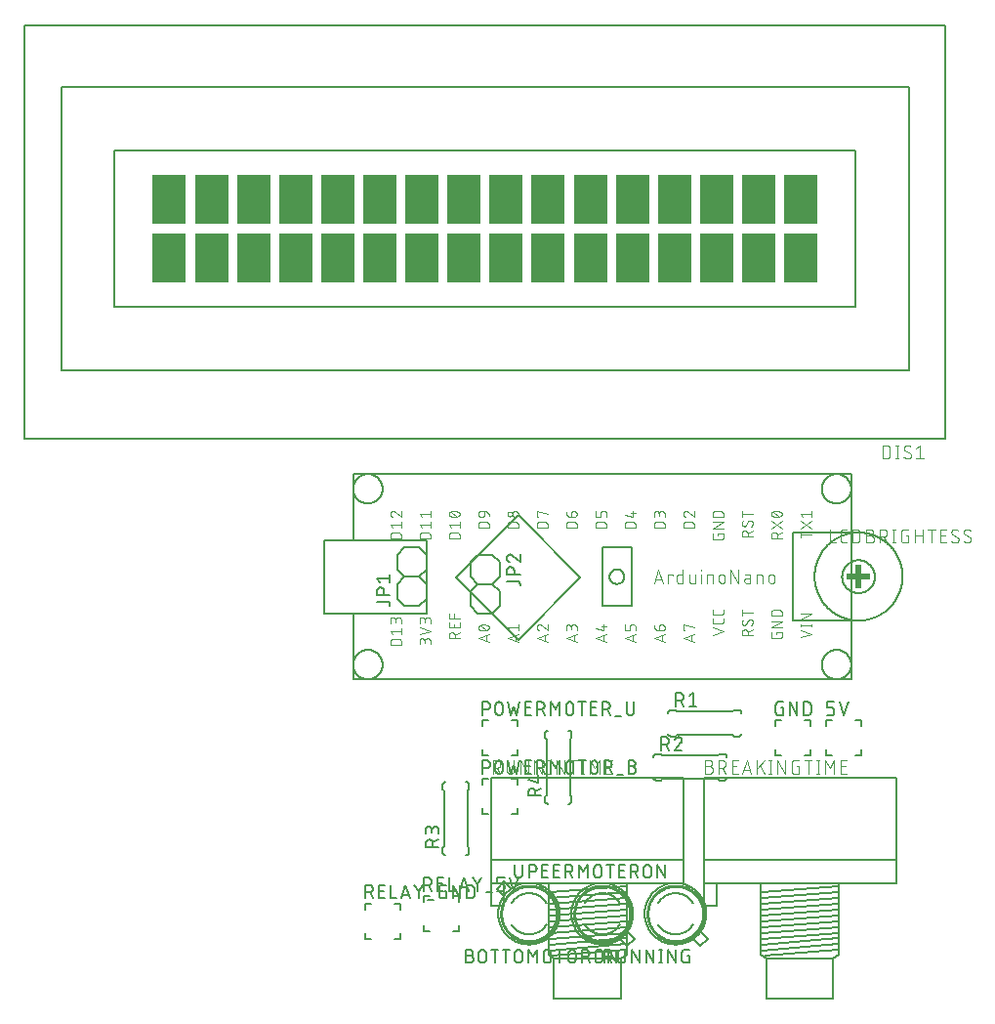
<source format=gbr>
G04 EAGLE Gerber RS-274X export*
G75*
%MOMM*%
%FSLAX34Y34*%
%LPD*%
%INSilkscreen Top*%
%IPPOS*%
%AMOC8*
5,1,8,0,0,1.08239X$1,22.5*%
G01*
%ADD10C,0.152400*%
%ADD11C,0.127000*%
%ADD12C,0.076200*%
%ADD13C,0.101600*%
%ADD14C,0.254000*%
%ADD15C,0.203200*%
%ADD16R,2.950000X4.350000*%
%ADD17R,0.508000X2.032000*%
%ADD18R,2.032000X0.508000*%


D10*
X440690Y180340D02*
X440690Y175260D01*
X435610Y175260D01*
X415290Y175260D02*
X410210Y175260D01*
X410210Y180340D01*
X410210Y200660D02*
X410210Y205740D01*
X415290Y205740D01*
X435610Y205740D02*
X440690Y205740D01*
X440690Y200660D01*
D11*
X414655Y210185D02*
X410845Y210185D01*
X414655Y210185D02*
X414755Y210187D01*
X414854Y210193D01*
X414954Y210203D01*
X415052Y210216D01*
X415151Y210234D01*
X415248Y210255D01*
X415344Y210280D01*
X415440Y210309D01*
X415534Y210342D01*
X415627Y210378D01*
X415718Y210418D01*
X415808Y210462D01*
X415896Y210509D01*
X415982Y210559D01*
X416066Y210613D01*
X416148Y210670D01*
X416227Y210730D01*
X416305Y210794D01*
X416379Y210860D01*
X416451Y210929D01*
X416520Y211001D01*
X416586Y211075D01*
X416650Y211153D01*
X416710Y211232D01*
X416767Y211314D01*
X416821Y211398D01*
X416871Y211484D01*
X416918Y211572D01*
X416962Y211662D01*
X417002Y211753D01*
X417038Y211846D01*
X417071Y211940D01*
X417100Y212036D01*
X417125Y212132D01*
X417146Y212229D01*
X417164Y212328D01*
X417177Y212426D01*
X417187Y212526D01*
X417193Y212625D01*
X417195Y212725D01*
X417195Y213995D01*
X417193Y214095D01*
X417187Y214194D01*
X417177Y214294D01*
X417164Y214392D01*
X417146Y214491D01*
X417125Y214588D01*
X417100Y214684D01*
X417071Y214780D01*
X417038Y214874D01*
X417002Y214967D01*
X416962Y215058D01*
X416918Y215148D01*
X416871Y215236D01*
X416821Y215322D01*
X416767Y215406D01*
X416710Y215488D01*
X416650Y215567D01*
X416586Y215645D01*
X416520Y215719D01*
X416451Y215791D01*
X416379Y215860D01*
X416305Y215926D01*
X416227Y215990D01*
X416148Y216050D01*
X416066Y216107D01*
X415982Y216161D01*
X415896Y216211D01*
X415808Y216258D01*
X415718Y216302D01*
X415627Y216342D01*
X415534Y216378D01*
X415440Y216411D01*
X415344Y216440D01*
X415248Y216465D01*
X415151Y216486D01*
X415052Y216504D01*
X414954Y216517D01*
X414854Y216527D01*
X414755Y216533D01*
X414655Y216535D01*
X410845Y216535D01*
X410845Y221615D01*
X417195Y221615D01*
X421640Y221615D02*
X425450Y210185D01*
X429260Y221615D01*
X431800Y368300D02*
X431800Y419100D01*
X431800Y292100D02*
X431800Y241300D01*
X0Y241300D01*
X0Y298450D01*
X-25400Y298450D01*
X-25400Y361950D01*
X0Y361950D01*
X0Y419100D01*
X431800Y419100D01*
X63500Y361950D02*
X0Y361950D01*
X63500Y361950D02*
X63500Y298450D01*
X0Y298450D01*
X381000Y292100D02*
X381000Y368300D01*
X381000Y292100D02*
X431800Y292100D01*
X431800Y368300D01*
X381000Y368300D01*
X241300Y355600D02*
X241300Y304800D01*
X241300Y355600D02*
X215900Y355600D01*
X215900Y304800D01*
X241300Y304800D01*
X143101Y275549D02*
X89220Y329430D01*
X143101Y275549D02*
X196983Y329430D01*
X143101Y383312D01*
X89220Y329430D01*
X406400Y406400D02*
X406404Y406712D01*
X406415Y407023D01*
X406434Y407334D01*
X406461Y407645D01*
X406496Y407955D01*
X406537Y408263D01*
X406587Y408571D01*
X406644Y408878D01*
X406709Y409183D01*
X406781Y409486D01*
X406860Y409787D01*
X406947Y410087D01*
X407041Y410384D01*
X407142Y410679D01*
X407251Y410971D01*
X407367Y411260D01*
X407490Y411547D01*
X407619Y411830D01*
X407756Y412110D01*
X407900Y412387D01*
X408050Y412660D01*
X408207Y412929D01*
X408370Y413194D01*
X408540Y413456D01*
X408717Y413713D01*
X408899Y413965D01*
X409088Y414213D01*
X409283Y414457D01*
X409483Y414695D01*
X409690Y414929D01*
X409902Y415157D01*
X410120Y415380D01*
X410343Y415598D01*
X410571Y415810D01*
X410805Y416017D01*
X411043Y416217D01*
X411287Y416412D01*
X411535Y416601D01*
X411787Y416783D01*
X412044Y416960D01*
X412306Y417130D01*
X412571Y417293D01*
X412840Y417450D01*
X413113Y417600D01*
X413390Y417744D01*
X413670Y417881D01*
X413953Y418010D01*
X414240Y418133D01*
X414529Y418249D01*
X414821Y418358D01*
X415116Y418459D01*
X415413Y418553D01*
X415713Y418640D01*
X416014Y418719D01*
X416317Y418791D01*
X416622Y418856D01*
X416929Y418913D01*
X417237Y418963D01*
X417545Y419004D01*
X417855Y419039D01*
X418166Y419066D01*
X418477Y419085D01*
X418788Y419096D01*
X419100Y419100D01*
X419412Y419096D01*
X419723Y419085D01*
X420034Y419066D01*
X420345Y419039D01*
X420655Y419004D01*
X420963Y418963D01*
X421271Y418913D01*
X421578Y418856D01*
X421883Y418791D01*
X422186Y418719D01*
X422487Y418640D01*
X422787Y418553D01*
X423084Y418459D01*
X423379Y418358D01*
X423671Y418249D01*
X423960Y418133D01*
X424247Y418010D01*
X424530Y417881D01*
X424810Y417744D01*
X425087Y417600D01*
X425360Y417450D01*
X425629Y417293D01*
X425894Y417130D01*
X426156Y416960D01*
X426413Y416783D01*
X426665Y416601D01*
X426913Y416412D01*
X427157Y416217D01*
X427395Y416017D01*
X427629Y415810D01*
X427857Y415598D01*
X428080Y415380D01*
X428298Y415157D01*
X428510Y414929D01*
X428717Y414695D01*
X428917Y414457D01*
X429112Y414213D01*
X429301Y413965D01*
X429483Y413713D01*
X429660Y413456D01*
X429830Y413194D01*
X429993Y412929D01*
X430150Y412660D01*
X430300Y412387D01*
X430444Y412110D01*
X430581Y411830D01*
X430710Y411547D01*
X430833Y411260D01*
X430949Y410971D01*
X431058Y410679D01*
X431159Y410384D01*
X431253Y410087D01*
X431340Y409787D01*
X431419Y409486D01*
X431491Y409183D01*
X431556Y408878D01*
X431613Y408571D01*
X431663Y408263D01*
X431704Y407955D01*
X431739Y407645D01*
X431766Y407334D01*
X431785Y407023D01*
X431796Y406712D01*
X431800Y406400D01*
X431796Y406088D01*
X431785Y405777D01*
X431766Y405466D01*
X431739Y405155D01*
X431704Y404845D01*
X431663Y404537D01*
X431613Y404229D01*
X431556Y403922D01*
X431491Y403617D01*
X431419Y403314D01*
X431340Y403013D01*
X431253Y402713D01*
X431159Y402416D01*
X431058Y402121D01*
X430949Y401829D01*
X430833Y401540D01*
X430710Y401253D01*
X430581Y400970D01*
X430444Y400690D01*
X430300Y400413D01*
X430150Y400140D01*
X429993Y399871D01*
X429830Y399606D01*
X429660Y399344D01*
X429483Y399087D01*
X429301Y398835D01*
X429112Y398587D01*
X428917Y398343D01*
X428717Y398105D01*
X428510Y397871D01*
X428298Y397643D01*
X428080Y397420D01*
X427857Y397202D01*
X427629Y396990D01*
X427395Y396783D01*
X427157Y396583D01*
X426913Y396388D01*
X426665Y396199D01*
X426413Y396017D01*
X426156Y395840D01*
X425894Y395670D01*
X425629Y395507D01*
X425360Y395350D01*
X425087Y395200D01*
X424810Y395056D01*
X424530Y394919D01*
X424247Y394790D01*
X423960Y394667D01*
X423671Y394551D01*
X423379Y394442D01*
X423084Y394341D01*
X422787Y394247D01*
X422487Y394160D01*
X422186Y394081D01*
X421883Y394009D01*
X421578Y393944D01*
X421271Y393887D01*
X420963Y393837D01*
X420655Y393796D01*
X420345Y393761D01*
X420034Y393734D01*
X419723Y393715D01*
X419412Y393704D01*
X419100Y393700D01*
X418788Y393704D01*
X418477Y393715D01*
X418166Y393734D01*
X417855Y393761D01*
X417545Y393796D01*
X417237Y393837D01*
X416929Y393887D01*
X416622Y393944D01*
X416317Y394009D01*
X416014Y394081D01*
X415713Y394160D01*
X415413Y394247D01*
X415116Y394341D01*
X414821Y394442D01*
X414529Y394551D01*
X414240Y394667D01*
X413953Y394790D01*
X413670Y394919D01*
X413390Y395056D01*
X413113Y395200D01*
X412840Y395350D01*
X412571Y395507D01*
X412306Y395670D01*
X412044Y395840D01*
X411787Y396017D01*
X411535Y396199D01*
X411287Y396388D01*
X411043Y396583D01*
X410805Y396783D01*
X410571Y396990D01*
X410343Y397202D01*
X410120Y397420D01*
X409902Y397643D01*
X409690Y397871D01*
X409483Y398105D01*
X409283Y398343D01*
X409088Y398587D01*
X408899Y398835D01*
X408717Y399087D01*
X408540Y399344D01*
X408370Y399606D01*
X408207Y399871D01*
X408050Y400140D01*
X407900Y400413D01*
X407756Y400690D01*
X407619Y400970D01*
X407490Y401253D01*
X407367Y401540D01*
X407251Y401829D01*
X407142Y402121D01*
X407041Y402416D01*
X406947Y402713D01*
X406860Y403013D01*
X406781Y403314D01*
X406709Y403617D01*
X406644Y403922D01*
X406587Y404229D01*
X406537Y404537D01*
X406496Y404845D01*
X406461Y405155D01*
X406434Y405466D01*
X406415Y405777D01*
X406404Y406088D01*
X406400Y406400D01*
X406400Y254000D02*
X406404Y254312D01*
X406415Y254623D01*
X406434Y254934D01*
X406461Y255245D01*
X406496Y255555D01*
X406537Y255863D01*
X406587Y256171D01*
X406644Y256478D01*
X406709Y256783D01*
X406781Y257086D01*
X406860Y257387D01*
X406947Y257687D01*
X407041Y257984D01*
X407142Y258279D01*
X407251Y258571D01*
X407367Y258860D01*
X407490Y259147D01*
X407619Y259430D01*
X407756Y259710D01*
X407900Y259987D01*
X408050Y260260D01*
X408207Y260529D01*
X408370Y260794D01*
X408540Y261056D01*
X408717Y261313D01*
X408899Y261565D01*
X409088Y261813D01*
X409283Y262057D01*
X409483Y262295D01*
X409690Y262529D01*
X409902Y262757D01*
X410120Y262980D01*
X410343Y263198D01*
X410571Y263410D01*
X410805Y263617D01*
X411043Y263817D01*
X411287Y264012D01*
X411535Y264201D01*
X411787Y264383D01*
X412044Y264560D01*
X412306Y264730D01*
X412571Y264893D01*
X412840Y265050D01*
X413113Y265200D01*
X413390Y265344D01*
X413670Y265481D01*
X413953Y265610D01*
X414240Y265733D01*
X414529Y265849D01*
X414821Y265958D01*
X415116Y266059D01*
X415413Y266153D01*
X415713Y266240D01*
X416014Y266319D01*
X416317Y266391D01*
X416622Y266456D01*
X416929Y266513D01*
X417237Y266563D01*
X417545Y266604D01*
X417855Y266639D01*
X418166Y266666D01*
X418477Y266685D01*
X418788Y266696D01*
X419100Y266700D01*
X419412Y266696D01*
X419723Y266685D01*
X420034Y266666D01*
X420345Y266639D01*
X420655Y266604D01*
X420963Y266563D01*
X421271Y266513D01*
X421578Y266456D01*
X421883Y266391D01*
X422186Y266319D01*
X422487Y266240D01*
X422787Y266153D01*
X423084Y266059D01*
X423379Y265958D01*
X423671Y265849D01*
X423960Y265733D01*
X424247Y265610D01*
X424530Y265481D01*
X424810Y265344D01*
X425087Y265200D01*
X425360Y265050D01*
X425629Y264893D01*
X425894Y264730D01*
X426156Y264560D01*
X426413Y264383D01*
X426665Y264201D01*
X426913Y264012D01*
X427157Y263817D01*
X427395Y263617D01*
X427629Y263410D01*
X427857Y263198D01*
X428080Y262980D01*
X428298Y262757D01*
X428510Y262529D01*
X428717Y262295D01*
X428917Y262057D01*
X429112Y261813D01*
X429301Y261565D01*
X429483Y261313D01*
X429660Y261056D01*
X429830Y260794D01*
X429993Y260529D01*
X430150Y260260D01*
X430300Y259987D01*
X430444Y259710D01*
X430581Y259430D01*
X430710Y259147D01*
X430833Y258860D01*
X430949Y258571D01*
X431058Y258279D01*
X431159Y257984D01*
X431253Y257687D01*
X431340Y257387D01*
X431419Y257086D01*
X431491Y256783D01*
X431556Y256478D01*
X431613Y256171D01*
X431663Y255863D01*
X431704Y255555D01*
X431739Y255245D01*
X431766Y254934D01*
X431785Y254623D01*
X431796Y254312D01*
X431800Y254000D01*
X431796Y253688D01*
X431785Y253377D01*
X431766Y253066D01*
X431739Y252755D01*
X431704Y252445D01*
X431663Y252137D01*
X431613Y251829D01*
X431556Y251522D01*
X431491Y251217D01*
X431419Y250914D01*
X431340Y250613D01*
X431253Y250313D01*
X431159Y250016D01*
X431058Y249721D01*
X430949Y249429D01*
X430833Y249140D01*
X430710Y248853D01*
X430581Y248570D01*
X430444Y248290D01*
X430300Y248013D01*
X430150Y247740D01*
X429993Y247471D01*
X429830Y247206D01*
X429660Y246944D01*
X429483Y246687D01*
X429301Y246435D01*
X429112Y246187D01*
X428917Y245943D01*
X428717Y245705D01*
X428510Y245471D01*
X428298Y245243D01*
X428080Y245020D01*
X427857Y244802D01*
X427629Y244590D01*
X427395Y244383D01*
X427157Y244183D01*
X426913Y243988D01*
X426665Y243799D01*
X426413Y243617D01*
X426156Y243440D01*
X425894Y243270D01*
X425629Y243107D01*
X425360Y242950D01*
X425087Y242800D01*
X424810Y242656D01*
X424530Y242519D01*
X424247Y242390D01*
X423960Y242267D01*
X423671Y242151D01*
X423379Y242042D01*
X423084Y241941D01*
X422787Y241847D01*
X422487Y241760D01*
X422186Y241681D01*
X421883Y241609D01*
X421578Y241544D01*
X421271Y241487D01*
X420963Y241437D01*
X420655Y241396D01*
X420345Y241361D01*
X420034Y241334D01*
X419723Y241315D01*
X419412Y241304D01*
X419100Y241300D01*
X418788Y241304D01*
X418477Y241315D01*
X418166Y241334D01*
X417855Y241361D01*
X417545Y241396D01*
X417237Y241437D01*
X416929Y241487D01*
X416622Y241544D01*
X416317Y241609D01*
X416014Y241681D01*
X415713Y241760D01*
X415413Y241847D01*
X415116Y241941D01*
X414821Y242042D01*
X414529Y242151D01*
X414240Y242267D01*
X413953Y242390D01*
X413670Y242519D01*
X413390Y242656D01*
X413113Y242800D01*
X412840Y242950D01*
X412571Y243107D01*
X412306Y243270D01*
X412044Y243440D01*
X411787Y243617D01*
X411535Y243799D01*
X411287Y243988D01*
X411043Y244183D01*
X410805Y244383D01*
X410571Y244590D01*
X410343Y244802D01*
X410120Y245020D01*
X409902Y245243D01*
X409690Y245471D01*
X409483Y245705D01*
X409283Y245943D01*
X409088Y246187D01*
X408899Y246435D01*
X408717Y246687D01*
X408540Y246944D01*
X408370Y247206D01*
X408207Y247471D01*
X408050Y247740D01*
X407900Y248013D01*
X407756Y248290D01*
X407619Y248570D01*
X407490Y248853D01*
X407367Y249140D01*
X407251Y249429D01*
X407142Y249721D01*
X407041Y250016D01*
X406947Y250313D01*
X406860Y250613D01*
X406781Y250914D01*
X406709Y251217D01*
X406644Y251522D01*
X406587Y251829D01*
X406537Y252137D01*
X406496Y252445D01*
X406461Y252755D01*
X406434Y253066D01*
X406415Y253377D01*
X406404Y253688D01*
X406400Y254000D01*
X0Y406400D02*
X4Y406712D01*
X15Y407023D01*
X34Y407334D01*
X61Y407645D01*
X96Y407955D01*
X137Y408263D01*
X187Y408571D01*
X244Y408878D01*
X309Y409183D01*
X381Y409486D01*
X460Y409787D01*
X547Y410087D01*
X641Y410384D01*
X742Y410679D01*
X851Y410971D01*
X967Y411260D01*
X1090Y411547D01*
X1219Y411830D01*
X1356Y412110D01*
X1500Y412387D01*
X1650Y412660D01*
X1807Y412929D01*
X1970Y413194D01*
X2140Y413456D01*
X2317Y413713D01*
X2499Y413965D01*
X2688Y414213D01*
X2883Y414457D01*
X3083Y414695D01*
X3290Y414929D01*
X3502Y415157D01*
X3720Y415380D01*
X3943Y415598D01*
X4171Y415810D01*
X4405Y416017D01*
X4643Y416217D01*
X4887Y416412D01*
X5135Y416601D01*
X5387Y416783D01*
X5644Y416960D01*
X5906Y417130D01*
X6171Y417293D01*
X6440Y417450D01*
X6713Y417600D01*
X6990Y417744D01*
X7270Y417881D01*
X7553Y418010D01*
X7840Y418133D01*
X8129Y418249D01*
X8421Y418358D01*
X8716Y418459D01*
X9013Y418553D01*
X9313Y418640D01*
X9614Y418719D01*
X9917Y418791D01*
X10222Y418856D01*
X10529Y418913D01*
X10837Y418963D01*
X11145Y419004D01*
X11455Y419039D01*
X11766Y419066D01*
X12077Y419085D01*
X12388Y419096D01*
X12700Y419100D01*
X13012Y419096D01*
X13323Y419085D01*
X13634Y419066D01*
X13945Y419039D01*
X14255Y419004D01*
X14563Y418963D01*
X14871Y418913D01*
X15178Y418856D01*
X15483Y418791D01*
X15786Y418719D01*
X16087Y418640D01*
X16387Y418553D01*
X16684Y418459D01*
X16979Y418358D01*
X17271Y418249D01*
X17560Y418133D01*
X17847Y418010D01*
X18130Y417881D01*
X18410Y417744D01*
X18687Y417600D01*
X18960Y417450D01*
X19229Y417293D01*
X19494Y417130D01*
X19756Y416960D01*
X20013Y416783D01*
X20265Y416601D01*
X20513Y416412D01*
X20757Y416217D01*
X20995Y416017D01*
X21229Y415810D01*
X21457Y415598D01*
X21680Y415380D01*
X21898Y415157D01*
X22110Y414929D01*
X22317Y414695D01*
X22517Y414457D01*
X22712Y414213D01*
X22901Y413965D01*
X23083Y413713D01*
X23260Y413456D01*
X23430Y413194D01*
X23593Y412929D01*
X23750Y412660D01*
X23900Y412387D01*
X24044Y412110D01*
X24181Y411830D01*
X24310Y411547D01*
X24433Y411260D01*
X24549Y410971D01*
X24658Y410679D01*
X24759Y410384D01*
X24853Y410087D01*
X24940Y409787D01*
X25019Y409486D01*
X25091Y409183D01*
X25156Y408878D01*
X25213Y408571D01*
X25263Y408263D01*
X25304Y407955D01*
X25339Y407645D01*
X25366Y407334D01*
X25385Y407023D01*
X25396Y406712D01*
X25400Y406400D01*
X25396Y406088D01*
X25385Y405777D01*
X25366Y405466D01*
X25339Y405155D01*
X25304Y404845D01*
X25263Y404537D01*
X25213Y404229D01*
X25156Y403922D01*
X25091Y403617D01*
X25019Y403314D01*
X24940Y403013D01*
X24853Y402713D01*
X24759Y402416D01*
X24658Y402121D01*
X24549Y401829D01*
X24433Y401540D01*
X24310Y401253D01*
X24181Y400970D01*
X24044Y400690D01*
X23900Y400413D01*
X23750Y400140D01*
X23593Y399871D01*
X23430Y399606D01*
X23260Y399344D01*
X23083Y399087D01*
X22901Y398835D01*
X22712Y398587D01*
X22517Y398343D01*
X22317Y398105D01*
X22110Y397871D01*
X21898Y397643D01*
X21680Y397420D01*
X21457Y397202D01*
X21229Y396990D01*
X20995Y396783D01*
X20757Y396583D01*
X20513Y396388D01*
X20265Y396199D01*
X20013Y396017D01*
X19756Y395840D01*
X19494Y395670D01*
X19229Y395507D01*
X18960Y395350D01*
X18687Y395200D01*
X18410Y395056D01*
X18130Y394919D01*
X17847Y394790D01*
X17560Y394667D01*
X17271Y394551D01*
X16979Y394442D01*
X16684Y394341D01*
X16387Y394247D01*
X16087Y394160D01*
X15786Y394081D01*
X15483Y394009D01*
X15178Y393944D01*
X14871Y393887D01*
X14563Y393837D01*
X14255Y393796D01*
X13945Y393761D01*
X13634Y393734D01*
X13323Y393715D01*
X13012Y393704D01*
X12700Y393700D01*
X12388Y393704D01*
X12077Y393715D01*
X11766Y393734D01*
X11455Y393761D01*
X11145Y393796D01*
X10837Y393837D01*
X10529Y393887D01*
X10222Y393944D01*
X9917Y394009D01*
X9614Y394081D01*
X9313Y394160D01*
X9013Y394247D01*
X8716Y394341D01*
X8421Y394442D01*
X8129Y394551D01*
X7840Y394667D01*
X7553Y394790D01*
X7270Y394919D01*
X6990Y395056D01*
X6713Y395200D01*
X6440Y395350D01*
X6171Y395507D01*
X5906Y395670D01*
X5644Y395840D01*
X5387Y396017D01*
X5135Y396199D01*
X4887Y396388D01*
X4643Y396583D01*
X4405Y396783D01*
X4171Y396990D01*
X3943Y397202D01*
X3720Y397420D01*
X3502Y397643D01*
X3290Y397871D01*
X3083Y398105D01*
X2883Y398343D01*
X2688Y398587D01*
X2499Y398835D01*
X2317Y399087D01*
X2140Y399344D01*
X1970Y399606D01*
X1807Y399871D01*
X1650Y400140D01*
X1500Y400413D01*
X1356Y400690D01*
X1219Y400970D01*
X1090Y401253D01*
X967Y401540D01*
X851Y401829D01*
X742Y402121D01*
X641Y402416D01*
X547Y402713D01*
X460Y403013D01*
X381Y403314D01*
X309Y403617D01*
X244Y403922D01*
X187Y404229D01*
X137Y404537D01*
X96Y404845D01*
X61Y405155D01*
X34Y405466D01*
X15Y405777D01*
X4Y406088D01*
X0Y406400D01*
X0Y254000D02*
X4Y254312D01*
X15Y254623D01*
X34Y254934D01*
X61Y255245D01*
X96Y255555D01*
X137Y255863D01*
X187Y256171D01*
X244Y256478D01*
X309Y256783D01*
X381Y257086D01*
X460Y257387D01*
X547Y257687D01*
X641Y257984D01*
X742Y258279D01*
X851Y258571D01*
X967Y258860D01*
X1090Y259147D01*
X1219Y259430D01*
X1356Y259710D01*
X1500Y259987D01*
X1650Y260260D01*
X1807Y260529D01*
X1970Y260794D01*
X2140Y261056D01*
X2317Y261313D01*
X2499Y261565D01*
X2688Y261813D01*
X2883Y262057D01*
X3083Y262295D01*
X3290Y262529D01*
X3502Y262757D01*
X3720Y262980D01*
X3943Y263198D01*
X4171Y263410D01*
X4405Y263617D01*
X4643Y263817D01*
X4887Y264012D01*
X5135Y264201D01*
X5387Y264383D01*
X5644Y264560D01*
X5906Y264730D01*
X6171Y264893D01*
X6440Y265050D01*
X6713Y265200D01*
X6990Y265344D01*
X7270Y265481D01*
X7553Y265610D01*
X7840Y265733D01*
X8129Y265849D01*
X8421Y265958D01*
X8716Y266059D01*
X9013Y266153D01*
X9313Y266240D01*
X9614Y266319D01*
X9917Y266391D01*
X10222Y266456D01*
X10529Y266513D01*
X10837Y266563D01*
X11145Y266604D01*
X11455Y266639D01*
X11766Y266666D01*
X12077Y266685D01*
X12388Y266696D01*
X12700Y266700D01*
X13012Y266696D01*
X13323Y266685D01*
X13634Y266666D01*
X13945Y266639D01*
X14255Y266604D01*
X14563Y266563D01*
X14871Y266513D01*
X15178Y266456D01*
X15483Y266391D01*
X15786Y266319D01*
X16087Y266240D01*
X16387Y266153D01*
X16684Y266059D01*
X16979Y265958D01*
X17271Y265849D01*
X17560Y265733D01*
X17847Y265610D01*
X18130Y265481D01*
X18410Y265344D01*
X18687Y265200D01*
X18960Y265050D01*
X19229Y264893D01*
X19494Y264730D01*
X19756Y264560D01*
X20013Y264383D01*
X20265Y264201D01*
X20513Y264012D01*
X20757Y263817D01*
X20995Y263617D01*
X21229Y263410D01*
X21457Y263198D01*
X21680Y262980D01*
X21898Y262757D01*
X22110Y262529D01*
X22317Y262295D01*
X22517Y262057D01*
X22712Y261813D01*
X22901Y261565D01*
X23083Y261313D01*
X23260Y261056D01*
X23430Y260794D01*
X23593Y260529D01*
X23750Y260260D01*
X23900Y259987D01*
X24044Y259710D01*
X24181Y259430D01*
X24310Y259147D01*
X24433Y258860D01*
X24549Y258571D01*
X24658Y258279D01*
X24759Y257984D01*
X24853Y257687D01*
X24940Y257387D01*
X25019Y257086D01*
X25091Y256783D01*
X25156Y256478D01*
X25213Y256171D01*
X25263Y255863D01*
X25304Y255555D01*
X25339Y255245D01*
X25366Y254934D01*
X25385Y254623D01*
X25396Y254312D01*
X25400Y254000D01*
X25396Y253688D01*
X25385Y253377D01*
X25366Y253066D01*
X25339Y252755D01*
X25304Y252445D01*
X25263Y252137D01*
X25213Y251829D01*
X25156Y251522D01*
X25091Y251217D01*
X25019Y250914D01*
X24940Y250613D01*
X24853Y250313D01*
X24759Y250016D01*
X24658Y249721D01*
X24549Y249429D01*
X24433Y249140D01*
X24310Y248853D01*
X24181Y248570D01*
X24044Y248290D01*
X23900Y248013D01*
X23750Y247740D01*
X23593Y247471D01*
X23430Y247206D01*
X23260Y246944D01*
X23083Y246687D01*
X22901Y246435D01*
X22712Y246187D01*
X22517Y245943D01*
X22317Y245705D01*
X22110Y245471D01*
X21898Y245243D01*
X21680Y245020D01*
X21457Y244802D01*
X21229Y244590D01*
X20995Y244383D01*
X20757Y244183D01*
X20513Y243988D01*
X20265Y243799D01*
X20013Y243617D01*
X19756Y243440D01*
X19494Y243270D01*
X19229Y243107D01*
X18960Y242950D01*
X18687Y242800D01*
X18410Y242656D01*
X18130Y242519D01*
X17847Y242390D01*
X17560Y242267D01*
X17271Y242151D01*
X16979Y242042D01*
X16684Y241941D01*
X16387Y241847D01*
X16087Y241760D01*
X15786Y241681D01*
X15483Y241609D01*
X15178Y241544D01*
X14871Y241487D01*
X14563Y241437D01*
X14255Y241396D01*
X13945Y241361D01*
X13634Y241334D01*
X13323Y241315D01*
X13012Y241304D01*
X12700Y241300D01*
X12388Y241304D01*
X12077Y241315D01*
X11766Y241334D01*
X11455Y241361D01*
X11145Y241396D01*
X10837Y241437D01*
X10529Y241487D01*
X10222Y241544D01*
X9917Y241609D01*
X9614Y241681D01*
X9313Y241760D01*
X9013Y241847D01*
X8716Y241941D01*
X8421Y242042D01*
X8129Y242151D01*
X7840Y242267D01*
X7553Y242390D01*
X7270Y242519D01*
X6990Y242656D01*
X6713Y242800D01*
X6440Y242950D01*
X6171Y243107D01*
X5906Y243270D01*
X5644Y243440D01*
X5387Y243617D01*
X5135Y243799D01*
X4887Y243988D01*
X4643Y244183D01*
X4405Y244383D01*
X4171Y244590D01*
X3943Y244802D01*
X3720Y245020D01*
X3502Y245243D01*
X3290Y245471D01*
X3083Y245705D01*
X2883Y245943D01*
X2688Y246187D01*
X2499Y246435D01*
X2317Y246687D01*
X2140Y246944D01*
X1970Y247206D01*
X1807Y247471D01*
X1650Y247740D01*
X1500Y248013D01*
X1356Y248290D01*
X1219Y248570D01*
X1090Y248853D01*
X967Y249140D01*
X851Y249429D01*
X742Y249721D01*
X641Y250016D01*
X547Y250313D01*
X460Y250613D01*
X381Y250914D01*
X309Y251217D01*
X244Y251522D01*
X187Y251829D01*
X137Y252137D01*
X96Y252445D01*
X61Y252755D01*
X34Y253066D01*
X15Y253377D01*
X4Y253688D01*
X0Y254000D01*
X222250Y330200D02*
X222252Y330359D01*
X222258Y330518D01*
X222268Y330676D01*
X222282Y330835D01*
X222300Y330993D01*
X222321Y331150D01*
X222347Y331307D01*
X222377Y331463D01*
X222410Y331619D01*
X222448Y331773D01*
X222489Y331927D01*
X222534Y332079D01*
X222583Y332230D01*
X222636Y332380D01*
X222692Y332529D01*
X222753Y332676D01*
X222816Y332821D01*
X222884Y332965D01*
X222955Y333108D01*
X223029Y333248D01*
X223107Y333386D01*
X223189Y333523D01*
X223274Y333657D01*
X223362Y333790D01*
X223453Y333920D01*
X223548Y334047D01*
X223646Y334172D01*
X223747Y334295D01*
X223851Y334415D01*
X223958Y334533D01*
X224068Y334648D01*
X224181Y334760D01*
X224296Y334869D01*
X224414Y334975D01*
X224535Y335079D01*
X224659Y335179D01*
X224784Y335276D01*
X224913Y335370D01*
X225043Y335460D01*
X225176Y335548D01*
X225311Y335632D01*
X225448Y335712D01*
X225587Y335790D01*
X225728Y335863D01*
X225870Y335933D01*
X226015Y336000D01*
X226161Y336063D01*
X226308Y336122D01*
X226457Y336178D01*
X226608Y336229D01*
X226759Y336277D01*
X226912Y336321D01*
X227066Y336362D01*
X227220Y336398D01*
X227376Y336431D01*
X227532Y336460D01*
X227689Y336484D01*
X227847Y336505D01*
X228005Y336522D01*
X228163Y336535D01*
X228322Y336544D01*
X228481Y336549D01*
X228640Y336550D01*
X228799Y336547D01*
X228957Y336540D01*
X229116Y336529D01*
X229274Y336514D01*
X229432Y336495D01*
X229589Y336472D01*
X229746Y336446D01*
X229902Y336415D01*
X230057Y336381D01*
X230211Y336342D01*
X230365Y336300D01*
X230517Y336254D01*
X230668Y336204D01*
X230817Y336150D01*
X230966Y336093D01*
X231112Y336032D01*
X231258Y335967D01*
X231401Y335899D01*
X231543Y335827D01*
X231683Y335751D01*
X231821Y335673D01*
X231957Y335590D01*
X232091Y335505D01*
X232222Y335416D01*
X232352Y335323D01*
X232479Y335228D01*
X232603Y335129D01*
X232726Y335027D01*
X232845Y334923D01*
X232962Y334815D01*
X233076Y334704D01*
X233187Y334591D01*
X233296Y334475D01*
X233401Y334356D01*
X233504Y334234D01*
X233603Y334110D01*
X233700Y333984D01*
X233793Y333855D01*
X233883Y333724D01*
X233969Y333590D01*
X234052Y333455D01*
X234132Y333317D01*
X234208Y333178D01*
X234281Y333037D01*
X234350Y332894D01*
X234416Y332749D01*
X234478Y332602D01*
X234536Y332455D01*
X234591Y332305D01*
X234642Y332155D01*
X234689Y332003D01*
X234732Y331850D01*
X234771Y331696D01*
X234807Y331541D01*
X234838Y331385D01*
X234866Y331229D01*
X234890Y331072D01*
X234910Y330914D01*
X234926Y330756D01*
X234938Y330597D01*
X234946Y330438D01*
X234950Y330279D01*
X234950Y330121D01*
X234946Y329962D01*
X234938Y329803D01*
X234926Y329644D01*
X234910Y329486D01*
X234890Y329328D01*
X234866Y329171D01*
X234838Y329015D01*
X234807Y328859D01*
X234771Y328704D01*
X234732Y328550D01*
X234689Y328397D01*
X234642Y328245D01*
X234591Y328095D01*
X234536Y327945D01*
X234478Y327798D01*
X234416Y327651D01*
X234350Y327506D01*
X234281Y327363D01*
X234208Y327222D01*
X234132Y327083D01*
X234052Y326945D01*
X233969Y326810D01*
X233883Y326676D01*
X233793Y326545D01*
X233700Y326416D01*
X233603Y326290D01*
X233504Y326166D01*
X233401Y326044D01*
X233296Y325925D01*
X233187Y325809D01*
X233076Y325696D01*
X232962Y325585D01*
X232845Y325477D01*
X232726Y325373D01*
X232603Y325271D01*
X232479Y325172D01*
X232352Y325077D01*
X232222Y324984D01*
X232091Y324895D01*
X231957Y324810D01*
X231821Y324727D01*
X231683Y324649D01*
X231543Y324573D01*
X231401Y324501D01*
X231258Y324433D01*
X231112Y324368D01*
X230966Y324307D01*
X230817Y324250D01*
X230668Y324196D01*
X230517Y324146D01*
X230365Y324100D01*
X230211Y324058D01*
X230057Y324019D01*
X229902Y323985D01*
X229746Y323954D01*
X229589Y323928D01*
X229432Y323905D01*
X229274Y323886D01*
X229116Y323871D01*
X228957Y323860D01*
X228799Y323853D01*
X228640Y323850D01*
X228481Y323851D01*
X228322Y323856D01*
X228163Y323865D01*
X228005Y323878D01*
X227847Y323895D01*
X227689Y323916D01*
X227532Y323940D01*
X227376Y323969D01*
X227220Y324002D01*
X227066Y324038D01*
X226912Y324079D01*
X226759Y324123D01*
X226608Y324171D01*
X226457Y324222D01*
X226308Y324278D01*
X226161Y324337D01*
X226015Y324400D01*
X225870Y324467D01*
X225728Y324537D01*
X225587Y324610D01*
X225448Y324688D01*
X225311Y324768D01*
X225176Y324852D01*
X225043Y324940D01*
X224913Y325030D01*
X224784Y325124D01*
X224659Y325221D01*
X224535Y325321D01*
X224414Y325425D01*
X224296Y325531D01*
X224181Y325640D01*
X224068Y325752D01*
X223958Y325867D01*
X223851Y325985D01*
X223747Y326105D01*
X223646Y326228D01*
X223548Y326353D01*
X223453Y326480D01*
X223362Y326610D01*
X223274Y326743D01*
X223189Y326877D01*
X223107Y327014D01*
X223029Y327152D01*
X222955Y327292D01*
X222884Y327435D01*
X222816Y327579D01*
X222753Y327724D01*
X222692Y327871D01*
X222636Y328020D01*
X222583Y328170D01*
X222534Y328321D01*
X222489Y328473D01*
X222448Y328627D01*
X222410Y328781D01*
X222377Y328937D01*
X222347Y329093D01*
X222321Y329250D01*
X222300Y329407D01*
X222282Y329565D01*
X222268Y329724D01*
X222258Y329882D01*
X222252Y330041D01*
X222250Y330200D01*
D12*
X387731Y366680D02*
X397129Y366680D01*
X387731Y364070D02*
X387731Y369291D01*
X387731Y378347D02*
X397129Y372082D01*
X397129Y378347D02*
X387731Y372082D01*
X389819Y381748D02*
X387731Y384358D01*
X397129Y384358D01*
X397129Y381748D02*
X397129Y386969D01*
X371729Y363517D02*
X362331Y363517D01*
X362331Y366128D01*
X362333Y366229D01*
X362339Y366330D01*
X362349Y366431D01*
X362362Y366531D01*
X362380Y366631D01*
X362401Y366730D01*
X362427Y366828D01*
X362456Y366925D01*
X362488Y367021D01*
X362525Y367115D01*
X362565Y367208D01*
X362609Y367300D01*
X362656Y367389D01*
X362707Y367477D01*
X362761Y367563D01*
X362818Y367646D01*
X362878Y367728D01*
X362942Y367806D01*
X363008Y367883D01*
X363078Y367956D01*
X363150Y368027D01*
X363225Y368095D01*
X363303Y368160D01*
X363383Y368222D01*
X363465Y368281D01*
X363550Y368337D01*
X363637Y368389D01*
X363725Y368438D01*
X363816Y368484D01*
X363908Y368525D01*
X364002Y368564D01*
X364097Y368598D01*
X364193Y368629D01*
X364291Y368656D01*
X364389Y368680D01*
X364489Y368699D01*
X364589Y368715D01*
X364689Y368727D01*
X364790Y368735D01*
X364891Y368739D01*
X364993Y368739D01*
X365094Y368735D01*
X365195Y368727D01*
X365295Y368715D01*
X365395Y368699D01*
X365495Y368680D01*
X365593Y368656D01*
X365691Y368629D01*
X365787Y368598D01*
X365882Y368564D01*
X365976Y368525D01*
X366068Y368484D01*
X366159Y368438D01*
X366248Y368389D01*
X366334Y368337D01*
X366419Y368281D01*
X366501Y368222D01*
X366581Y368160D01*
X366659Y368095D01*
X366734Y368027D01*
X366806Y367956D01*
X366876Y367883D01*
X366942Y367806D01*
X367006Y367728D01*
X367066Y367646D01*
X367123Y367563D01*
X367177Y367477D01*
X367228Y367389D01*
X367275Y367300D01*
X367319Y367208D01*
X367359Y367115D01*
X367396Y367021D01*
X367428Y366925D01*
X367457Y366828D01*
X367483Y366730D01*
X367504Y366631D01*
X367522Y366531D01*
X367535Y366431D01*
X367545Y366330D01*
X367551Y366229D01*
X367553Y366128D01*
X367552Y366128D02*
X367552Y363517D01*
X367552Y366650D02*
X371729Y368738D01*
X371729Y372082D02*
X362331Y378347D01*
X362331Y372082D02*
X371729Y378347D01*
X367030Y381748D02*
X366845Y381750D01*
X366660Y381757D01*
X366476Y381768D01*
X366292Y381783D01*
X366108Y381803D01*
X365924Y381827D01*
X365742Y381856D01*
X365560Y381889D01*
X365379Y381926D01*
X365199Y381968D01*
X365019Y382014D01*
X364841Y382064D01*
X364665Y382118D01*
X364489Y382177D01*
X364315Y382239D01*
X364143Y382306D01*
X363972Y382377D01*
X363803Y382452D01*
X363636Y382531D01*
X363636Y382530D02*
X363556Y382560D01*
X363477Y382593D01*
X363400Y382630D01*
X363324Y382670D01*
X363250Y382713D01*
X363178Y382759D01*
X363109Y382809D01*
X363041Y382861D01*
X362976Y382917D01*
X362913Y382975D01*
X362854Y383037D01*
X362796Y383100D01*
X362742Y383167D01*
X362691Y383235D01*
X362643Y383306D01*
X362598Y383379D01*
X362556Y383453D01*
X362518Y383530D01*
X362483Y383608D01*
X362451Y383687D01*
X362423Y383768D01*
X362399Y383850D01*
X362378Y383934D01*
X362361Y384017D01*
X362348Y384102D01*
X362339Y384187D01*
X362333Y384272D01*
X362331Y384358D01*
X362333Y384444D01*
X362339Y384529D01*
X362348Y384614D01*
X362361Y384699D01*
X362378Y384782D01*
X362399Y384866D01*
X362423Y384948D01*
X362451Y385029D01*
X362483Y385108D01*
X362518Y385186D01*
X362556Y385263D01*
X362598Y385337D01*
X362643Y385410D01*
X362691Y385481D01*
X362742Y385549D01*
X362796Y385616D01*
X362854Y385679D01*
X362913Y385741D01*
X362976Y385799D01*
X363041Y385855D01*
X363109Y385907D01*
X363178Y385957D01*
X363250Y386003D01*
X363324Y386046D01*
X363400Y386086D01*
X363477Y386123D01*
X363556Y386156D01*
X363636Y386186D01*
X363803Y386265D01*
X363972Y386340D01*
X364143Y386411D01*
X364315Y386478D01*
X364489Y386540D01*
X364665Y386599D01*
X364841Y386653D01*
X365019Y386703D01*
X365199Y386749D01*
X365379Y386791D01*
X365560Y386828D01*
X365742Y386861D01*
X365924Y386890D01*
X366108Y386914D01*
X366292Y386934D01*
X366476Y386949D01*
X366660Y386960D01*
X366845Y386967D01*
X367030Y386969D01*
X367030Y381748D02*
X367215Y381750D01*
X367400Y381757D01*
X367584Y381768D01*
X367768Y381783D01*
X367952Y381803D01*
X368136Y381827D01*
X368318Y381856D01*
X368500Y381889D01*
X368681Y381926D01*
X368861Y381968D01*
X369041Y382014D01*
X369219Y382064D01*
X369395Y382118D01*
X369571Y382177D01*
X369745Y382239D01*
X369917Y382306D01*
X370088Y382377D01*
X370257Y382452D01*
X370424Y382531D01*
X370424Y382530D02*
X370504Y382560D01*
X370583Y382593D01*
X370660Y382630D01*
X370736Y382670D01*
X370810Y382713D01*
X370882Y382759D01*
X370951Y382809D01*
X371019Y382862D01*
X371084Y382917D01*
X371147Y382976D01*
X371206Y383037D01*
X371264Y383100D01*
X371318Y383167D01*
X371369Y383235D01*
X371417Y383306D01*
X371462Y383379D01*
X371504Y383453D01*
X371542Y383530D01*
X371577Y383608D01*
X371609Y383687D01*
X371637Y383768D01*
X371661Y383850D01*
X371682Y383934D01*
X371699Y384017D01*
X371712Y384102D01*
X371721Y384187D01*
X371727Y384272D01*
X371729Y384358D01*
X370424Y386186D02*
X370257Y386265D01*
X370088Y386340D01*
X369917Y386411D01*
X369745Y386478D01*
X369571Y386540D01*
X369395Y386599D01*
X369219Y386653D01*
X369041Y386703D01*
X368861Y386749D01*
X368681Y386791D01*
X368500Y386828D01*
X368318Y386861D01*
X368136Y386890D01*
X367952Y386914D01*
X367768Y386934D01*
X367584Y386949D01*
X367400Y386960D01*
X367215Y386967D01*
X367030Y386969D01*
X370424Y386186D02*
X370504Y386156D01*
X370583Y386123D01*
X370660Y386086D01*
X370736Y386046D01*
X370810Y386003D01*
X370882Y385957D01*
X370951Y385907D01*
X371019Y385855D01*
X371084Y385799D01*
X371147Y385741D01*
X371206Y385679D01*
X371264Y385616D01*
X371318Y385549D01*
X371369Y385481D01*
X371417Y385410D01*
X371462Y385337D01*
X371504Y385263D01*
X371542Y385186D01*
X371577Y385108D01*
X371609Y385029D01*
X371637Y384948D01*
X371661Y384866D01*
X371682Y384782D01*
X371699Y384699D01*
X371712Y384614D01*
X371721Y384529D01*
X371727Y384444D01*
X371729Y384358D01*
X369641Y382270D02*
X364419Y386447D01*
X346329Y364736D02*
X336931Y364736D01*
X336931Y367347D01*
X336933Y367448D01*
X336939Y367549D01*
X336949Y367650D01*
X336962Y367750D01*
X336980Y367850D01*
X337001Y367949D01*
X337027Y368047D01*
X337056Y368144D01*
X337088Y368240D01*
X337125Y368334D01*
X337165Y368427D01*
X337209Y368519D01*
X337256Y368608D01*
X337307Y368696D01*
X337361Y368782D01*
X337418Y368865D01*
X337478Y368947D01*
X337542Y369025D01*
X337608Y369102D01*
X337678Y369175D01*
X337750Y369246D01*
X337825Y369314D01*
X337903Y369379D01*
X337983Y369441D01*
X338065Y369500D01*
X338150Y369556D01*
X338237Y369608D01*
X338325Y369657D01*
X338416Y369703D01*
X338508Y369744D01*
X338602Y369783D01*
X338697Y369817D01*
X338793Y369848D01*
X338891Y369875D01*
X338989Y369899D01*
X339089Y369918D01*
X339189Y369934D01*
X339289Y369946D01*
X339390Y369954D01*
X339491Y369958D01*
X339593Y369958D01*
X339694Y369954D01*
X339795Y369946D01*
X339895Y369934D01*
X339995Y369918D01*
X340095Y369899D01*
X340193Y369875D01*
X340291Y369848D01*
X340387Y369817D01*
X340482Y369783D01*
X340576Y369744D01*
X340668Y369703D01*
X340759Y369657D01*
X340848Y369608D01*
X340934Y369556D01*
X341019Y369500D01*
X341101Y369441D01*
X341181Y369379D01*
X341259Y369314D01*
X341334Y369246D01*
X341406Y369175D01*
X341476Y369102D01*
X341542Y369025D01*
X341606Y368947D01*
X341666Y368865D01*
X341723Y368782D01*
X341777Y368696D01*
X341828Y368608D01*
X341875Y368519D01*
X341919Y368427D01*
X341959Y368334D01*
X341996Y368240D01*
X342028Y368144D01*
X342057Y368047D01*
X342083Y367949D01*
X342104Y367850D01*
X342122Y367750D01*
X342135Y367650D01*
X342145Y367549D01*
X342151Y367448D01*
X342153Y367347D01*
X342152Y367347D02*
X342152Y364736D01*
X342152Y367869D02*
X346329Y369957D01*
X346329Y376651D02*
X346327Y376740D01*
X346321Y376828D01*
X346312Y376916D01*
X346299Y377004D01*
X346282Y377091D01*
X346262Y377177D01*
X346237Y377262D01*
X346210Y377347D01*
X346178Y377430D01*
X346144Y377511D01*
X346105Y377591D01*
X346064Y377669D01*
X346019Y377746D01*
X345971Y377820D01*
X345920Y377893D01*
X345866Y377963D01*
X345808Y378030D01*
X345748Y378096D01*
X345686Y378158D01*
X345620Y378218D01*
X345553Y378276D01*
X345483Y378330D01*
X345410Y378381D01*
X345336Y378429D01*
X345259Y378474D01*
X345181Y378515D01*
X345101Y378554D01*
X345020Y378588D01*
X344937Y378620D01*
X344852Y378647D01*
X344767Y378672D01*
X344681Y378692D01*
X344594Y378709D01*
X344506Y378722D01*
X344418Y378731D01*
X344330Y378737D01*
X344241Y378739D01*
X346329Y376651D02*
X346327Y376522D01*
X346321Y376393D01*
X346312Y376264D01*
X346299Y376136D01*
X346282Y376008D01*
X346261Y375881D01*
X346237Y375754D01*
X346209Y375628D01*
X346177Y375503D01*
X346142Y375379D01*
X346103Y375256D01*
X346060Y375134D01*
X346014Y375014D01*
X345964Y374895D01*
X345911Y374777D01*
X345855Y374661D01*
X345795Y374547D01*
X345732Y374434D01*
X345665Y374324D01*
X345596Y374215D01*
X345523Y374109D01*
X345447Y374004D01*
X345368Y373902D01*
X345286Y373803D01*
X345202Y373705D01*
X345114Y373610D01*
X345024Y373518D01*
X339019Y373780D02*
X338930Y373782D01*
X338842Y373788D01*
X338754Y373797D01*
X338666Y373810D01*
X338579Y373827D01*
X338493Y373847D01*
X338408Y373872D01*
X338323Y373899D01*
X338240Y373931D01*
X338159Y373965D01*
X338079Y374004D01*
X338001Y374045D01*
X337924Y374090D01*
X337850Y374138D01*
X337777Y374189D01*
X337707Y374243D01*
X337640Y374301D01*
X337574Y374361D01*
X337512Y374423D01*
X337452Y374489D01*
X337394Y374556D01*
X337340Y374626D01*
X337289Y374699D01*
X337241Y374773D01*
X337196Y374850D01*
X337155Y374928D01*
X337116Y375008D01*
X337082Y375089D01*
X337050Y375172D01*
X337023Y375257D01*
X336998Y375342D01*
X336978Y375428D01*
X336961Y375515D01*
X336948Y375603D01*
X336939Y375691D01*
X336933Y375779D01*
X336931Y375868D01*
X336933Y375988D01*
X336938Y376108D01*
X336948Y376227D01*
X336960Y376347D01*
X336977Y376466D01*
X336997Y376584D01*
X337021Y376702D01*
X337048Y376818D01*
X337079Y376934D01*
X337113Y377049D01*
X337151Y377163D01*
X337193Y377276D01*
X337238Y377387D01*
X337286Y377497D01*
X337337Y377605D01*
X337392Y377712D01*
X337450Y377817D01*
X337512Y377920D01*
X337576Y378021D01*
X337644Y378121D01*
X337714Y378218D01*
X340846Y374823D02*
X340798Y374745D01*
X340746Y374669D01*
X340692Y374596D01*
X340634Y374525D01*
X340573Y374456D01*
X340509Y374390D01*
X340442Y374327D01*
X340373Y374267D01*
X340301Y374210D01*
X340227Y374156D01*
X340150Y374106D01*
X340071Y374058D01*
X339991Y374015D01*
X339908Y373974D01*
X339824Y373938D01*
X339739Y373905D01*
X339652Y373876D01*
X339563Y373850D01*
X339474Y373828D01*
X339384Y373811D01*
X339294Y373797D01*
X339202Y373787D01*
X339111Y373781D01*
X339019Y373779D01*
X342414Y377695D02*
X342462Y377773D01*
X342514Y377849D01*
X342568Y377922D01*
X342626Y377993D01*
X342687Y378062D01*
X342751Y378128D01*
X342818Y378191D01*
X342887Y378251D01*
X342959Y378308D01*
X343033Y378362D01*
X343110Y378412D01*
X343189Y378460D01*
X343269Y378503D01*
X343352Y378544D01*
X343436Y378580D01*
X343521Y378613D01*
X343608Y378642D01*
X343697Y378668D01*
X343786Y378690D01*
X343876Y378707D01*
X343966Y378721D01*
X344058Y378731D01*
X344149Y378737D01*
X344241Y378739D01*
X342413Y377695D02*
X340847Y374824D01*
X336931Y384358D02*
X346329Y384358D01*
X336931Y381748D02*
X336931Y386969D01*
X315708Y367462D02*
X315708Y365895D01*
X315708Y367462D02*
X320929Y367462D01*
X320929Y364329D01*
X320927Y364240D01*
X320921Y364152D01*
X320912Y364064D01*
X320899Y363976D01*
X320882Y363889D01*
X320862Y363803D01*
X320837Y363718D01*
X320810Y363633D01*
X320778Y363550D01*
X320744Y363469D01*
X320705Y363389D01*
X320664Y363311D01*
X320619Y363234D01*
X320571Y363160D01*
X320520Y363087D01*
X320466Y363017D01*
X320408Y362950D01*
X320348Y362884D01*
X320286Y362822D01*
X320220Y362762D01*
X320153Y362704D01*
X320083Y362650D01*
X320010Y362599D01*
X319936Y362551D01*
X319859Y362506D01*
X319781Y362465D01*
X319701Y362426D01*
X319620Y362392D01*
X319537Y362360D01*
X319452Y362333D01*
X319367Y362308D01*
X319281Y362288D01*
X319194Y362271D01*
X319106Y362258D01*
X319018Y362249D01*
X318930Y362243D01*
X318841Y362241D01*
X313619Y362241D01*
X313619Y362240D02*
X313528Y362242D01*
X313437Y362248D01*
X313346Y362258D01*
X313256Y362272D01*
X313167Y362290D01*
X313078Y362311D01*
X312991Y362337D01*
X312905Y362366D01*
X312820Y362399D01*
X312736Y362436D01*
X312654Y362476D01*
X312575Y362520D01*
X312497Y362567D01*
X312421Y362618D01*
X312347Y362672D01*
X312276Y362729D01*
X312208Y362789D01*
X312142Y362852D01*
X312079Y362918D01*
X312019Y362986D01*
X311962Y363057D01*
X311908Y363131D01*
X311857Y363207D01*
X311810Y363284D01*
X311766Y363364D01*
X311726Y363446D01*
X311689Y363530D01*
X311656Y363614D01*
X311627Y363701D01*
X311601Y363788D01*
X311580Y363877D01*
X311562Y363966D01*
X311548Y364056D01*
X311538Y364147D01*
X311532Y364238D01*
X311530Y364329D01*
X311531Y364329D02*
X311531Y367462D01*
X311531Y371994D02*
X320929Y371994D01*
X320929Y377215D02*
X311531Y371994D01*
X311531Y377215D02*
X320929Y377215D01*
X320929Y381748D02*
X311531Y381748D01*
X311531Y384358D01*
X311533Y384458D01*
X311539Y384558D01*
X311548Y384657D01*
X311562Y384757D01*
X311579Y384855D01*
X311600Y384953D01*
X311624Y385050D01*
X311653Y385146D01*
X311685Y385241D01*
X311720Y385334D01*
X311759Y385426D01*
X311802Y385517D01*
X311848Y385605D01*
X311898Y385692D01*
X311950Y385777D01*
X312006Y385860D01*
X312065Y385941D01*
X312128Y386019D01*
X312193Y386095D01*
X312261Y386169D01*
X312331Y386239D01*
X312405Y386307D01*
X312481Y386372D01*
X312559Y386435D01*
X312640Y386494D01*
X312723Y386550D01*
X312808Y386602D01*
X312895Y386652D01*
X312983Y386698D01*
X313074Y386741D01*
X313166Y386780D01*
X313259Y386815D01*
X313354Y386847D01*
X313450Y386876D01*
X313547Y386900D01*
X313645Y386921D01*
X313743Y386938D01*
X313843Y386952D01*
X313942Y386961D01*
X314042Y386967D01*
X314142Y386969D01*
X318318Y386969D01*
X318418Y386967D01*
X318518Y386961D01*
X318617Y386952D01*
X318717Y386938D01*
X318815Y386921D01*
X318913Y386900D01*
X319010Y386876D01*
X319106Y386847D01*
X319201Y386815D01*
X319294Y386780D01*
X319386Y386741D01*
X319477Y386698D01*
X319565Y386652D01*
X319652Y386602D01*
X319737Y386550D01*
X319820Y386494D01*
X319901Y386435D01*
X319979Y386372D01*
X320055Y386307D01*
X320129Y386239D01*
X320199Y386169D01*
X320267Y386095D01*
X320332Y386019D01*
X320395Y385941D01*
X320454Y385860D01*
X320510Y385777D01*
X320562Y385692D01*
X320612Y385605D01*
X320658Y385517D01*
X320701Y385426D01*
X320740Y385334D01*
X320775Y385241D01*
X320807Y385146D01*
X320836Y385050D01*
X320860Y384953D01*
X320881Y384855D01*
X320898Y384757D01*
X320912Y384657D01*
X320921Y384558D01*
X320927Y384458D01*
X320929Y384358D01*
X320929Y381748D01*
X295529Y372299D02*
X286131Y372299D01*
X286131Y374910D01*
X286133Y375010D01*
X286139Y375110D01*
X286148Y375209D01*
X286162Y375309D01*
X286179Y375407D01*
X286200Y375505D01*
X286224Y375602D01*
X286253Y375698D01*
X286285Y375793D01*
X286320Y375886D01*
X286359Y375978D01*
X286402Y376069D01*
X286448Y376157D01*
X286498Y376244D01*
X286550Y376329D01*
X286606Y376412D01*
X286665Y376493D01*
X286728Y376571D01*
X286793Y376647D01*
X286861Y376721D01*
X286931Y376791D01*
X287005Y376859D01*
X287081Y376924D01*
X287159Y376987D01*
X287240Y377046D01*
X287323Y377102D01*
X287408Y377154D01*
X287495Y377204D01*
X287583Y377250D01*
X287674Y377293D01*
X287766Y377332D01*
X287859Y377367D01*
X287954Y377399D01*
X288050Y377428D01*
X288147Y377452D01*
X288245Y377473D01*
X288343Y377490D01*
X288443Y377504D01*
X288542Y377513D01*
X288642Y377519D01*
X288742Y377521D01*
X288742Y377520D02*
X292918Y377520D01*
X292918Y377521D02*
X293018Y377519D01*
X293118Y377513D01*
X293217Y377504D01*
X293317Y377490D01*
X293415Y377473D01*
X293513Y377452D01*
X293610Y377428D01*
X293706Y377399D01*
X293801Y377367D01*
X293894Y377332D01*
X293986Y377293D01*
X294077Y377250D01*
X294165Y377204D01*
X294252Y377154D01*
X294337Y377102D01*
X294420Y377046D01*
X294501Y376987D01*
X294579Y376924D01*
X294655Y376859D01*
X294729Y376791D01*
X294799Y376721D01*
X294867Y376647D01*
X294932Y376571D01*
X294995Y376493D01*
X295054Y376412D01*
X295110Y376329D01*
X295162Y376244D01*
X295212Y376157D01*
X295258Y376069D01*
X295301Y375978D01*
X295340Y375886D01*
X295375Y375793D01*
X295407Y375698D01*
X295436Y375602D01*
X295460Y375505D01*
X295481Y375407D01*
X295498Y375309D01*
X295512Y375209D01*
X295521Y375110D01*
X295527Y375010D01*
X295529Y374910D01*
X295529Y372299D01*
X286131Y384620D02*
X286133Y384715D01*
X286139Y384809D01*
X286148Y384903D01*
X286161Y384997D01*
X286178Y385090D01*
X286199Y385182D01*
X286224Y385274D01*
X286252Y385364D01*
X286284Y385453D01*
X286319Y385541D01*
X286358Y385627D01*
X286400Y385712D01*
X286446Y385795D01*
X286495Y385876D01*
X286547Y385955D01*
X286602Y386032D01*
X286661Y386106D01*
X286722Y386178D01*
X286786Y386248D01*
X286853Y386315D01*
X286923Y386379D01*
X286995Y386440D01*
X287069Y386499D01*
X287146Y386554D01*
X287225Y386606D01*
X287306Y386655D01*
X287389Y386701D01*
X287474Y386743D01*
X287560Y386782D01*
X287648Y386817D01*
X287737Y386849D01*
X287827Y386877D01*
X287919Y386902D01*
X288011Y386923D01*
X288104Y386940D01*
X288198Y386953D01*
X288292Y386962D01*
X288386Y386968D01*
X288481Y386970D01*
X286131Y384620D02*
X286133Y384512D01*
X286139Y384403D01*
X286149Y384295D01*
X286162Y384188D01*
X286180Y384081D01*
X286201Y383974D01*
X286226Y383869D01*
X286255Y383764D01*
X286287Y383661D01*
X286324Y383559D01*
X286364Y383458D01*
X286407Y383359D01*
X286454Y383261D01*
X286505Y383165D01*
X286559Y383071D01*
X286616Y382979D01*
X286677Y382889D01*
X286741Y382801D01*
X286807Y382716D01*
X286877Y382633D01*
X286950Y382553D01*
X287026Y382475D01*
X287104Y382400D01*
X287185Y382328D01*
X287269Y382259D01*
X287355Y382193D01*
X287443Y382130D01*
X287534Y382071D01*
X287626Y382014D01*
X287721Y381961D01*
X287818Y381912D01*
X287916Y381866D01*
X288015Y381823D01*
X288117Y381784D01*
X288219Y381749D01*
X290309Y386186D02*
X290240Y386255D01*
X290169Y386321D01*
X290096Y386385D01*
X290020Y386446D01*
X289941Y386504D01*
X289861Y386558D01*
X289778Y386610D01*
X289694Y386658D01*
X289608Y386704D01*
X289520Y386745D01*
X289430Y386784D01*
X289339Y386819D01*
X289247Y386850D01*
X289154Y386878D01*
X289060Y386902D01*
X288965Y386922D01*
X288869Y386939D01*
X288772Y386952D01*
X288675Y386961D01*
X288578Y386967D01*
X288481Y386969D01*
X290308Y386186D02*
X295529Y381748D01*
X295529Y386969D01*
X270129Y372299D02*
X260731Y372299D01*
X260731Y374910D01*
X260733Y375010D01*
X260739Y375110D01*
X260748Y375209D01*
X260762Y375309D01*
X260779Y375407D01*
X260800Y375505D01*
X260824Y375602D01*
X260853Y375698D01*
X260885Y375793D01*
X260920Y375886D01*
X260959Y375978D01*
X261002Y376069D01*
X261048Y376157D01*
X261098Y376244D01*
X261150Y376329D01*
X261206Y376412D01*
X261265Y376493D01*
X261328Y376571D01*
X261393Y376647D01*
X261461Y376721D01*
X261531Y376791D01*
X261605Y376859D01*
X261681Y376924D01*
X261759Y376987D01*
X261840Y377046D01*
X261923Y377102D01*
X262008Y377154D01*
X262095Y377204D01*
X262183Y377250D01*
X262274Y377293D01*
X262366Y377332D01*
X262459Y377367D01*
X262554Y377399D01*
X262650Y377428D01*
X262747Y377452D01*
X262845Y377473D01*
X262943Y377490D01*
X263043Y377504D01*
X263142Y377513D01*
X263242Y377519D01*
X263342Y377521D01*
X263342Y377520D02*
X267518Y377520D01*
X267518Y377521D02*
X267618Y377519D01*
X267718Y377513D01*
X267817Y377504D01*
X267917Y377490D01*
X268015Y377473D01*
X268113Y377452D01*
X268210Y377428D01*
X268306Y377399D01*
X268401Y377367D01*
X268494Y377332D01*
X268586Y377293D01*
X268677Y377250D01*
X268765Y377204D01*
X268852Y377154D01*
X268937Y377102D01*
X269020Y377046D01*
X269101Y376987D01*
X269179Y376924D01*
X269255Y376859D01*
X269329Y376791D01*
X269399Y376721D01*
X269467Y376647D01*
X269532Y376571D01*
X269595Y376493D01*
X269654Y376412D01*
X269710Y376329D01*
X269762Y376244D01*
X269812Y376157D01*
X269858Y376069D01*
X269901Y375978D01*
X269940Y375886D01*
X269975Y375793D01*
X270007Y375698D01*
X270036Y375602D01*
X270060Y375505D01*
X270081Y375407D01*
X270098Y375309D01*
X270112Y375209D01*
X270121Y375110D01*
X270127Y375010D01*
X270129Y374910D01*
X270129Y372299D01*
X270129Y381748D02*
X270129Y384358D01*
X270127Y384459D01*
X270121Y384560D01*
X270111Y384661D01*
X270098Y384761D01*
X270080Y384861D01*
X270059Y384960D01*
X270033Y385058D01*
X270004Y385155D01*
X269972Y385251D01*
X269935Y385345D01*
X269895Y385438D01*
X269851Y385530D01*
X269804Y385619D01*
X269753Y385707D01*
X269699Y385793D01*
X269642Y385876D01*
X269582Y385958D01*
X269518Y386036D01*
X269452Y386113D01*
X269382Y386186D01*
X269310Y386257D01*
X269235Y386325D01*
X269157Y386390D01*
X269077Y386452D01*
X268995Y386511D01*
X268910Y386567D01*
X268824Y386619D01*
X268735Y386668D01*
X268644Y386714D01*
X268552Y386755D01*
X268458Y386794D01*
X268363Y386828D01*
X268267Y386859D01*
X268169Y386886D01*
X268071Y386910D01*
X267971Y386929D01*
X267871Y386945D01*
X267771Y386957D01*
X267670Y386965D01*
X267569Y386969D01*
X267467Y386969D01*
X267366Y386965D01*
X267265Y386957D01*
X267165Y386945D01*
X267065Y386929D01*
X266965Y386910D01*
X266867Y386886D01*
X266769Y386859D01*
X266673Y386828D01*
X266578Y386794D01*
X266484Y386755D01*
X266392Y386714D01*
X266301Y386668D01*
X266213Y386619D01*
X266126Y386567D01*
X266041Y386511D01*
X265959Y386452D01*
X265879Y386390D01*
X265801Y386325D01*
X265726Y386257D01*
X265654Y386186D01*
X265584Y386113D01*
X265518Y386036D01*
X265454Y385958D01*
X265394Y385876D01*
X265337Y385793D01*
X265283Y385707D01*
X265232Y385619D01*
X265185Y385530D01*
X265141Y385438D01*
X265101Y385345D01*
X265064Y385251D01*
X265032Y385155D01*
X265003Y385058D01*
X264977Y384960D01*
X264956Y384861D01*
X264938Y384761D01*
X264925Y384661D01*
X264915Y384560D01*
X264909Y384459D01*
X264907Y384358D01*
X260731Y384881D02*
X260731Y381748D01*
X260731Y384881D02*
X260733Y384971D01*
X260739Y385060D01*
X260748Y385150D01*
X260762Y385239D01*
X260779Y385327D01*
X260800Y385414D01*
X260825Y385501D01*
X260854Y385586D01*
X260886Y385670D01*
X260921Y385752D01*
X260961Y385833D01*
X261003Y385912D01*
X261049Y385989D01*
X261099Y386064D01*
X261151Y386137D01*
X261207Y386208D01*
X261265Y386276D01*
X261327Y386341D01*
X261391Y386404D01*
X261458Y386464D01*
X261527Y386521D01*
X261599Y386575D01*
X261673Y386626D01*
X261749Y386674D01*
X261827Y386718D01*
X261907Y386759D01*
X261989Y386797D01*
X262072Y386831D01*
X262157Y386861D01*
X262243Y386888D01*
X262329Y386911D01*
X262417Y386930D01*
X262506Y386945D01*
X262595Y386957D01*
X262684Y386965D01*
X262774Y386969D01*
X262864Y386969D01*
X262954Y386965D01*
X263043Y386957D01*
X263132Y386945D01*
X263221Y386930D01*
X263309Y386911D01*
X263395Y386888D01*
X263481Y386861D01*
X263566Y386831D01*
X263649Y386797D01*
X263731Y386759D01*
X263811Y386718D01*
X263889Y386674D01*
X263965Y386626D01*
X264039Y386575D01*
X264111Y386521D01*
X264180Y386464D01*
X264247Y386404D01*
X264311Y386341D01*
X264373Y386276D01*
X264431Y386208D01*
X264487Y386137D01*
X264539Y386064D01*
X264589Y385989D01*
X264635Y385912D01*
X264677Y385833D01*
X264717Y385752D01*
X264752Y385670D01*
X264784Y385586D01*
X264813Y385501D01*
X264838Y385414D01*
X264859Y385327D01*
X264876Y385239D01*
X264890Y385150D01*
X264899Y385060D01*
X264905Y384971D01*
X264907Y384881D01*
X264908Y384881D02*
X264908Y382792D01*
X244729Y372299D02*
X235331Y372299D01*
X235331Y374910D01*
X235333Y375010D01*
X235339Y375110D01*
X235348Y375209D01*
X235362Y375309D01*
X235379Y375407D01*
X235400Y375505D01*
X235424Y375602D01*
X235453Y375698D01*
X235485Y375793D01*
X235520Y375886D01*
X235559Y375978D01*
X235602Y376069D01*
X235648Y376157D01*
X235698Y376244D01*
X235750Y376329D01*
X235806Y376412D01*
X235865Y376493D01*
X235928Y376571D01*
X235993Y376647D01*
X236061Y376721D01*
X236131Y376791D01*
X236205Y376859D01*
X236281Y376924D01*
X236359Y376987D01*
X236440Y377046D01*
X236523Y377102D01*
X236608Y377154D01*
X236695Y377204D01*
X236783Y377250D01*
X236874Y377293D01*
X236966Y377332D01*
X237059Y377367D01*
X237154Y377399D01*
X237250Y377428D01*
X237347Y377452D01*
X237445Y377473D01*
X237543Y377490D01*
X237643Y377504D01*
X237742Y377513D01*
X237842Y377519D01*
X237942Y377521D01*
X237942Y377520D02*
X242118Y377520D01*
X242118Y377521D02*
X242218Y377519D01*
X242318Y377513D01*
X242417Y377504D01*
X242517Y377490D01*
X242615Y377473D01*
X242713Y377452D01*
X242810Y377428D01*
X242906Y377399D01*
X243001Y377367D01*
X243094Y377332D01*
X243186Y377293D01*
X243277Y377250D01*
X243365Y377204D01*
X243452Y377154D01*
X243537Y377102D01*
X243620Y377046D01*
X243701Y376987D01*
X243779Y376924D01*
X243855Y376859D01*
X243929Y376791D01*
X243999Y376721D01*
X244067Y376647D01*
X244132Y376571D01*
X244195Y376493D01*
X244254Y376412D01*
X244310Y376329D01*
X244362Y376244D01*
X244412Y376157D01*
X244458Y376069D01*
X244501Y375978D01*
X244540Y375886D01*
X244575Y375793D01*
X244607Y375698D01*
X244636Y375602D01*
X244660Y375505D01*
X244681Y375407D01*
X244698Y375309D01*
X244712Y375209D01*
X244721Y375110D01*
X244727Y375010D01*
X244729Y374910D01*
X244729Y372299D01*
X242641Y381748D02*
X235331Y383836D01*
X242641Y381748D02*
X242641Y386969D01*
X240552Y385403D02*
X244729Y385403D01*
X219329Y372299D02*
X209931Y372299D01*
X209931Y374910D01*
X209933Y375010D01*
X209939Y375110D01*
X209948Y375209D01*
X209962Y375309D01*
X209979Y375407D01*
X210000Y375505D01*
X210024Y375602D01*
X210053Y375698D01*
X210085Y375793D01*
X210120Y375886D01*
X210159Y375978D01*
X210202Y376069D01*
X210248Y376157D01*
X210298Y376244D01*
X210350Y376329D01*
X210406Y376412D01*
X210465Y376493D01*
X210528Y376571D01*
X210593Y376647D01*
X210661Y376721D01*
X210731Y376791D01*
X210805Y376859D01*
X210881Y376924D01*
X210959Y376987D01*
X211040Y377046D01*
X211123Y377102D01*
X211208Y377154D01*
X211295Y377204D01*
X211383Y377250D01*
X211474Y377293D01*
X211566Y377332D01*
X211659Y377367D01*
X211754Y377399D01*
X211850Y377428D01*
X211947Y377452D01*
X212045Y377473D01*
X212143Y377490D01*
X212243Y377504D01*
X212342Y377513D01*
X212442Y377519D01*
X212542Y377521D01*
X212542Y377520D02*
X216718Y377520D01*
X216718Y377521D02*
X216818Y377519D01*
X216918Y377513D01*
X217017Y377504D01*
X217117Y377490D01*
X217215Y377473D01*
X217313Y377452D01*
X217410Y377428D01*
X217506Y377399D01*
X217601Y377367D01*
X217694Y377332D01*
X217786Y377293D01*
X217877Y377250D01*
X217965Y377204D01*
X218052Y377154D01*
X218137Y377102D01*
X218220Y377046D01*
X218301Y376987D01*
X218379Y376924D01*
X218455Y376859D01*
X218529Y376791D01*
X218599Y376721D01*
X218667Y376647D01*
X218732Y376571D01*
X218795Y376493D01*
X218854Y376412D01*
X218910Y376329D01*
X218962Y376244D01*
X219012Y376157D01*
X219058Y376069D01*
X219101Y375978D01*
X219140Y375886D01*
X219175Y375793D01*
X219207Y375698D01*
X219236Y375602D01*
X219260Y375505D01*
X219281Y375407D01*
X219298Y375309D01*
X219312Y375209D01*
X219321Y375110D01*
X219327Y375010D01*
X219329Y374910D01*
X219329Y372299D01*
X219329Y381748D02*
X219329Y384881D01*
X219327Y384970D01*
X219321Y385058D01*
X219312Y385146D01*
X219299Y385234D01*
X219282Y385321D01*
X219262Y385407D01*
X219237Y385492D01*
X219210Y385577D01*
X219178Y385660D01*
X219144Y385741D01*
X219105Y385821D01*
X219064Y385899D01*
X219019Y385976D01*
X218971Y386050D01*
X218920Y386123D01*
X218866Y386193D01*
X218808Y386260D01*
X218748Y386326D01*
X218686Y386388D01*
X218620Y386448D01*
X218553Y386506D01*
X218483Y386560D01*
X218410Y386611D01*
X218336Y386659D01*
X218259Y386704D01*
X218181Y386745D01*
X218101Y386784D01*
X218020Y386818D01*
X217937Y386850D01*
X217852Y386877D01*
X217767Y386902D01*
X217681Y386922D01*
X217594Y386939D01*
X217506Y386952D01*
X217418Y386961D01*
X217330Y386967D01*
X217241Y386969D01*
X216196Y386969D01*
X216107Y386967D01*
X216019Y386961D01*
X215931Y386952D01*
X215843Y386939D01*
X215756Y386922D01*
X215670Y386902D01*
X215585Y386877D01*
X215500Y386850D01*
X215417Y386818D01*
X215336Y386784D01*
X215256Y386745D01*
X215178Y386704D01*
X215101Y386659D01*
X215027Y386611D01*
X214954Y386560D01*
X214884Y386506D01*
X214817Y386448D01*
X214751Y386388D01*
X214689Y386326D01*
X214629Y386260D01*
X214571Y386193D01*
X214517Y386123D01*
X214466Y386050D01*
X214418Y385976D01*
X214373Y385899D01*
X214332Y385821D01*
X214293Y385741D01*
X214259Y385660D01*
X214227Y385577D01*
X214200Y385492D01*
X214175Y385407D01*
X214155Y385321D01*
X214138Y385234D01*
X214125Y385146D01*
X214116Y385058D01*
X214110Y384970D01*
X214108Y384881D01*
X214108Y381748D01*
X209931Y381748D01*
X209931Y386969D01*
X193929Y372299D02*
X184531Y372299D01*
X184531Y374910D01*
X184533Y375010D01*
X184539Y375110D01*
X184548Y375209D01*
X184562Y375309D01*
X184579Y375407D01*
X184600Y375505D01*
X184624Y375602D01*
X184653Y375698D01*
X184685Y375793D01*
X184720Y375886D01*
X184759Y375978D01*
X184802Y376069D01*
X184848Y376157D01*
X184898Y376244D01*
X184950Y376329D01*
X185006Y376412D01*
X185065Y376493D01*
X185128Y376571D01*
X185193Y376647D01*
X185261Y376721D01*
X185331Y376791D01*
X185405Y376859D01*
X185481Y376924D01*
X185559Y376987D01*
X185640Y377046D01*
X185723Y377102D01*
X185808Y377154D01*
X185895Y377204D01*
X185983Y377250D01*
X186074Y377293D01*
X186166Y377332D01*
X186259Y377367D01*
X186354Y377399D01*
X186450Y377428D01*
X186547Y377452D01*
X186645Y377473D01*
X186743Y377490D01*
X186843Y377504D01*
X186942Y377513D01*
X187042Y377519D01*
X187142Y377521D01*
X187142Y377520D02*
X191318Y377520D01*
X191318Y377521D02*
X191418Y377519D01*
X191518Y377513D01*
X191617Y377504D01*
X191717Y377490D01*
X191815Y377473D01*
X191913Y377452D01*
X192010Y377428D01*
X192106Y377399D01*
X192201Y377367D01*
X192294Y377332D01*
X192386Y377293D01*
X192477Y377250D01*
X192565Y377204D01*
X192652Y377154D01*
X192737Y377102D01*
X192820Y377046D01*
X192901Y376987D01*
X192979Y376924D01*
X193055Y376859D01*
X193129Y376791D01*
X193199Y376721D01*
X193267Y376647D01*
X193332Y376571D01*
X193395Y376493D01*
X193454Y376412D01*
X193510Y376329D01*
X193562Y376244D01*
X193612Y376157D01*
X193658Y376069D01*
X193701Y375978D01*
X193740Y375886D01*
X193775Y375793D01*
X193807Y375698D01*
X193836Y375602D01*
X193860Y375505D01*
X193881Y375407D01*
X193898Y375309D01*
X193912Y375209D01*
X193921Y375110D01*
X193927Y375010D01*
X193929Y374910D01*
X193929Y372299D01*
X188708Y381748D02*
X188708Y384881D01*
X188710Y384970D01*
X188716Y385058D01*
X188725Y385146D01*
X188738Y385234D01*
X188755Y385321D01*
X188775Y385407D01*
X188800Y385492D01*
X188827Y385577D01*
X188859Y385660D01*
X188893Y385741D01*
X188932Y385821D01*
X188973Y385899D01*
X189018Y385976D01*
X189066Y386050D01*
X189117Y386123D01*
X189171Y386193D01*
X189229Y386260D01*
X189289Y386326D01*
X189351Y386388D01*
X189417Y386448D01*
X189484Y386506D01*
X189554Y386560D01*
X189627Y386611D01*
X189701Y386659D01*
X189778Y386704D01*
X189856Y386745D01*
X189936Y386784D01*
X190017Y386818D01*
X190100Y386850D01*
X190185Y386877D01*
X190270Y386902D01*
X190356Y386922D01*
X190443Y386939D01*
X190531Y386952D01*
X190619Y386961D01*
X190707Y386967D01*
X190796Y386969D01*
X191318Y386969D01*
X191419Y386967D01*
X191520Y386961D01*
X191621Y386951D01*
X191721Y386938D01*
X191821Y386920D01*
X191920Y386899D01*
X192018Y386873D01*
X192115Y386844D01*
X192211Y386812D01*
X192305Y386775D01*
X192398Y386735D01*
X192490Y386691D01*
X192579Y386644D01*
X192667Y386593D01*
X192753Y386539D01*
X192836Y386482D01*
X192918Y386422D01*
X192996Y386358D01*
X193073Y386292D01*
X193146Y386222D01*
X193217Y386150D01*
X193285Y386075D01*
X193350Y385997D01*
X193412Y385917D01*
X193471Y385835D01*
X193527Y385750D01*
X193579Y385663D01*
X193628Y385575D01*
X193674Y385484D01*
X193715Y385392D01*
X193754Y385298D01*
X193788Y385203D01*
X193819Y385107D01*
X193846Y385009D01*
X193870Y384911D01*
X193889Y384811D01*
X193905Y384711D01*
X193917Y384611D01*
X193925Y384510D01*
X193929Y384409D01*
X193929Y384307D01*
X193925Y384206D01*
X193917Y384105D01*
X193905Y384005D01*
X193889Y383905D01*
X193870Y383805D01*
X193846Y383707D01*
X193819Y383609D01*
X193788Y383513D01*
X193754Y383418D01*
X193715Y383324D01*
X193674Y383232D01*
X193628Y383141D01*
X193579Y383053D01*
X193527Y382966D01*
X193471Y382881D01*
X193412Y382799D01*
X193350Y382719D01*
X193285Y382641D01*
X193217Y382566D01*
X193146Y382494D01*
X193073Y382424D01*
X192996Y382358D01*
X192918Y382294D01*
X192836Y382234D01*
X192753Y382177D01*
X192667Y382123D01*
X192579Y382072D01*
X192490Y382025D01*
X192398Y381981D01*
X192305Y381941D01*
X192211Y381904D01*
X192115Y381872D01*
X192018Y381843D01*
X191920Y381817D01*
X191821Y381796D01*
X191721Y381778D01*
X191621Y381765D01*
X191520Y381755D01*
X191419Y381749D01*
X191318Y381747D01*
X191318Y381748D02*
X188708Y381748D01*
X188579Y381750D01*
X188451Y381756D01*
X188323Y381766D01*
X188195Y381780D01*
X188067Y381797D01*
X187940Y381819D01*
X187814Y381845D01*
X187689Y381874D01*
X187565Y381907D01*
X187442Y381945D01*
X187320Y381985D01*
X187199Y382030D01*
X187080Y382078D01*
X186962Y382130D01*
X186846Y382186D01*
X186732Y382245D01*
X186620Y382308D01*
X186509Y382374D01*
X186401Y382443D01*
X186295Y382516D01*
X186191Y382592D01*
X186089Y382671D01*
X185990Y382753D01*
X185894Y382838D01*
X185800Y382926D01*
X185709Y383017D01*
X185621Y383111D01*
X185536Y383207D01*
X185454Y383306D01*
X185375Y383408D01*
X185299Y383512D01*
X185226Y383618D01*
X185157Y383726D01*
X185091Y383836D01*
X185028Y383949D01*
X184969Y384063D01*
X184913Y384179D01*
X184861Y384297D01*
X184813Y384416D01*
X184768Y384537D01*
X184728Y384659D01*
X184690Y384782D01*
X184657Y384906D01*
X184628Y385031D01*
X184602Y385157D01*
X184580Y385284D01*
X184563Y385412D01*
X184549Y385540D01*
X184539Y385668D01*
X184533Y385796D01*
X184531Y385925D01*
X168529Y372299D02*
X159131Y372299D01*
X159131Y374910D01*
X159133Y375010D01*
X159139Y375110D01*
X159148Y375209D01*
X159162Y375309D01*
X159179Y375407D01*
X159200Y375505D01*
X159224Y375602D01*
X159253Y375698D01*
X159285Y375793D01*
X159320Y375886D01*
X159359Y375978D01*
X159402Y376069D01*
X159448Y376157D01*
X159498Y376244D01*
X159550Y376329D01*
X159606Y376412D01*
X159665Y376493D01*
X159728Y376571D01*
X159793Y376647D01*
X159861Y376721D01*
X159931Y376791D01*
X160005Y376859D01*
X160081Y376924D01*
X160159Y376987D01*
X160240Y377046D01*
X160323Y377102D01*
X160408Y377154D01*
X160495Y377204D01*
X160583Y377250D01*
X160674Y377293D01*
X160766Y377332D01*
X160859Y377367D01*
X160954Y377399D01*
X161050Y377428D01*
X161147Y377452D01*
X161245Y377473D01*
X161343Y377490D01*
X161443Y377504D01*
X161542Y377513D01*
X161642Y377519D01*
X161742Y377521D01*
X161742Y377520D02*
X165918Y377520D01*
X165918Y377521D02*
X166018Y377519D01*
X166118Y377513D01*
X166217Y377504D01*
X166317Y377490D01*
X166415Y377473D01*
X166513Y377452D01*
X166610Y377428D01*
X166706Y377399D01*
X166801Y377367D01*
X166894Y377332D01*
X166986Y377293D01*
X167077Y377250D01*
X167165Y377204D01*
X167252Y377154D01*
X167337Y377102D01*
X167420Y377046D01*
X167501Y376987D01*
X167579Y376924D01*
X167655Y376859D01*
X167729Y376791D01*
X167799Y376721D01*
X167867Y376647D01*
X167932Y376571D01*
X167995Y376493D01*
X168054Y376412D01*
X168110Y376329D01*
X168162Y376244D01*
X168212Y376157D01*
X168258Y376069D01*
X168301Y375978D01*
X168340Y375886D01*
X168375Y375793D01*
X168407Y375698D01*
X168436Y375602D01*
X168460Y375505D01*
X168481Y375407D01*
X168498Y375309D01*
X168512Y375209D01*
X168521Y375110D01*
X168527Y375010D01*
X168529Y374910D01*
X168529Y372299D01*
X160175Y381748D02*
X159131Y381748D01*
X159131Y386969D01*
X168529Y384358D01*
X143129Y372299D02*
X133731Y372299D01*
X133731Y374910D01*
X133733Y375010D01*
X133739Y375110D01*
X133748Y375209D01*
X133762Y375309D01*
X133779Y375407D01*
X133800Y375505D01*
X133824Y375602D01*
X133853Y375698D01*
X133885Y375793D01*
X133920Y375886D01*
X133959Y375978D01*
X134002Y376069D01*
X134048Y376157D01*
X134098Y376244D01*
X134150Y376329D01*
X134206Y376412D01*
X134265Y376493D01*
X134328Y376571D01*
X134393Y376647D01*
X134461Y376721D01*
X134531Y376791D01*
X134605Y376859D01*
X134681Y376924D01*
X134759Y376987D01*
X134840Y377046D01*
X134923Y377102D01*
X135008Y377154D01*
X135095Y377204D01*
X135183Y377250D01*
X135274Y377293D01*
X135366Y377332D01*
X135459Y377367D01*
X135554Y377399D01*
X135650Y377428D01*
X135747Y377452D01*
X135845Y377473D01*
X135943Y377490D01*
X136043Y377504D01*
X136142Y377513D01*
X136242Y377519D01*
X136342Y377521D01*
X136342Y377520D02*
X140518Y377520D01*
X140518Y377521D02*
X140618Y377519D01*
X140718Y377513D01*
X140817Y377504D01*
X140917Y377490D01*
X141015Y377473D01*
X141113Y377452D01*
X141210Y377428D01*
X141306Y377399D01*
X141401Y377367D01*
X141494Y377332D01*
X141586Y377293D01*
X141677Y377250D01*
X141765Y377204D01*
X141852Y377154D01*
X141937Y377102D01*
X142020Y377046D01*
X142101Y376987D01*
X142179Y376924D01*
X142255Y376859D01*
X142329Y376791D01*
X142399Y376721D01*
X142467Y376647D01*
X142532Y376571D01*
X142595Y376493D01*
X142654Y376412D01*
X142710Y376329D01*
X142762Y376244D01*
X142812Y376157D01*
X142858Y376069D01*
X142901Y375978D01*
X142940Y375886D01*
X142975Y375793D01*
X143007Y375698D01*
X143036Y375602D01*
X143060Y375505D01*
X143081Y375407D01*
X143098Y375309D01*
X143112Y375209D01*
X143121Y375110D01*
X143127Y375010D01*
X143129Y374910D01*
X143129Y372299D01*
X140518Y381747D02*
X140417Y381749D01*
X140316Y381755D01*
X140215Y381765D01*
X140115Y381778D01*
X140015Y381796D01*
X139916Y381817D01*
X139818Y381843D01*
X139721Y381872D01*
X139625Y381904D01*
X139531Y381941D01*
X139438Y381981D01*
X139346Y382025D01*
X139257Y382072D01*
X139169Y382123D01*
X139083Y382177D01*
X139000Y382234D01*
X138918Y382294D01*
X138840Y382358D01*
X138763Y382424D01*
X138690Y382494D01*
X138619Y382566D01*
X138551Y382641D01*
X138486Y382719D01*
X138424Y382799D01*
X138365Y382881D01*
X138309Y382966D01*
X138257Y383053D01*
X138208Y383141D01*
X138162Y383232D01*
X138121Y383324D01*
X138082Y383418D01*
X138048Y383513D01*
X138017Y383609D01*
X137990Y383707D01*
X137966Y383805D01*
X137947Y383905D01*
X137931Y384005D01*
X137919Y384105D01*
X137911Y384206D01*
X137907Y384307D01*
X137907Y384409D01*
X137911Y384510D01*
X137919Y384611D01*
X137931Y384711D01*
X137947Y384811D01*
X137966Y384911D01*
X137990Y385009D01*
X138017Y385107D01*
X138048Y385203D01*
X138082Y385298D01*
X138121Y385392D01*
X138162Y385484D01*
X138208Y385575D01*
X138257Y385664D01*
X138309Y385750D01*
X138365Y385835D01*
X138424Y385917D01*
X138486Y385997D01*
X138551Y386075D01*
X138619Y386150D01*
X138690Y386222D01*
X138763Y386292D01*
X138840Y386358D01*
X138918Y386422D01*
X139000Y386482D01*
X139083Y386539D01*
X139169Y386593D01*
X139257Y386644D01*
X139346Y386691D01*
X139438Y386735D01*
X139531Y386775D01*
X139625Y386812D01*
X139721Y386844D01*
X139818Y386873D01*
X139916Y386899D01*
X140015Y386920D01*
X140115Y386938D01*
X140215Y386951D01*
X140316Y386961D01*
X140417Y386967D01*
X140518Y386969D01*
X140619Y386967D01*
X140720Y386961D01*
X140821Y386951D01*
X140921Y386938D01*
X141021Y386920D01*
X141120Y386899D01*
X141218Y386873D01*
X141315Y386844D01*
X141411Y386812D01*
X141505Y386775D01*
X141598Y386735D01*
X141690Y386691D01*
X141779Y386644D01*
X141867Y386593D01*
X141953Y386539D01*
X142036Y386482D01*
X142118Y386422D01*
X142196Y386358D01*
X142273Y386292D01*
X142346Y386222D01*
X142417Y386150D01*
X142485Y386075D01*
X142550Y385997D01*
X142612Y385917D01*
X142671Y385835D01*
X142727Y385750D01*
X142779Y385663D01*
X142828Y385575D01*
X142874Y385484D01*
X142915Y385392D01*
X142954Y385298D01*
X142988Y385203D01*
X143019Y385107D01*
X143046Y385009D01*
X143070Y384911D01*
X143089Y384811D01*
X143105Y384711D01*
X143117Y384611D01*
X143125Y384510D01*
X143129Y384409D01*
X143129Y384307D01*
X143125Y384206D01*
X143117Y384105D01*
X143105Y384005D01*
X143089Y383905D01*
X143070Y383805D01*
X143046Y383707D01*
X143019Y383609D01*
X142988Y383513D01*
X142954Y383418D01*
X142915Y383324D01*
X142874Y383232D01*
X142828Y383141D01*
X142779Y383053D01*
X142727Y382966D01*
X142671Y382881D01*
X142612Y382799D01*
X142550Y382719D01*
X142485Y382641D01*
X142417Y382566D01*
X142346Y382494D01*
X142273Y382424D01*
X142196Y382358D01*
X142118Y382294D01*
X142036Y382234D01*
X141953Y382177D01*
X141867Y382123D01*
X141779Y382072D01*
X141690Y382025D01*
X141598Y381981D01*
X141505Y381941D01*
X141411Y381904D01*
X141315Y381872D01*
X141218Y381843D01*
X141120Y381817D01*
X141021Y381796D01*
X140921Y381778D01*
X140821Y381765D01*
X140720Y381755D01*
X140619Y381749D01*
X140518Y381747D01*
X135819Y382270D02*
X135729Y382272D01*
X135640Y382278D01*
X135550Y382287D01*
X135461Y382301D01*
X135373Y382318D01*
X135286Y382339D01*
X135199Y382364D01*
X135114Y382393D01*
X135030Y382425D01*
X134948Y382460D01*
X134867Y382500D01*
X134788Y382542D01*
X134711Y382588D01*
X134636Y382638D01*
X134563Y382690D01*
X134492Y382746D01*
X134424Y382804D01*
X134359Y382866D01*
X134296Y382930D01*
X134236Y382997D01*
X134179Y383066D01*
X134125Y383138D01*
X134074Y383212D01*
X134026Y383288D01*
X133982Y383366D01*
X133941Y383446D01*
X133903Y383528D01*
X133869Y383611D01*
X133839Y383696D01*
X133812Y383782D01*
X133789Y383868D01*
X133770Y383956D01*
X133755Y384045D01*
X133743Y384134D01*
X133735Y384223D01*
X133731Y384313D01*
X133731Y384403D01*
X133735Y384493D01*
X133743Y384582D01*
X133755Y384671D01*
X133770Y384760D01*
X133789Y384848D01*
X133812Y384934D01*
X133839Y385020D01*
X133869Y385105D01*
X133903Y385188D01*
X133941Y385270D01*
X133982Y385350D01*
X134026Y385428D01*
X134074Y385504D01*
X134125Y385578D01*
X134179Y385650D01*
X134236Y385719D01*
X134296Y385786D01*
X134359Y385850D01*
X134424Y385912D01*
X134492Y385970D01*
X134563Y386026D01*
X134636Y386078D01*
X134711Y386128D01*
X134788Y386174D01*
X134867Y386216D01*
X134948Y386256D01*
X135030Y386291D01*
X135114Y386323D01*
X135199Y386352D01*
X135286Y386377D01*
X135373Y386398D01*
X135461Y386415D01*
X135550Y386429D01*
X135640Y386438D01*
X135729Y386444D01*
X135819Y386446D01*
X135909Y386444D01*
X135998Y386438D01*
X136088Y386429D01*
X136177Y386415D01*
X136265Y386398D01*
X136352Y386377D01*
X136439Y386352D01*
X136524Y386323D01*
X136608Y386291D01*
X136690Y386256D01*
X136771Y386216D01*
X136850Y386174D01*
X136927Y386128D01*
X137002Y386078D01*
X137075Y386026D01*
X137146Y385970D01*
X137214Y385912D01*
X137279Y385850D01*
X137342Y385786D01*
X137402Y385719D01*
X137459Y385650D01*
X137513Y385578D01*
X137564Y385504D01*
X137612Y385428D01*
X137656Y385350D01*
X137697Y385270D01*
X137735Y385188D01*
X137769Y385105D01*
X137799Y385020D01*
X137826Y384934D01*
X137849Y384848D01*
X137868Y384760D01*
X137883Y384671D01*
X137895Y384582D01*
X137903Y384493D01*
X137907Y384403D01*
X137907Y384313D01*
X137903Y384223D01*
X137895Y384134D01*
X137883Y384045D01*
X137868Y383956D01*
X137849Y383868D01*
X137826Y383782D01*
X137799Y383696D01*
X137769Y383611D01*
X137735Y383528D01*
X137697Y383446D01*
X137656Y383366D01*
X137612Y383288D01*
X137564Y383212D01*
X137513Y383138D01*
X137459Y383066D01*
X137402Y382997D01*
X137342Y382930D01*
X137279Y382866D01*
X137214Y382804D01*
X137146Y382746D01*
X137075Y382690D01*
X137002Y382638D01*
X136927Y382588D01*
X136850Y382542D01*
X136771Y382500D01*
X136690Y382460D01*
X136608Y382425D01*
X136524Y382393D01*
X136439Y382364D01*
X136352Y382339D01*
X136265Y382318D01*
X136177Y382301D01*
X136088Y382287D01*
X135998Y382278D01*
X135909Y382272D01*
X135819Y382270D01*
X117729Y372299D02*
X108331Y372299D01*
X108331Y374910D01*
X108333Y375010D01*
X108339Y375110D01*
X108348Y375209D01*
X108362Y375309D01*
X108379Y375407D01*
X108400Y375505D01*
X108424Y375602D01*
X108453Y375698D01*
X108485Y375793D01*
X108520Y375886D01*
X108559Y375978D01*
X108602Y376069D01*
X108648Y376157D01*
X108698Y376244D01*
X108750Y376329D01*
X108806Y376412D01*
X108865Y376493D01*
X108928Y376571D01*
X108993Y376647D01*
X109061Y376721D01*
X109131Y376791D01*
X109205Y376859D01*
X109281Y376924D01*
X109359Y376987D01*
X109440Y377046D01*
X109523Y377102D01*
X109608Y377154D01*
X109695Y377204D01*
X109783Y377250D01*
X109874Y377293D01*
X109966Y377332D01*
X110059Y377367D01*
X110154Y377399D01*
X110250Y377428D01*
X110347Y377452D01*
X110445Y377473D01*
X110543Y377490D01*
X110643Y377504D01*
X110742Y377513D01*
X110842Y377519D01*
X110942Y377521D01*
X110942Y377520D02*
X115118Y377520D01*
X115118Y377521D02*
X115218Y377519D01*
X115318Y377513D01*
X115417Y377504D01*
X115517Y377490D01*
X115615Y377473D01*
X115713Y377452D01*
X115810Y377428D01*
X115906Y377399D01*
X116001Y377367D01*
X116094Y377332D01*
X116186Y377293D01*
X116277Y377250D01*
X116365Y377204D01*
X116452Y377154D01*
X116537Y377102D01*
X116620Y377046D01*
X116701Y376987D01*
X116779Y376924D01*
X116855Y376859D01*
X116929Y376791D01*
X116999Y376721D01*
X117067Y376647D01*
X117132Y376571D01*
X117195Y376493D01*
X117254Y376412D01*
X117310Y376329D01*
X117362Y376244D01*
X117412Y376157D01*
X117458Y376069D01*
X117501Y375978D01*
X117540Y375886D01*
X117575Y375793D01*
X117607Y375698D01*
X117636Y375602D01*
X117660Y375505D01*
X117681Y375407D01*
X117698Y375309D01*
X117712Y375209D01*
X117721Y375110D01*
X117727Y375010D01*
X117729Y374910D01*
X117729Y372299D01*
X113552Y383836D02*
X113552Y386969D01*
X113552Y383836D02*
X113550Y383747D01*
X113544Y383659D01*
X113535Y383571D01*
X113522Y383483D01*
X113505Y383396D01*
X113485Y383310D01*
X113460Y383225D01*
X113433Y383140D01*
X113401Y383057D01*
X113367Y382976D01*
X113328Y382896D01*
X113287Y382818D01*
X113242Y382741D01*
X113194Y382667D01*
X113143Y382594D01*
X113089Y382524D01*
X113031Y382457D01*
X112971Y382391D01*
X112909Y382329D01*
X112843Y382269D01*
X112776Y382211D01*
X112706Y382157D01*
X112633Y382106D01*
X112559Y382058D01*
X112482Y382013D01*
X112404Y381972D01*
X112324Y381933D01*
X112243Y381899D01*
X112160Y381867D01*
X112075Y381840D01*
X111990Y381815D01*
X111904Y381795D01*
X111817Y381778D01*
X111729Y381765D01*
X111641Y381756D01*
X111553Y381750D01*
X111464Y381748D01*
X110942Y381748D01*
X110942Y381747D02*
X110841Y381749D01*
X110740Y381755D01*
X110639Y381765D01*
X110539Y381778D01*
X110439Y381796D01*
X110340Y381817D01*
X110242Y381843D01*
X110145Y381872D01*
X110049Y381904D01*
X109955Y381941D01*
X109862Y381981D01*
X109770Y382025D01*
X109681Y382072D01*
X109593Y382123D01*
X109507Y382177D01*
X109424Y382234D01*
X109342Y382294D01*
X109264Y382358D01*
X109187Y382424D01*
X109114Y382494D01*
X109043Y382566D01*
X108975Y382641D01*
X108910Y382719D01*
X108848Y382799D01*
X108789Y382881D01*
X108733Y382966D01*
X108681Y383053D01*
X108632Y383141D01*
X108586Y383232D01*
X108545Y383324D01*
X108506Y383418D01*
X108472Y383513D01*
X108441Y383609D01*
X108414Y383707D01*
X108390Y383805D01*
X108371Y383905D01*
X108355Y384005D01*
X108343Y384105D01*
X108335Y384206D01*
X108331Y384307D01*
X108331Y384409D01*
X108335Y384510D01*
X108343Y384611D01*
X108355Y384711D01*
X108371Y384811D01*
X108390Y384911D01*
X108414Y385009D01*
X108441Y385107D01*
X108472Y385203D01*
X108506Y385298D01*
X108545Y385392D01*
X108586Y385484D01*
X108632Y385575D01*
X108681Y385664D01*
X108733Y385750D01*
X108789Y385835D01*
X108848Y385917D01*
X108910Y385997D01*
X108975Y386075D01*
X109043Y386150D01*
X109114Y386222D01*
X109187Y386292D01*
X109264Y386358D01*
X109342Y386422D01*
X109424Y386482D01*
X109507Y386539D01*
X109593Y386593D01*
X109681Y386644D01*
X109770Y386691D01*
X109862Y386735D01*
X109955Y386775D01*
X110049Y386812D01*
X110145Y386844D01*
X110242Y386873D01*
X110340Y386899D01*
X110439Y386920D01*
X110539Y386938D01*
X110639Y386951D01*
X110740Y386961D01*
X110841Y386967D01*
X110942Y386969D01*
X113552Y386969D01*
X113678Y386967D01*
X113804Y386961D01*
X113930Y386952D01*
X114055Y386939D01*
X114180Y386921D01*
X114305Y386901D01*
X114429Y386876D01*
X114552Y386848D01*
X114674Y386816D01*
X114795Y386780D01*
X114915Y386741D01*
X115033Y386698D01*
X115150Y386651D01*
X115266Y386601D01*
X115381Y386547D01*
X115493Y386491D01*
X115604Y386430D01*
X115713Y386367D01*
X115820Y386300D01*
X115925Y386230D01*
X116028Y386156D01*
X116128Y386080D01*
X116226Y386001D01*
X116322Y385919D01*
X116415Y385833D01*
X116506Y385746D01*
X116593Y385655D01*
X116679Y385562D01*
X116761Y385466D01*
X116840Y385368D01*
X116916Y385268D01*
X116990Y385165D01*
X117060Y385060D01*
X117127Y384953D01*
X117190Y384844D01*
X117251Y384733D01*
X117307Y384621D01*
X117361Y384506D01*
X117411Y384390D01*
X117458Y384273D01*
X117501Y384155D01*
X117540Y384035D01*
X117576Y383914D01*
X117608Y383792D01*
X117636Y383669D01*
X117661Y383545D01*
X117681Y383420D01*
X117699Y383295D01*
X117712Y383170D01*
X117721Y383044D01*
X117727Y382918D01*
X117729Y382792D01*
X92329Y363155D02*
X82931Y363155D01*
X82931Y365766D01*
X82933Y365866D01*
X82939Y365966D01*
X82948Y366065D01*
X82962Y366165D01*
X82979Y366263D01*
X83000Y366361D01*
X83024Y366458D01*
X83053Y366554D01*
X83085Y366649D01*
X83120Y366742D01*
X83159Y366834D01*
X83202Y366925D01*
X83248Y367013D01*
X83298Y367100D01*
X83350Y367185D01*
X83406Y367268D01*
X83465Y367349D01*
X83528Y367427D01*
X83593Y367503D01*
X83661Y367577D01*
X83731Y367647D01*
X83805Y367715D01*
X83881Y367780D01*
X83959Y367843D01*
X84040Y367902D01*
X84123Y367958D01*
X84208Y368010D01*
X84295Y368060D01*
X84383Y368106D01*
X84474Y368149D01*
X84566Y368188D01*
X84659Y368223D01*
X84754Y368255D01*
X84850Y368284D01*
X84947Y368308D01*
X85045Y368329D01*
X85143Y368346D01*
X85243Y368360D01*
X85342Y368369D01*
X85442Y368375D01*
X85542Y368377D01*
X85542Y368376D02*
X89718Y368376D01*
X89718Y368377D02*
X89818Y368375D01*
X89918Y368369D01*
X90017Y368360D01*
X90117Y368346D01*
X90215Y368329D01*
X90313Y368308D01*
X90410Y368284D01*
X90506Y368255D01*
X90601Y368223D01*
X90694Y368188D01*
X90786Y368149D01*
X90877Y368106D01*
X90965Y368060D01*
X91052Y368010D01*
X91137Y367958D01*
X91220Y367902D01*
X91301Y367843D01*
X91379Y367780D01*
X91455Y367715D01*
X91529Y367647D01*
X91599Y367577D01*
X91667Y367503D01*
X91732Y367427D01*
X91795Y367349D01*
X91854Y367268D01*
X91910Y367185D01*
X91962Y367100D01*
X92012Y367013D01*
X92058Y366925D01*
X92101Y366834D01*
X92140Y366742D01*
X92175Y366649D01*
X92207Y366554D01*
X92236Y366458D01*
X92260Y366361D01*
X92281Y366263D01*
X92298Y366165D01*
X92312Y366065D01*
X92321Y365966D01*
X92327Y365866D01*
X92329Y365766D01*
X92329Y363155D01*
X85019Y372604D02*
X82931Y375214D01*
X92329Y375214D01*
X92329Y372604D02*
X92329Y377825D01*
X87630Y381748D02*
X87445Y381750D01*
X87260Y381757D01*
X87076Y381768D01*
X86892Y381783D01*
X86708Y381803D01*
X86524Y381827D01*
X86342Y381856D01*
X86160Y381889D01*
X85979Y381926D01*
X85799Y381968D01*
X85619Y382014D01*
X85441Y382064D01*
X85265Y382118D01*
X85089Y382177D01*
X84915Y382239D01*
X84743Y382306D01*
X84572Y382377D01*
X84403Y382452D01*
X84236Y382531D01*
X84236Y382530D02*
X84156Y382560D01*
X84077Y382593D01*
X84000Y382630D01*
X83924Y382670D01*
X83850Y382713D01*
X83778Y382759D01*
X83709Y382809D01*
X83641Y382861D01*
X83576Y382917D01*
X83513Y382975D01*
X83454Y383037D01*
X83396Y383100D01*
X83342Y383167D01*
X83291Y383235D01*
X83243Y383306D01*
X83198Y383379D01*
X83156Y383453D01*
X83118Y383530D01*
X83083Y383608D01*
X83051Y383687D01*
X83023Y383768D01*
X82999Y383850D01*
X82978Y383934D01*
X82961Y384017D01*
X82948Y384102D01*
X82939Y384187D01*
X82933Y384272D01*
X82931Y384358D01*
X82933Y384444D01*
X82939Y384529D01*
X82948Y384614D01*
X82961Y384699D01*
X82978Y384782D01*
X82999Y384866D01*
X83023Y384948D01*
X83051Y385029D01*
X83083Y385108D01*
X83118Y385186D01*
X83156Y385263D01*
X83198Y385337D01*
X83243Y385410D01*
X83291Y385481D01*
X83342Y385549D01*
X83396Y385616D01*
X83454Y385679D01*
X83513Y385741D01*
X83576Y385799D01*
X83641Y385855D01*
X83709Y385907D01*
X83778Y385957D01*
X83850Y386003D01*
X83924Y386046D01*
X84000Y386086D01*
X84077Y386123D01*
X84156Y386156D01*
X84236Y386186D01*
X84403Y386265D01*
X84572Y386340D01*
X84743Y386411D01*
X84915Y386478D01*
X85089Y386540D01*
X85265Y386599D01*
X85441Y386653D01*
X85619Y386703D01*
X85799Y386749D01*
X85979Y386791D01*
X86160Y386828D01*
X86342Y386861D01*
X86524Y386890D01*
X86708Y386914D01*
X86892Y386934D01*
X87076Y386949D01*
X87260Y386960D01*
X87445Y386967D01*
X87630Y386969D01*
X87630Y381748D02*
X87815Y381750D01*
X88000Y381757D01*
X88184Y381768D01*
X88368Y381783D01*
X88552Y381803D01*
X88736Y381827D01*
X88918Y381856D01*
X89100Y381889D01*
X89281Y381926D01*
X89461Y381968D01*
X89641Y382014D01*
X89819Y382064D01*
X89995Y382118D01*
X90171Y382177D01*
X90345Y382239D01*
X90517Y382306D01*
X90688Y382377D01*
X90857Y382452D01*
X91024Y382531D01*
X91024Y382530D02*
X91104Y382560D01*
X91183Y382593D01*
X91260Y382630D01*
X91336Y382670D01*
X91410Y382713D01*
X91482Y382759D01*
X91551Y382809D01*
X91619Y382862D01*
X91684Y382917D01*
X91747Y382976D01*
X91806Y383037D01*
X91864Y383100D01*
X91918Y383167D01*
X91969Y383235D01*
X92017Y383306D01*
X92062Y383379D01*
X92104Y383453D01*
X92142Y383530D01*
X92177Y383608D01*
X92209Y383687D01*
X92237Y383768D01*
X92261Y383850D01*
X92282Y383934D01*
X92299Y384017D01*
X92312Y384102D01*
X92321Y384187D01*
X92327Y384272D01*
X92329Y384358D01*
X91024Y386186D02*
X90857Y386265D01*
X90688Y386340D01*
X90517Y386411D01*
X90345Y386478D01*
X90171Y386540D01*
X89995Y386599D01*
X89819Y386653D01*
X89641Y386703D01*
X89461Y386749D01*
X89281Y386791D01*
X89100Y386828D01*
X88918Y386861D01*
X88736Y386890D01*
X88552Y386914D01*
X88368Y386934D01*
X88184Y386949D01*
X88000Y386960D01*
X87815Y386967D01*
X87630Y386969D01*
X91024Y386186D02*
X91104Y386156D01*
X91183Y386123D01*
X91260Y386086D01*
X91336Y386046D01*
X91410Y386003D01*
X91482Y385957D01*
X91551Y385907D01*
X91619Y385855D01*
X91684Y385799D01*
X91747Y385741D01*
X91806Y385679D01*
X91864Y385616D01*
X91918Y385549D01*
X91969Y385481D01*
X92017Y385410D01*
X92062Y385337D01*
X92104Y385263D01*
X92142Y385186D01*
X92177Y385108D01*
X92209Y385029D01*
X92237Y384948D01*
X92261Y384866D01*
X92282Y384782D01*
X92299Y384699D01*
X92312Y384614D01*
X92321Y384529D01*
X92327Y384444D01*
X92329Y384358D01*
X90241Y382270D02*
X85019Y386447D01*
X66929Y363155D02*
X57531Y363155D01*
X57531Y365766D01*
X57533Y365866D01*
X57539Y365966D01*
X57548Y366065D01*
X57562Y366165D01*
X57579Y366263D01*
X57600Y366361D01*
X57624Y366458D01*
X57653Y366554D01*
X57685Y366649D01*
X57720Y366742D01*
X57759Y366834D01*
X57802Y366925D01*
X57848Y367013D01*
X57898Y367100D01*
X57950Y367185D01*
X58006Y367268D01*
X58065Y367349D01*
X58128Y367427D01*
X58193Y367503D01*
X58261Y367577D01*
X58331Y367647D01*
X58405Y367715D01*
X58481Y367780D01*
X58559Y367843D01*
X58640Y367902D01*
X58723Y367958D01*
X58808Y368010D01*
X58895Y368060D01*
X58983Y368106D01*
X59074Y368149D01*
X59166Y368188D01*
X59259Y368223D01*
X59354Y368255D01*
X59450Y368284D01*
X59547Y368308D01*
X59645Y368329D01*
X59743Y368346D01*
X59843Y368360D01*
X59942Y368369D01*
X60042Y368375D01*
X60142Y368377D01*
X60142Y368376D02*
X64318Y368376D01*
X64318Y368377D02*
X64418Y368375D01*
X64518Y368369D01*
X64617Y368360D01*
X64717Y368346D01*
X64815Y368329D01*
X64913Y368308D01*
X65010Y368284D01*
X65106Y368255D01*
X65201Y368223D01*
X65294Y368188D01*
X65386Y368149D01*
X65477Y368106D01*
X65565Y368060D01*
X65652Y368010D01*
X65737Y367958D01*
X65820Y367902D01*
X65901Y367843D01*
X65979Y367780D01*
X66055Y367715D01*
X66129Y367647D01*
X66199Y367577D01*
X66267Y367503D01*
X66332Y367427D01*
X66395Y367349D01*
X66454Y367268D01*
X66510Y367185D01*
X66562Y367100D01*
X66612Y367013D01*
X66658Y366925D01*
X66701Y366834D01*
X66740Y366742D01*
X66775Y366649D01*
X66807Y366554D01*
X66836Y366458D01*
X66860Y366361D01*
X66881Y366263D01*
X66898Y366165D01*
X66912Y366065D01*
X66921Y365966D01*
X66927Y365866D01*
X66929Y365766D01*
X66929Y363155D01*
X59619Y372604D02*
X57531Y375214D01*
X66929Y375214D01*
X66929Y372604D02*
X66929Y377825D01*
X59619Y381748D02*
X57531Y384358D01*
X66929Y384358D01*
X66929Y381748D02*
X66929Y386969D01*
X41529Y363155D02*
X32131Y363155D01*
X32131Y365766D01*
X32133Y365866D01*
X32139Y365966D01*
X32148Y366065D01*
X32162Y366165D01*
X32179Y366263D01*
X32200Y366361D01*
X32224Y366458D01*
X32253Y366554D01*
X32285Y366649D01*
X32320Y366742D01*
X32359Y366834D01*
X32402Y366925D01*
X32448Y367013D01*
X32498Y367100D01*
X32550Y367185D01*
X32606Y367268D01*
X32665Y367349D01*
X32728Y367427D01*
X32793Y367503D01*
X32861Y367577D01*
X32931Y367647D01*
X33005Y367715D01*
X33081Y367780D01*
X33159Y367843D01*
X33240Y367902D01*
X33323Y367958D01*
X33408Y368010D01*
X33495Y368060D01*
X33583Y368106D01*
X33674Y368149D01*
X33766Y368188D01*
X33859Y368223D01*
X33954Y368255D01*
X34050Y368284D01*
X34147Y368308D01*
X34245Y368329D01*
X34343Y368346D01*
X34443Y368360D01*
X34542Y368369D01*
X34642Y368375D01*
X34742Y368377D01*
X34742Y368376D02*
X38918Y368376D01*
X38918Y368377D02*
X39018Y368375D01*
X39118Y368369D01*
X39217Y368360D01*
X39317Y368346D01*
X39415Y368329D01*
X39513Y368308D01*
X39610Y368284D01*
X39706Y368255D01*
X39801Y368223D01*
X39894Y368188D01*
X39986Y368149D01*
X40077Y368106D01*
X40165Y368060D01*
X40252Y368010D01*
X40337Y367958D01*
X40420Y367902D01*
X40501Y367843D01*
X40579Y367780D01*
X40655Y367715D01*
X40729Y367647D01*
X40799Y367577D01*
X40867Y367503D01*
X40932Y367427D01*
X40995Y367349D01*
X41054Y367268D01*
X41110Y367185D01*
X41162Y367100D01*
X41212Y367013D01*
X41258Y366925D01*
X41301Y366834D01*
X41340Y366742D01*
X41375Y366649D01*
X41407Y366554D01*
X41436Y366458D01*
X41460Y366361D01*
X41481Y366263D01*
X41498Y366165D01*
X41512Y366065D01*
X41521Y365966D01*
X41527Y365866D01*
X41529Y365766D01*
X41529Y363155D01*
X34219Y372604D02*
X32131Y375214D01*
X41529Y375214D01*
X41529Y372604D02*
X41529Y377825D01*
X34481Y386970D02*
X34386Y386968D01*
X34292Y386962D01*
X34198Y386953D01*
X34104Y386940D01*
X34011Y386923D01*
X33919Y386902D01*
X33827Y386877D01*
X33737Y386849D01*
X33648Y386817D01*
X33560Y386782D01*
X33474Y386743D01*
X33389Y386701D01*
X33306Y386655D01*
X33225Y386606D01*
X33146Y386554D01*
X33069Y386499D01*
X32995Y386440D01*
X32923Y386379D01*
X32853Y386315D01*
X32786Y386248D01*
X32722Y386178D01*
X32661Y386106D01*
X32602Y386032D01*
X32547Y385955D01*
X32495Y385876D01*
X32446Y385795D01*
X32400Y385712D01*
X32358Y385627D01*
X32319Y385541D01*
X32284Y385453D01*
X32252Y385364D01*
X32224Y385274D01*
X32199Y385182D01*
X32178Y385090D01*
X32161Y384997D01*
X32148Y384903D01*
X32139Y384809D01*
X32133Y384715D01*
X32131Y384620D01*
X32133Y384512D01*
X32139Y384403D01*
X32149Y384295D01*
X32162Y384188D01*
X32180Y384081D01*
X32201Y383974D01*
X32226Y383869D01*
X32255Y383764D01*
X32287Y383661D01*
X32324Y383559D01*
X32364Y383458D01*
X32407Y383359D01*
X32454Y383261D01*
X32505Y383165D01*
X32559Y383071D01*
X32616Y382979D01*
X32677Y382889D01*
X32741Y382801D01*
X32807Y382716D01*
X32877Y382633D01*
X32950Y382553D01*
X33026Y382475D01*
X33104Y382400D01*
X33185Y382328D01*
X33269Y382259D01*
X33355Y382193D01*
X33443Y382130D01*
X33534Y382071D01*
X33626Y382014D01*
X33721Y381961D01*
X33818Y381912D01*
X33916Y381866D01*
X34015Y381823D01*
X34117Y381784D01*
X34219Y381749D01*
X36309Y386186D02*
X36240Y386255D01*
X36169Y386321D01*
X36096Y386385D01*
X36020Y386446D01*
X35941Y386504D01*
X35861Y386558D01*
X35778Y386610D01*
X35694Y386658D01*
X35608Y386704D01*
X35520Y386745D01*
X35430Y386784D01*
X35339Y386819D01*
X35247Y386850D01*
X35154Y386878D01*
X35060Y386902D01*
X34965Y386922D01*
X34869Y386939D01*
X34772Y386952D01*
X34675Y386961D01*
X34578Y386967D01*
X34481Y386969D01*
X36308Y386186D02*
X41529Y381748D01*
X41529Y386969D01*
X41529Y271080D02*
X32131Y271080D01*
X32131Y273691D01*
X32133Y273791D01*
X32139Y273891D01*
X32148Y273990D01*
X32162Y274090D01*
X32179Y274188D01*
X32200Y274286D01*
X32224Y274383D01*
X32253Y274479D01*
X32285Y274574D01*
X32320Y274667D01*
X32359Y274759D01*
X32402Y274850D01*
X32448Y274938D01*
X32498Y275025D01*
X32550Y275110D01*
X32606Y275193D01*
X32665Y275274D01*
X32728Y275352D01*
X32793Y275428D01*
X32861Y275502D01*
X32931Y275572D01*
X33005Y275640D01*
X33081Y275705D01*
X33159Y275768D01*
X33240Y275827D01*
X33323Y275883D01*
X33408Y275935D01*
X33495Y275985D01*
X33583Y276031D01*
X33674Y276074D01*
X33766Y276113D01*
X33859Y276148D01*
X33954Y276180D01*
X34050Y276209D01*
X34147Y276233D01*
X34245Y276254D01*
X34343Y276271D01*
X34443Y276285D01*
X34542Y276294D01*
X34642Y276300D01*
X34742Y276302D01*
X34742Y276301D02*
X38918Y276301D01*
X38918Y276302D02*
X39018Y276300D01*
X39118Y276294D01*
X39217Y276285D01*
X39317Y276271D01*
X39415Y276254D01*
X39513Y276233D01*
X39610Y276209D01*
X39706Y276180D01*
X39801Y276148D01*
X39894Y276113D01*
X39986Y276074D01*
X40077Y276031D01*
X40165Y275985D01*
X40252Y275935D01*
X40337Y275883D01*
X40420Y275827D01*
X40501Y275768D01*
X40579Y275705D01*
X40655Y275640D01*
X40729Y275572D01*
X40799Y275502D01*
X40867Y275428D01*
X40932Y275352D01*
X40995Y275274D01*
X41054Y275193D01*
X41110Y275110D01*
X41162Y275025D01*
X41212Y274938D01*
X41258Y274850D01*
X41301Y274759D01*
X41340Y274667D01*
X41375Y274574D01*
X41407Y274479D01*
X41436Y274383D01*
X41460Y274286D01*
X41481Y274188D01*
X41498Y274090D01*
X41512Y273990D01*
X41521Y273891D01*
X41527Y273791D01*
X41529Y273691D01*
X41529Y271080D01*
X34219Y280529D02*
X32131Y283139D01*
X41529Y283139D01*
X41529Y280529D02*
X41529Y285750D01*
X41529Y289673D02*
X41529Y292283D01*
X41527Y292384D01*
X41521Y292485D01*
X41511Y292586D01*
X41498Y292686D01*
X41480Y292786D01*
X41459Y292885D01*
X41433Y292983D01*
X41404Y293080D01*
X41372Y293176D01*
X41335Y293270D01*
X41295Y293363D01*
X41251Y293455D01*
X41204Y293544D01*
X41153Y293632D01*
X41099Y293718D01*
X41042Y293801D01*
X40982Y293883D01*
X40918Y293961D01*
X40852Y294038D01*
X40782Y294111D01*
X40710Y294182D01*
X40635Y294250D01*
X40557Y294315D01*
X40477Y294377D01*
X40395Y294436D01*
X40310Y294492D01*
X40224Y294544D01*
X40135Y294593D01*
X40044Y294639D01*
X39952Y294680D01*
X39858Y294719D01*
X39763Y294753D01*
X39667Y294784D01*
X39569Y294811D01*
X39471Y294835D01*
X39371Y294854D01*
X39271Y294870D01*
X39171Y294882D01*
X39070Y294890D01*
X38969Y294894D01*
X38867Y294894D01*
X38766Y294890D01*
X38665Y294882D01*
X38565Y294870D01*
X38465Y294854D01*
X38365Y294835D01*
X38267Y294811D01*
X38169Y294784D01*
X38073Y294753D01*
X37978Y294719D01*
X37884Y294680D01*
X37792Y294639D01*
X37701Y294593D01*
X37613Y294544D01*
X37526Y294492D01*
X37441Y294436D01*
X37359Y294377D01*
X37279Y294315D01*
X37201Y294250D01*
X37126Y294182D01*
X37054Y294111D01*
X36984Y294038D01*
X36918Y293961D01*
X36854Y293883D01*
X36794Y293801D01*
X36737Y293718D01*
X36683Y293632D01*
X36632Y293544D01*
X36585Y293455D01*
X36541Y293363D01*
X36501Y293270D01*
X36464Y293176D01*
X36432Y293080D01*
X36403Y292983D01*
X36377Y292885D01*
X36356Y292786D01*
X36338Y292686D01*
X36325Y292586D01*
X36315Y292485D01*
X36309Y292384D01*
X36307Y292283D01*
X32131Y292806D02*
X32131Y289673D01*
X32131Y292806D02*
X32133Y292896D01*
X32139Y292985D01*
X32148Y293075D01*
X32162Y293164D01*
X32179Y293252D01*
X32200Y293339D01*
X32225Y293426D01*
X32254Y293511D01*
X32286Y293595D01*
X32321Y293677D01*
X32361Y293758D01*
X32403Y293837D01*
X32449Y293914D01*
X32499Y293989D01*
X32551Y294062D01*
X32607Y294133D01*
X32665Y294201D01*
X32727Y294266D01*
X32791Y294329D01*
X32858Y294389D01*
X32927Y294446D01*
X32999Y294500D01*
X33073Y294551D01*
X33149Y294599D01*
X33227Y294643D01*
X33307Y294684D01*
X33389Y294722D01*
X33472Y294756D01*
X33557Y294786D01*
X33643Y294813D01*
X33729Y294836D01*
X33817Y294855D01*
X33906Y294870D01*
X33995Y294882D01*
X34084Y294890D01*
X34174Y294894D01*
X34264Y294894D01*
X34354Y294890D01*
X34443Y294882D01*
X34532Y294870D01*
X34621Y294855D01*
X34709Y294836D01*
X34795Y294813D01*
X34881Y294786D01*
X34966Y294756D01*
X35049Y294722D01*
X35131Y294684D01*
X35211Y294643D01*
X35289Y294599D01*
X35365Y294551D01*
X35439Y294500D01*
X35511Y294446D01*
X35580Y294389D01*
X35647Y294329D01*
X35711Y294266D01*
X35773Y294201D01*
X35831Y294133D01*
X35887Y294062D01*
X35939Y293989D01*
X35989Y293914D01*
X36035Y293837D01*
X36077Y293758D01*
X36117Y293677D01*
X36152Y293595D01*
X36184Y293511D01*
X36213Y293426D01*
X36238Y293339D01*
X36259Y293252D01*
X36276Y293164D01*
X36290Y293075D01*
X36299Y292985D01*
X36305Y292896D01*
X36307Y292806D01*
X36308Y292806D02*
X36308Y290717D01*
X66929Y273996D02*
X66929Y271385D01*
X66929Y273996D02*
X66927Y274097D01*
X66921Y274198D01*
X66911Y274299D01*
X66898Y274399D01*
X66880Y274499D01*
X66859Y274598D01*
X66833Y274696D01*
X66804Y274793D01*
X66772Y274889D01*
X66735Y274983D01*
X66695Y275076D01*
X66651Y275168D01*
X66604Y275257D01*
X66553Y275345D01*
X66499Y275431D01*
X66442Y275514D01*
X66382Y275596D01*
X66318Y275674D01*
X66252Y275751D01*
X66182Y275824D01*
X66110Y275895D01*
X66035Y275963D01*
X65957Y276028D01*
X65877Y276090D01*
X65795Y276149D01*
X65710Y276205D01*
X65624Y276257D01*
X65535Y276306D01*
X65444Y276352D01*
X65352Y276393D01*
X65258Y276432D01*
X65163Y276466D01*
X65067Y276497D01*
X64969Y276524D01*
X64871Y276548D01*
X64771Y276567D01*
X64671Y276583D01*
X64571Y276595D01*
X64470Y276603D01*
X64369Y276607D01*
X64267Y276607D01*
X64166Y276603D01*
X64065Y276595D01*
X63965Y276583D01*
X63865Y276567D01*
X63765Y276548D01*
X63667Y276524D01*
X63569Y276497D01*
X63473Y276466D01*
X63378Y276432D01*
X63284Y276393D01*
X63192Y276352D01*
X63101Y276306D01*
X63013Y276257D01*
X62926Y276205D01*
X62841Y276149D01*
X62759Y276090D01*
X62679Y276028D01*
X62601Y275963D01*
X62526Y275895D01*
X62454Y275824D01*
X62384Y275751D01*
X62318Y275674D01*
X62254Y275596D01*
X62194Y275514D01*
X62137Y275431D01*
X62083Y275345D01*
X62032Y275257D01*
X61985Y275168D01*
X61941Y275076D01*
X61901Y274983D01*
X61864Y274889D01*
X61832Y274793D01*
X61803Y274696D01*
X61777Y274598D01*
X61756Y274499D01*
X61738Y274399D01*
X61725Y274299D01*
X61715Y274198D01*
X61709Y274097D01*
X61707Y273996D01*
X57531Y274518D02*
X57531Y271385D01*
X57531Y274518D02*
X57533Y274608D01*
X57539Y274697D01*
X57548Y274787D01*
X57562Y274876D01*
X57579Y274964D01*
X57600Y275051D01*
X57625Y275138D01*
X57654Y275223D01*
X57686Y275307D01*
X57721Y275389D01*
X57761Y275470D01*
X57803Y275549D01*
X57849Y275626D01*
X57899Y275701D01*
X57951Y275774D01*
X58007Y275845D01*
X58065Y275913D01*
X58127Y275978D01*
X58191Y276041D01*
X58258Y276101D01*
X58327Y276158D01*
X58399Y276212D01*
X58473Y276263D01*
X58549Y276311D01*
X58627Y276355D01*
X58707Y276396D01*
X58789Y276434D01*
X58872Y276468D01*
X58957Y276498D01*
X59043Y276525D01*
X59129Y276548D01*
X59217Y276567D01*
X59306Y276582D01*
X59395Y276594D01*
X59484Y276602D01*
X59574Y276606D01*
X59664Y276606D01*
X59754Y276602D01*
X59843Y276594D01*
X59932Y276582D01*
X60021Y276567D01*
X60109Y276548D01*
X60195Y276525D01*
X60281Y276498D01*
X60366Y276468D01*
X60449Y276434D01*
X60531Y276396D01*
X60611Y276355D01*
X60689Y276311D01*
X60765Y276263D01*
X60839Y276212D01*
X60911Y276158D01*
X60980Y276101D01*
X61047Y276041D01*
X61111Y275978D01*
X61173Y275913D01*
X61231Y275845D01*
X61287Y275774D01*
X61339Y275701D01*
X61389Y275626D01*
X61435Y275549D01*
X61477Y275470D01*
X61517Y275389D01*
X61552Y275307D01*
X61584Y275223D01*
X61613Y275138D01*
X61638Y275051D01*
X61659Y274964D01*
X61676Y274876D01*
X61690Y274787D01*
X61699Y274697D01*
X61705Y274608D01*
X61707Y274518D01*
X61708Y274518D02*
X61708Y272429D01*
X57531Y280007D02*
X66929Y283140D01*
X57531Y286272D01*
X66929Y289673D02*
X66929Y292283D01*
X66927Y292384D01*
X66921Y292485D01*
X66911Y292586D01*
X66898Y292686D01*
X66880Y292786D01*
X66859Y292885D01*
X66833Y292983D01*
X66804Y293080D01*
X66772Y293176D01*
X66735Y293270D01*
X66695Y293363D01*
X66651Y293455D01*
X66604Y293544D01*
X66553Y293632D01*
X66499Y293718D01*
X66442Y293801D01*
X66382Y293883D01*
X66318Y293961D01*
X66252Y294038D01*
X66182Y294111D01*
X66110Y294182D01*
X66035Y294250D01*
X65957Y294315D01*
X65877Y294377D01*
X65795Y294436D01*
X65710Y294492D01*
X65624Y294544D01*
X65535Y294593D01*
X65444Y294639D01*
X65352Y294680D01*
X65258Y294719D01*
X65163Y294753D01*
X65067Y294784D01*
X64969Y294811D01*
X64871Y294835D01*
X64771Y294854D01*
X64671Y294870D01*
X64571Y294882D01*
X64470Y294890D01*
X64369Y294894D01*
X64267Y294894D01*
X64166Y294890D01*
X64065Y294882D01*
X63965Y294870D01*
X63865Y294854D01*
X63765Y294835D01*
X63667Y294811D01*
X63569Y294784D01*
X63473Y294753D01*
X63378Y294719D01*
X63284Y294680D01*
X63192Y294639D01*
X63101Y294593D01*
X63013Y294544D01*
X62926Y294492D01*
X62841Y294436D01*
X62759Y294377D01*
X62679Y294315D01*
X62601Y294250D01*
X62526Y294182D01*
X62454Y294111D01*
X62384Y294038D01*
X62318Y293961D01*
X62254Y293883D01*
X62194Y293801D01*
X62137Y293718D01*
X62083Y293632D01*
X62032Y293544D01*
X61985Y293455D01*
X61941Y293363D01*
X61901Y293270D01*
X61864Y293176D01*
X61832Y293080D01*
X61803Y292983D01*
X61777Y292885D01*
X61756Y292786D01*
X61738Y292686D01*
X61725Y292586D01*
X61715Y292485D01*
X61709Y292384D01*
X61707Y292283D01*
X57531Y292806D02*
X57531Y289673D01*
X57531Y292806D02*
X57533Y292896D01*
X57539Y292985D01*
X57548Y293075D01*
X57562Y293164D01*
X57579Y293252D01*
X57600Y293339D01*
X57625Y293426D01*
X57654Y293511D01*
X57686Y293595D01*
X57721Y293677D01*
X57761Y293758D01*
X57803Y293837D01*
X57849Y293914D01*
X57899Y293989D01*
X57951Y294062D01*
X58007Y294133D01*
X58065Y294201D01*
X58127Y294266D01*
X58191Y294329D01*
X58258Y294389D01*
X58327Y294446D01*
X58399Y294500D01*
X58473Y294551D01*
X58549Y294599D01*
X58627Y294643D01*
X58707Y294684D01*
X58789Y294722D01*
X58872Y294756D01*
X58957Y294786D01*
X59043Y294813D01*
X59129Y294836D01*
X59217Y294855D01*
X59306Y294870D01*
X59395Y294882D01*
X59484Y294890D01*
X59574Y294894D01*
X59664Y294894D01*
X59754Y294890D01*
X59843Y294882D01*
X59932Y294870D01*
X60021Y294855D01*
X60109Y294836D01*
X60195Y294813D01*
X60281Y294786D01*
X60366Y294756D01*
X60449Y294722D01*
X60531Y294684D01*
X60611Y294643D01*
X60689Y294599D01*
X60765Y294551D01*
X60839Y294500D01*
X60911Y294446D01*
X60980Y294389D01*
X61047Y294329D01*
X61111Y294266D01*
X61173Y294201D01*
X61231Y294133D01*
X61287Y294062D01*
X61339Y293989D01*
X61389Y293914D01*
X61435Y293837D01*
X61477Y293758D01*
X61517Y293677D01*
X61552Y293595D01*
X61584Y293511D01*
X61613Y293426D01*
X61638Y293339D01*
X61659Y293252D01*
X61676Y293164D01*
X61690Y293075D01*
X61699Y292985D01*
X61705Y292896D01*
X61707Y292806D01*
X61708Y292806D02*
X61708Y290717D01*
X82931Y276558D02*
X92329Y276558D01*
X82931Y276558D02*
X82931Y279169D01*
X82933Y279270D01*
X82939Y279371D01*
X82949Y279472D01*
X82962Y279572D01*
X82980Y279672D01*
X83001Y279771D01*
X83027Y279869D01*
X83056Y279966D01*
X83088Y280062D01*
X83125Y280156D01*
X83165Y280249D01*
X83209Y280341D01*
X83256Y280430D01*
X83307Y280518D01*
X83361Y280604D01*
X83418Y280687D01*
X83478Y280769D01*
X83542Y280847D01*
X83608Y280924D01*
X83678Y280997D01*
X83750Y281068D01*
X83825Y281136D01*
X83903Y281201D01*
X83983Y281263D01*
X84065Y281322D01*
X84150Y281378D01*
X84237Y281430D01*
X84325Y281479D01*
X84416Y281525D01*
X84508Y281566D01*
X84602Y281605D01*
X84697Y281639D01*
X84793Y281670D01*
X84891Y281697D01*
X84989Y281721D01*
X85089Y281740D01*
X85189Y281756D01*
X85289Y281768D01*
X85390Y281776D01*
X85491Y281780D01*
X85593Y281780D01*
X85694Y281776D01*
X85795Y281768D01*
X85895Y281756D01*
X85995Y281740D01*
X86095Y281721D01*
X86193Y281697D01*
X86291Y281670D01*
X86387Y281639D01*
X86482Y281605D01*
X86576Y281566D01*
X86668Y281525D01*
X86759Y281479D01*
X86848Y281430D01*
X86934Y281378D01*
X87019Y281322D01*
X87101Y281263D01*
X87181Y281201D01*
X87259Y281136D01*
X87334Y281068D01*
X87406Y280997D01*
X87476Y280924D01*
X87542Y280847D01*
X87606Y280769D01*
X87666Y280687D01*
X87723Y280604D01*
X87777Y280518D01*
X87828Y280430D01*
X87875Y280341D01*
X87919Y280249D01*
X87959Y280156D01*
X87996Y280062D01*
X88028Y279966D01*
X88057Y279869D01*
X88083Y279771D01*
X88104Y279672D01*
X88122Y279572D01*
X88135Y279472D01*
X88145Y279371D01*
X88151Y279270D01*
X88153Y279169D01*
X88152Y279169D02*
X88152Y276558D01*
X88152Y279691D02*
X92329Y281779D01*
X92329Y285967D02*
X92329Y290144D01*
X92329Y285967D02*
X82931Y285967D01*
X82931Y290144D01*
X87108Y289100D02*
X87108Y285967D01*
X82931Y293892D02*
X92329Y293892D01*
X82931Y293892D02*
X82931Y298069D01*
X87108Y298069D02*
X87108Y293892D01*
X108331Y276790D02*
X117729Y273657D01*
X117729Y279922D02*
X108331Y276790D01*
X115380Y279139D02*
X115380Y274440D01*
X113030Y283323D02*
X112845Y283325D01*
X112660Y283332D01*
X112476Y283343D01*
X112292Y283358D01*
X112108Y283378D01*
X111924Y283402D01*
X111742Y283431D01*
X111560Y283464D01*
X111379Y283501D01*
X111199Y283543D01*
X111019Y283589D01*
X110841Y283639D01*
X110665Y283693D01*
X110489Y283752D01*
X110315Y283814D01*
X110143Y283881D01*
X109972Y283952D01*
X109803Y284027D01*
X109636Y284106D01*
X109636Y284105D02*
X109556Y284135D01*
X109477Y284168D01*
X109400Y284205D01*
X109324Y284245D01*
X109250Y284288D01*
X109178Y284334D01*
X109109Y284384D01*
X109041Y284436D01*
X108976Y284492D01*
X108913Y284550D01*
X108854Y284612D01*
X108796Y284675D01*
X108742Y284742D01*
X108691Y284810D01*
X108643Y284881D01*
X108598Y284954D01*
X108556Y285028D01*
X108518Y285105D01*
X108483Y285183D01*
X108451Y285262D01*
X108423Y285343D01*
X108399Y285425D01*
X108378Y285509D01*
X108361Y285592D01*
X108348Y285677D01*
X108339Y285762D01*
X108333Y285847D01*
X108331Y285933D01*
X108333Y286019D01*
X108339Y286104D01*
X108348Y286189D01*
X108361Y286274D01*
X108378Y286357D01*
X108399Y286441D01*
X108423Y286523D01*
X108451Y286604D01*
X108483Y286683D01*
X108518Y286761D01*
X108556Y286838D01*
X108598Y286912D01*
X108643Y286985D01*
X108691Y287056D01*
X108742Y287124D01*
X108796Y287191D01*
X108854Y287254D01*
X108913Y287316D01*
X108976Y287374D01*
X109041Y287430D01*
X109109Y287482D01*
X109178Y287532D01*
X109250Y287578D01*
X109324Y287621D01*
X109400Y287661D01*
X109477Y287698D01*
X109556Y287731D01*
X109636Y287761D01*
X109803Y287840D01*
X109972Y287915D01*
X110143Y287986D01*
X110315Y288053D01*
X110489Y288115D01*
X110665Y288174D01*
X110841Y288228D01*
X111019Y288278D01*
X111199Y288324D01*
X111379Y288366D01*
X111560Y288403D01*
X111742Y288436D01*
X111924Y288465D01*
X112108Y288489D01*
X112292Y288509D01*
X112476Y288524D01*
X112660Y288535D01*
X112845Y288542D01*
X113030Y288544D01*
X113030Y283323D02*
X113215Y283325D01*
X113400Y283332D01*
X113584Y283343D01*
X113768Y283358D01*
X113952Y283378D01*
X114136Y283402D01*
X114318Y283431D01*
X114500Y283464D01*
X114681Y283501D01*
X114861Y283543D01*
X115041Y283589D01*
X115219Y283639D01*
X115395Y283693D01*
X115571Y283752D01*
X115745Y283814D01*
X115917Y283881D01*
X116088Y283952D01*
X116257Y284027D01*
X116424Y284106D01*
X116424Y284105D02*
X116504Y284135D01*
X116583Y284168D01*
X116660Y284205D01*
X116736Y284245D01*
X116810Y284288D01*
X116882Y284334D01*
X116951Y284384D01*
X117019Y284437D01*
X117084Y284492D01*
X117147Y284551D01*
X117206Y284612D01*
X117264Y284675D01*
X117318Y284742D01*
X117369Y284810D01*
X117417Y284881D01*
X117462Y284954D01*
X117504Y285028D01*
X117542Y285105D01*
X117577Y285183D01*
X117609Y285262D01*
X117637Y285343D01*
X117661Y285425D01*
X117682Y285509D01*
X117699Y285592D01*
X117712Y285677D01*
X117721Y285762D01*
X117727Y285847D01*
X117729Y285933D01*
X116424Y287761D02*
X116257Y287840D01*
X116088Y287915D01*
X115917Y287986D01*
X115745Y288053D01*
X115571Y288115D01*
X115395Y288174D01*
X115219Y288228D01*
X115041Y288278D01*
X114861Y288324D01*
X114681Y288366D01*
X114500Y288403D01*
X114318Y288436D01*
X114136Y288465D01*
X113952Y288489D01*
X113768Y288509D01*
X113584Y288524D01*
X113400Y288535D01*
X113215Y288542D01*
X113030Y288544D01*
X116424Y287761D02*
X116504Y287731D01*
X116583Y287698D01*
X116660Y287661D01*
X116736Y287621D01*
X116810Y287578D01*
X116882Y287532D01*
X116951Y287482D01*
X117019Y287430D01*
X117084Y287374D01*
X117147Y287316D01*
X117206Y287254D01*
X117264Y287191D01*
X117318Y287124D01*
X117369Y287056D01*
X117417Y286985D01*
X117462Y286912D01*
X117504Y286838D01*
X117542Y286761D01*
X117577Y286683D01*
X117609Y286604D01*
X117637Y286523D01*
X117661Y286441D01*
X117682Y286357D01*
X117699Y286274D01*
X117712Y286189D01*
X117721Y286104D01*
X117727Y286019D01*
X117729Y285933D01*
X115641Y283845D02*
X110419Y288022D01*
X133731Y276790D02*
X143129Y273657D01*
X143129Y279922D02*
X133731Y276790D01*
X140780Y279139D02*
X140780Y274440D01*
X135819Y283323D02*
X133731Y285933D01*
X143129Y285933D01*
X143129Y283323D02*
X143129Y288544D01*
X159131Y276790D02*
X168529Y273657D01*
X168529Y279922D02*
X159131Y276790D01*
X166180Y279139D02*
X166180Y274440D01*
X159131Y286195D02*
X159133Y286290D01*
X159139Y286384D01*
X159148Y286478D01*
X159161Y286572D01*
X159178Y286665D01*
X159199Y286757D01*
X159224Y286849D01*
X159252Y286939D01*
X159284Y287028D01*
X159319Y287116D01*
X159358Y287202D01*
X159400Y287287D01*
X159446Y287370D01*
X159495Y287451D01*
X159547Y287530D01*
X159602Y287607D01*
X159661Y287681D01*
X159722Y287753D01*
X159786Y287823D01*
X159853Y287890D01*
X159923Y287954D01*
X159995Y288015D01*
X160069Y288074D01*
X160146Y288129D01*
X160225Y288181D01*
X160306Y288230D01*
X160389Y288276D01*
X160474Y288318D01*
X160560Y288357D01*
X160648Y288392D01*
X160737Y288424D01*
X160827Y288452D01*
X160919Y288477D01*
X161011Y288498D01*
X161104Y288515D01*
X161198Y288528D01*
X161292Y288537D01*
X161386Y288543D01*
X161481Y288545D01*
X159131Y286195D02*
X159133Y286087D01*
X159139Y285978D01*
X159149Y285870D01*
X159162Y285763D01*
X159180Y285656D01*
X159201Y285549D01*
X159226Y285444D01*
X159255Y285339D01*
X159287Y285236D01*
X159324Y285134D01*
X159364Y285033D01*
X159407Y284934D01*
X159454Y284836D01*
X159505Y284740D01*
X159559Y284646D01*
X159616Y284554D01*
X159677Y284464D01*
X159741Y284376D01*
X159807Y284291D01*
X159877Y284208D01*
X159950Y284128D01*
X160026Y284050D01*
X160104Y283975D01*
X160185Y283903D01*
X160269Y283834D01*
X160355Y283768D01*
X160443Y283705D01*
X160534Y283646D01*
X160626Y283589D01*
X160721Y283536D01*
X160818Y283487D01*
X160916Y283441D01*
X161015Y283398D01*
X161117Y283359D01*
X161219Y283324D01*
X163309Y287761D02*
X163240Y287830D01*
X163169Y287896D01*
X163096Y287960D01*
X163020Y288021D01*
X162941Y288079D01*
X162861Y288133D01*
X162778Y288185D01*
X162694Y288233D01*
X162608Y288279D01*
X162520Y288320D01*
X162430Y288359D01*
X162339Y288394D01*
X162247Y288425D01*
X162154Y288453D01*
X162060Y288477D01*
X161965Y288497D01*
X161869Y288514D01*
X161772Y288527D01*
X161675Y288536D01*
X161578Y288542D01*
X161481Y288544D01*
X163308Y287761D02*
X168529Y283323D01*
X168529Y288544D01*
X184531Y276790D02*
X193929Y273657D01*
X193929Y279922D02*
X184531Y276790D01*
X191580Y279139D02*
X191580Y274440D01*
X193929Y283323D02*
X193929Y285933D01*
X193927Y286034D01*
X193921Y286135D01*
X193911Y286236D01*
X193898Y286336D01*
X193880Y286436D01*
X193859Y286535D01*
X193833Y286633D01*
X193804Y286730D01*
X193772Y286826D01*
X193735Y286920D01*
X193695Y287013D01*
X193651Y287105D01*
X193604Y287194D01*
X193553Y287282D01*
X193499Y287368D01*
X193442Y287451D01*
X193382Y287533D01*
X193318Y287611D01*
X193252Y287688D01*
X193182Y287761D01*
X193110Y287832D01*
X193035Y287900D01*
X192957Y287965D01*
X192877Y288027D01*
X192795Y288086D01*
X192710Y288142D01*
X192624Y288194D01*
X192535Y288243D01*
X192444Y288289D01*
X192352Y288330D01*
X192258Y288369D01*
X192163Y288403D01*
X192067Y288434D01*
X191969Y288461D01*
X191871Y288485D01*
X191771Y288504D01*
X191671Y288520D01*
X191571Y288532D01*
X191470Y288540D01*
X191369Y288544D01*
X191267Y288544D01*
X191166Y288540D01*
X191065Y288532D01*
X190965Y288520D01*
X190865Y288504D01*
X190765Y288485D01*
X190667Y288461D01*
X190569Y288434D01*
X190473Y288403D01*
X190378Y288369D01*
X190284Y288330D01*
X190192Y288289D01*
X190101Y288243D01*
X190013Y288194D01*
X189926Y288142D01*
X189841Y288086D01*
X189759Y288027D01*
X189679Y287965D01*
X189601Y287900D01*
X189526Y287832D01*
X189454Y287761D01*
X189384Y287688D01*
X189318Y287611D01*
X189254Y287533D01*
X189194Y287451D01*
X189137Y287368D01*
X189083Y287282D01*
X189032Y287194D01*
X188985Y287105D01*
X188941Y287013D01*
X188901Y286920D01*
X188864Y286826D01*
X188832Y286730D01*
X188803Y286633D01*
X188777Y286535D01*
X188756Y286436D01*
X188738Y286336D01*
X188725Y286236D01*
X188715Y286135D01*
X188709Y286034D01*
X188707Y285933D01*
X184531Y286456D02*
X184531Y283323D01*
X184531Y286456D02*
X184533Y286546D01*
X184539Y286635D01*
X184548Y286725D01*
X184562Y286814D01*
X184579Y286902D01*
X184600Y286989D01*
X184625Y287076D01*
X184654Y287161D01*
X184686Y287245D01*
X184721Y287327D01*
X184761Y287408D01*
X184803Y287487D01*
X184849Y287564D01*
X184899Y287639D01*
X184951Y287712D01*
X185007Y287783D01*
X185065Y287851D01*
X185127Y287916D01*
X185191Y287979D01*
X185258Y288039D01*
X185327Y288096D01*
X185399Y288150D01*
X185473Y288201D01*
X185549Y288249D01*
X185627Y288293D01*
X185707Y288334D01*
X185789Y288372D01*
X185872Y288406D01*
X185957Y288436D01*
X186043Y288463D01*
X186129Y288486D01*
X186217Y288505D01*
X186306Y288520D01*
X186395Y288532D01*
X186484Y288540D01*
X186574Y288544D01*
X186664Y288544D01*
X186754Y288540D01*
X186843Y288532D01*
X186932Y288520D01*
X187021Y288505D01*
X187109Y288486D01*
X187195Y288463D01*
X187281Y288436D01*
X187366Y288406D01*
X187449Y288372D01*
X187531Y288334D01*
X187611Y288293D01*
X187689Y288249D01*
X187765Y288201D01*
X187839Y288150D01*
X187911Y288096D01*
X187980Y288039D01*
X188047Y287979D01*
X188111Y287916D01*
X188173Y287851D01*
X188231Y287783D01*
X188287Y287712D01*
X188339Y287639D01*
X188389Y287564D01*
X188435Y287487D01*
X188477Y287408D01*
X188517Y287327D01*
X188552Y287245D01*
X188584Y287161D01*
X188613Y287076D01*
X188638Y286989D01*
X188659Y286902D01*
X188676Y286814D01*
X188690Y286725D01*
X188699Y286635D01*
X188705Y286546D01*
X188707Y286456D01*
X188708Y286456D02*
X188708Y284367D01*
X209931Y276790D02*
X219329Y273657D01*
X219329Y279922D02*
X209931Y276790D01*
X216980Y279139D02*
X216980Y274440D01*
X217241Y283323D02*
X209931Y285411D01*
X217241Y283323D02*
X217241Y288544D01*
X215152Y286978D02*
X219329Y286978D01*
X235331Y276790D02*
X244729Y273657D01*
X244729Y279922D02*
X235331Y276790D01*
X242380Y279139D02*
X242380Y274440D01*
X244729Y283323D02*
X244729Y286456D01*
X244727Y286545D01*
X244721Y286633D01*
X244712Y286721D01*
X244699Y286809D01*
X244682Y286896D01*
X244662Y286982D01*
X244637Y287067D01*
X244610Y287152D01*
X244578Y287235D01*
X244544Y287316D01*
X244505Y287396D01*
X244464Y287474D01*
X244419Y287551D01*
X244371Y287625D01*
X244320Y287698D01*
X244266Y287768D01*
X244208Y287835D01*
X244148Y287901D01*
X244086Y287963D01*
X244020Y288023D01*
X243953Y288081D01*
X243883Y288135D01*
X243810Y288186D01*
X243736Y288234D01*
X243659Y288279D01*
X243581Y288320D01*
X243501Y288359D01*
X243420Y288393D01*
X243337Y288425D01*
X243252Y288452D01*
X243167Y288477D01*
X243081Y288497D01*
X242994Y288514D01*
X242906Y288527D01*
X242818Y288536D01*
X242730Y288542D01*
X242641Y288544D01*
X241596Y288544D01*
X241507Y288542D01*
X241419Y288536D01*
X241331Y288527D01*
X241243Y288514D01*
X241156Y288497D01*
X241070Y288477D01*
X240985Y288452D01*
X240900Y288425D01*
X240817Y288393D01*
X240736Y288359D01*
X240656Y288320D01*
X240578Y288279D01*
X240501Y288234D01*
X240427Y288186D01*
X240354Y288135D01*
X240284Y288081D01*
X240217Y288023D01*
X240151Y287963D01*
X240089Y287901D01*
X240029Y287835D01*
X239971Y287768D01*
X239917Y287698D01*
X239866Y287625D01*
X239818Y287551D01*
X239773Y287474D01*
X239732Y287396D01*
X239693Y287316D01*
X239659Y287235D01*
X239627Y287152D01*
X239600Y287067D01*
X239575Y286982D01*
X239555Y286896D01*
X239538Y286809D01*
X239525Y286721D01*
X239516Y286633D01*
X239510Y286545D01*
X239508Y286456D01*
X239508Y283323D01*
X235331Y283323D01*
X235331Y288544D01*
X260731Y276790D02*
X270129Y273657D01*
X270129Y279922D02*
X260731Y276790D01*
X267780Y279139D02*
X267780Y274440D01*
X264908Y283323D02*
X264908Y286456D01*
X264910Y286545D01*
X264916Y286633D01*
X264925Y286721D01*
X264938Y286809D01*
X264955Y286896D01*
X264975Y286982D01*
X265000Y287067D01*
X265027Y287152D01*
X265059Y287235D01*
X265093Y287316D01*
X265132Y287396D01*
X265173Y287474D01*
X265218Y287551D01*
X265266Y287625D01*
X265317Y287698D01*
X265371Y287768D01*
X265429Y287835D01*
X265489Y287901D01*
X265551Y287963D01*
X265617Y288023D01*
X265684Y288081D01*
X265754Y288135D01*
X265827Y288186D01*
X265901Y288234D01*
X265978Y288279D01*
X266056Y288320D01*
X266136Y288359D01*
X266217Y288393D01*
X266300Y288425D01*
X266385Y288452D01*
X266470Y288477D01*
X266556Y288497D01*
X266643Y288514D01*
X266731Y288527D01*
X266819Y288536D01*
X266907Y288542D01*
X266996Y288544D01*
X267518Y288544D01*
X267619Y288542D01*
X267720Y288536D01*
X267821Y288526D01*
X267921Y288513D01*
X268021Y288495D01*
X268120Y288474D01*
X268218Y288448D01*
X268315Y288419D01*
X268411Y288387D01*
X268505Y288350D01*
X268598Y288310D01*
X268690Y288266D01*
X268779Y288219D01*
X268867Y288168D01*
X268953Y288114D01*
X269036Y288057D01*
X269118Y287997D01*
X269196Y287933D01*
X269273Y287867D01*
X269346Y287797D01*
X269417Y287725D01*
X269485Y287650D01*
X269550Y287572D01*
X269612Y287492D01*
X269671Y287410D01*
X269727Y287325D01*
X269779Y287238D01*
X269828Y287150D01*
X269874Y287059D01*
X269915Y286967D01*
X269954Y286873D01*
X269988Y286778D01*
X270019Y286682D01*
X270046Y286584D01*
X270070Y286486D01*
X270089Y286386D01*
X270105Y286286D01*
X270117Y286186D01*
X270125Y286085D01*
X270129Y285984D01*
X270129Y285882D01*
X270125Y285781D01*
X270117Y285680D01*
X270105Y285580D01*
X270089Y285480D01*
X270070Y285380D01*
X270046Y285282D01*
X270019Y285184D01*
X269988Y285088D01*
X269954Y284993D01*
X269915Y284899D01*
X269874Y284807D01*
X269828Y284716D01*
X269779Y284628D01*
X269727Y284541D01*
X269671Y284456D01*
X269612Y284374D01*
X269550Y284294D01*
X269485Y284216D01*
X269417Y284141D01*
X269346Y284069D01*
X269273Y283999D01*
X269196Y283933D01*
X269118Y283869D01*
X269036Y283809D01*
X268953Y283752D01*
X268867Y283698D01*
X268779Y283647D01*
X268690Y283600D01*
X268598Y283556D01*
X268505Y283516D01*
X268411Y283479D01*
X268315Y283447D01*
X268218Y283418D01*
X268120Y283392D01*
X268021Y283371D01*
X267921Y283353D01*
X267821Y283340D01*
X267720Y283330D01*
X267619Y283324D01*
X267518Y283322D01*
X267518Y283323D02*
X264908Y283323D01*
X264779Y283325D01*
X264651Y283331D01*
X264523Y283341D01*
X264395Y283355D01*
X264267Y283372D01*
X264140Y283394D01*
X264014Y283420D01*
X263889Y283449D01*
X263765Y283482D01*
X263642Y283520D01*
X263520Y283560D01*
X263399Y283605D01*
X263280Y283653D01*
X263162Y283705D01*
X263046Y283761D01*
X262932Y283820D01*
X262820Y283883D01*
X262709Y283949D01*
X262601Y284018D01*
X262495Y284091D01*
X262391Y284167D01*
X262289Y284246D01*
X262190Y284328D01*
X262094Y284413D01*
X262000Y284501D01*
X261909Y284592D01*
X261821Y284686D01*
X261736Y284782D01*
X261654Y284881D01*
X261575Y284983D01*
X261499Y285087D01*
X261426Y285193D01*
X261357Y285301D01*
X261291Y285411D01*
X261228Y285524D01*
X261169Y285638D01*
X261113Y285754D01*
X261061Y285872D01*
X261013Y285991D01*
X260968Y286112D01*
X260928Y286234D01*
X260890Y286357D01*
X260857Y286481D01*
X260828Y286606D01*
X260802Y286732D01*
X260780Y286859D01*
X260763Y286987D01*
X260749Y287115D01*
X260739Y287243D01*
X260733Y287371D01*
X260731Y287500D01*
X286131Y276790D02*
X295529Y273657D01*
X295529Y279922D02*
X286131Y276790D01*
X293180Y279139D02*
X293180Y274440D01*
X287175Y283323D02*
X286131Y283323D01*
X286131Y288544D01*
X295529Y285933D01*
X311531Y279807D02*
X320929Y282940D01*
X311531Y286072D01*
X320929Y291536D02*
X320929Y293624D01*
X320929Y291536D02*
X320927Y291447D01*
X320921Y291359D01*
X320912Y291271D01*
X320899Y291183D01*
X320882Y291096D01*
X320862Y291010D01*
X320837Y290925D01*
X320810Y290840D01*
X320778Y290757D01*
X320744Y290676D01*
X320705Y290596D01*
X320664Y290518D01*
X320619Y290441D01*
X320571Y290367D01*
X320520Y290294D01*
X320466Y290224D01*
X320408Y290157D01*
X320348Y290091D01*
X320286Y290029D01*
X320220Y289969D01*
X320153Y289911D01*
X320083Y289857D01*
X320010Y289806D01*
X319936Y289758D01*
X319859Y289713D01*
X319781Y289672D01*
X319701Y289633D01*
X319620Y289599D01*
X319537Y289567D01*
X319452Y289540D01*
X319367Y289515D01*
X319281Y289495D01*
X319194Y289478D01*
X319106Y289465D01*
X319018Y289456D01*
X318930Y289450D01*
X318841Y289448D01*
X318841Y289447D02*
X313619Y289447D01*
X313528Y289449D01*
X313437Y289455D01*
X313346Y289465D01*
X313256Y289479D01*
X313167Y289497D01*
X313078Y289518D01*
X312991Y289544D01*
X312905Y289573D01*
X312820Y289606D01*
X312736Y289643D01*
X312654Y289683D01*
X312575Y289727D01*
X312497Y289774D01*
X312421Y289825D01*
X312347Y289879D01*
X312276Y289936D01*
X312208Y289996D01*
X312142Y290059D01*
X312079Y290125D01*
X312019Y290193D01*
X311962Y290264D01*
X311908Y290338D01*
X311857Y290414D01*
X311810Y290491D01*
X311766Y290571D01*
X311726Y290653D01*
X311689Y290737D01*
X311656Y290821D01*
X311627Y290908D01*
X311601Y290995D01*
X311580Y291084D01*
X311562Y291173D01*
X311548Y291263D01*
X311538Y291354D01*
X311532Y291445D01*
X311530Y291536D01*
X311531Y291536D02*
X311531Y293624D01*
X320929Y299156D02*
X320929Y301244D01*
X320929Y299156D02*
X320927Y299067D01*
X320921Y298979D01*
X320912Y298891D01*
X320899Y298803D01*
X320882Y298716D01*
X320862Y298630D01*
X320837Y298545D01*
X320810Y298460D01*
X320778Y298377D01*
X320744Y298296D01*
X320705Y298216D01*
X320664Y298138D01*
X320619Y298061D01*
X320571Y297987D01*
X320520Y297914D01*
X320466Y297844D01*
X320408Y297777D01*
X320348Y297711D01*
X320286Y297649D01*
X320220Y297589D01*
X320153Y297531D01*
X320083Y297477D01*
X320010Y297426D01*
X319936Y297378D01*
X319859Y297333D01*
X319781Y297292D01*
X319701Y297253D01*
X319620Y297219D01*
X319537Y297187D01*
X319452Y297160D01*
X319367Y297135D01*
X319281Y297115D01*
X319194Y297098D01*
X319106Y297085D01*
X319018Y297076D01*
X318930Y297070D01*
X318841Y297068D01*
X318841Y297067D02*
X313619Y297067D01*
X313528Y297069D01*
X313437Y297075D01*
X313346Y297085D01*
X313256Y297099D01*
X313167Y297117D01*
X313078Y297138D01*
X312991Y297164D01*
X312905Y297193D01*
X312820Y297226D01*
X312736Y297263D01*
X312654Y297303D01*
X312575Y297347D01*
X312497Y297394D01*
X312421Y297445D01*
X312347Y297499D01*
X312276Y297556D01*
X312208Y297616D01*
X312142Y297679D01*
X312079Y297745D01*
X312019Y297813D01*
X311962Y297884D01*
X311908Y297958D01*
X311857Y298034D01*
X311810Y298111D01*
X311766Y298191D01*
X311726Y298273D01*
X311689Y298357D01*
X311656Y298441D01*
X311627Y298528D01*
X311601Y298615D01*
X311580Y298704D01*
X311562Y298793D01*
X311548Y298883D01*
X311538Y298974D01*
X311532Y299065D01*
X311530Y299156D01*
X311531Y299156D02*
X311531Y301244D01*
X336931Y279011D02*
X346329Y279011D01*
X336931Y279011D02*
X336931Y281622D01*
X336933Y281723D01*
X336939Y281824D01*
X336949Y281925D01*
X336962Y282025D01*
X336980Y282125D01*
X337001Y282224D01*
X337027Y282322D01*
X337056Y282419D01*
X337088Y282515D01*
X337125Y282609D01*
X337165Y282702D01*
X337209Y282794D01*
X337256Y282883D01*
X337307Y282971D01*
X337361Y283057D01*
X337418Y283140D01*
X337478Y283222D01*
X337542Y283300D01*
X337608Y283377D01*
X337678Y283450D01*
X337750Y283521D01*
X337825Y283589D01*
X337903Y283654D01*
X337983Y283716D01*
X338065Y283775D01*
X338150Y283831D01*
X338237Y283883D01*
X338325Y283932D01*
X338416Y283978D01*
X338508Y284019D01*
X338602Y284058D01*
X338697Y284092D01*
X338793Y284123D01*
X338891Y284150D01*
X338989Y284174D01*
X339089Y284193D01*
X339189Y284209D01*
X339289Y284221D01*
X339390Y284229D01*
X339491Y284233D01*
X339593Y284233D01*
X339694Y284229D01*
X339795Y284221D01*
X339895Y284209D01*
X339995Y284193D01*
X340095Y284174D01*
X340193Y284150D01*
X340291Y284123D01*
X340387Y284092D01*
X340482Y284058D01*
X340576Y284019D01*
X340668Y283978D01*
X340759Y283932D01*
X340848Y283883D01*
X340934Y283831D01*
X341019Y283775D01*
X341101Y283716D01*
X341181Y283654D01*
X341259Y283589D01*
X341334Y283521D01*
X341406Y283450D01*
X341476Y283377D01*
X341542Y283300D01*
X341606Y283222D01*
X341666Y283140D01*
X341723Y283057D01*
X341777Y282971D01*
X341828Y282883D01*
X341875Y282794D01*
X341919Y282702D01*
X341959Y282609D01*
X341996Y282515D01*
X342028Y282419D01*
X342057Y282322D01*
X342083Y282224D01*
X342104Y282125D01*
X342122Y282025D01*
X342135Y281925D01*
X342145Y281824D01*
X342151Y281723D01*
X342153Y281622D01*
X342152Y281622D02*
X342152Y279011D01*
X342152Y282144D02*
X346329Y284232D01*
X346329Y290926D02*
X346327Y291015D01*
X346321Y291103D01*
X346312Y291191D01*
X346299Y291279D01*
X346282Y291366D01*
X346262Y291452D01*
X346237Y291537D01*
X346210Y291622D01*
X346178Y291705D01*
X346144Y291786D01*
X346105Y291866D01*
X346064Y291944D01*
X346019Y292021D01*
X345971Y292095D01*
X345920Y292168D01*
X345866Y292238D01*
X345808Y292305D01*
X345748Y292371D01*
X345686Y292433D01*
X345620Y292493D01*
X345553Y292551D01*
X345483Y292605D01*
X345410Y292656D01*
X345336Y292704D01*
X345259Y292749D01*
X345181Y292790D01*
X345101Y292829D01*
X345020Y292863D01*
X344937Y292895D01*
X344852Y292922D01*
X344767Y292947D01*
X344681Y292967D01*
X344594Y292984D01*
X344506Y292997D01*
X344418Y293006D01*
X344330Y293012D01*
X344241Y293014D01*
X346329Y290926D02*
X346327Y290797D01*
X346321Y290668D01*
X346312Y290539D01*
X346299Y290411D01*
X346282Y290283D01*
X346261Y290156D01*
X346237Y290029D01*
X346209Y289903D01*
X346177Y289778D01*
X346142Y289654D01*
X346103Y289531D01*
X346060Y289409D01*
X346014Y289289D01*
X345964Y289170D01*
X345911Y289052D01*
X345855Y288936D01*
X345795Y288822D01*
X345732Y288709D01*
X345665Y288599D01*
X345596Y288490D01*
X345523Y288384D01*
X345447Y288279D01*
X345368Y288177D01*
X345286Y288078D01*
X345202Y287980D01*
X345114Y287885D01*
X345024Y287793D01*
X339019Y288055D02*
X338930Y288057D01*
X338842Y288063D01*
X338754Y288072D01*
X338666Y288085D01*
X338579Y288102D01*
X338493Y288122D01*
X338408Y288147D01*
X338323Y288174D01*
X338240Y288206D01*
X338159Y288240D01*
X338079Y288279D01*
X338001Y288320D01*
X337924Y288365D01*
X337850Y288413D01*
X337777Y288464D01*
X337707Y288518D01*
X337640Y288576D01*
X337574Y288636D01*
X337512Y288698D01*
X337452Y288764D01*
X337394Y288831D01*
X337340Y288901D01*
X337289Y288974D01*
X337241Y289048D01*
X337196Y289125D01*
X337155Y289203D01*
X337116Y289283D01*
X337082Y289364D01*
X337050Y289447D01*
X337023Y289532D01*
X336998Y289617D01*
X336978Y289703D01*
X336961Y289790D01*
X336948Y289878D01*
X336939Y289966D01*
X336933Y290054D01*
X336931Y290143D01*
X336933Y290263D01*
X336938Y290383D01*
X336948Y290502D01*
X336960Y290622D01*
X336977Y290741D01*
X336997Y290859D01*
X337021Y290977D01*
X337048Y291093D01*
X337079Y291209D01*
X337113Y291324D01*
X337151Y291438D01*
X337193Y291551D01*
X337238Y291662D01*
X337286Y291772D01*
X337337Y291880D01*
X337392Y291987D01*
X337450Y292092D01*
X337512Y292195D01*
X337576Y292296D01*
X337644Y292396D01*
X337714Y292493D01*
X340846Y289098D02*
X340798Y289020D01*
X340746Y288944D01*
X340692Y288871D01*
X340634Y288800D01*
X340573Y288731D01*
X340509Y288665D01*
X340442Y288602D01*
X340373Y288542D01*
X340301Y288485D01*
X340227Y288431D01*
X340150Y288381D01*
X340071Y288333D01*
X339991Y288290D01*
X339908Y288249D01*
X339824Y288213D01*
X339739Y288180D01*
X339652Y288151D01*
X339563Y288125D01*
X339474Y288103D01*
X339384Y288086D01*
X339294Y288072D01*
X339202Y288062D01*
X339111Y288056D01*
X339019Y288054D01*
X342414Y291970D02*
X342462Y292048D01*
X342514Y292124D01*
X342568Y292197D01*
X342626Y292268D01*
X342687Y292337D01*
X342751Y292403D01*
X342818Y292466D01*
X342887Y292526D01*
X342959Y292583D01*
X343033Y292637D01*
X343110Y292687D01*
X343189Y292735D01*
X343269Y292778D01*
X343352Y292819D01*
X343436Y292855D01*
X343521Y292888D01*
X343608Y292917D01*
X343697Y292943D01*
X343786Y292965D01*
X343876Y292982D01*
X343966Y292996D01*
X344058Y293006D01*
X344149Y293012D01*
X344241Y293014D01*
X342413Y291970D02*
X340847Y289099D01*
X336931Y298633D02*
X346329Y298633D01*
X336931Y296023D02*
X336931Y301244D01*
X366508Y281737D02*
X366508Y280170D01*
X366508Y281737D02*
X371729Y281737D01*
X371729Y278604D01*
X371727Y278515D01*
X371721Y278427D01*
X371712Y278339D01*
X371699Y278251D01*
X371682Y278164D01*
X371662Y278078D01*
X371637Y277993D01*
X371610Y277908D01*
X371578Y277825D01*
X371544Y277744D01*
X371505Y277664D01*
X371464Y277586D01*
X371419Y277509D01*
X371371Y277435D01*
X371320Y277362D01*
X371266Y277292D01*
X371208Y277225D01*
X371148Y277159D01*
X371086Y277097D01*
X371020Y277037D01*
X370953Y276979D01*
X370883Y276925D01*
X370810Y276874D01*
X370736Y276826D01*
X370659Y276781D01*
X370581Y276740D01*
X370501Y276701D01*
X370420Y276667D01*
X370337Y276635D01*
X370252Y276608D01*
X370167Y276583D01*
X370081Y276563D01*
X369994Y276546D01*
X369906Y276533D01*
X369818Y276524D01*
X369730Y276518D01*
X369641Y276516D01*
X364419Y276516D01*
X364419Y276515D02*
X364328Y276517D01*
X364237Y276523D01*
X364146Y276533D01*
X364056Y276547D01*
X363967Y276565D01*
X363878Y276586D01*
X363791Y276612D01*
X363705Y276641D01*
X363620Y276674D01*
X363536Y276711D01*
X363454Y276751D01*
X363375Y276795D01*
X363297Y276842D01*
X363221Y276893D01*
X363147Y276947D01*
X363076Y277004D01*
X363008Y277064D01*
X362942Y277127D01*
X362879Y277193D01*
X362819Y277261D01*
X362762Y277332D01*
X362708Y277406D01*
X362657Y277482D01*
X362610Y277559D01*
X362566Y277639D01*
X362526Y277721D01*
X362489Y277805D01*
X362456Y277889D01*
X362427Y277976D01*
X362401Y278063D01*
X362380Y278152D01*
X362362Y278241D01*
X362348Y278331D01*
X362338Y278422D01*
X362332Y278513D01*
X362330Y278604D01*
X362331Y278604D02*
X362331Y281737D01*
X362331Y286269D02*
X371729Y286269D01*
X371729Y291490D02*
X362331Y286269D01*
X362331Y291490D02*
X371729Y291490D01*
X371729Y296023D02*
X362331Y296023D01*
X362331Y298633D01*
X362333Y298733D01*
X362339Y298833D01*
X362348Y298932D01*
X362362Y299032D01*
X362379Y299130D01*
X362400Y299228D01*
X362424Y299325D01*
X362453Y299421D01*
X362485Y299516D01*
X362520Y299609D01*
X362559Y299701D01*
X362602Y299792D01*
X362648Y299880D01*
X362698Y299967D01*
X362750Y300052D01*
X362806Y300135D01*
X362865Y300216D01*
X362928Y300294D01*
X362993Y300370D01*
X363061Y300444D01*
X363131Y300514D01*
X363205Y300582D01*
X363281Y300647D01*
X363359Y300710D01*
X363440Y300769D01*
X363523Y300825D01*
X363608Y300877D01*
X363695Y300927D01*
X363783Y300973D01*
X363874Y301016D01*
X363966Y301055D01*
X364059Y301090D01*
X364154Y301122D01*
X364250Y301151D01*
X364347Y301175D01*
X364445Y301196D01*
X364543Y301213D01*
X364643Y301227D01*
X364742Y301236D01*
X364842Y301242D01*
X364942Y301244D01*
X369118Y301244D01*
X369218Y301242D01*
X369318Y301236D01*
X369417Y301227D01*
X369517Y301213D01*
X369615Y301196D01*
X369713Y301175D01*
X369810Y301151D01*
X369906Y301122D01*
X370001Y301090D01*
X370094Y301055D01*
X370186Y301016D01*
X370277Y300973D01*
X370365Y300927D01*
X370452Y300877D01*
X370537Y300825D01*
X370620Y300769D01*
X370701Y300710D01*
X370779Y300647D01*
X370855Y300582D01*
X370929Y300514D01*
X370999Y300444D01*
X371067Y300370D01*
X371132Y300294D01*
X371195Y300216D01*
X371254Y300135D01*
X371310Y300052D01*
X371362Y299967D01*
X371412Y299880D01*
X371458Y299792D01*
X371501Y299701D01*
X371540Y299609D01*
X371575Y299516D01*
X371607Y299421D01*
X371636Y299325D01*
X371660Y299228D01*
X371681Y299130D01*
X371698Y299032D01*
X371712Y298932D01*
X371721Y298833D01*
X371727Y298733D01*
X371729Y298633D01*
X371729Y296023D01*
X387731Y277391D02*
X397129Y280523D01*
X387731Y283656D01*
X387731Y287838D02*
X397129Y287838D01*
X397129Y286794D02*
X397129Y288883D01*
X387731Y288883D02*
X387731Y286794D01*
X387731Y292848D02*
X397129Y292848D01*
X397129Y298069D02*
X387731Y292848D01*
X387731Y298069D02*
X397129Y298069D01*
D13*
X264753Y336042D02*
X260858Y324358D01*
X268647Y324358D02*
X264753Y336042D01*
X267674Y327279D02*
X261832Y327279D01*
X273272Y324358D02*
X273272Y332147D01*
X277166Y332147D01*
X277166Y330849D01*
X285959Y336042D02*
X285959Y324358D01*
X282714Y324358D01*
X282627Y324360D01*
X282539Y324366D01*
X282453Y324376D01*
X282366Y324389D01*
X282281Y324407D01*
X282196Y324428D01*
X282112Y324453D01*
X282030Y324482D01*
X281949Y324515D01*
X281869Y324551D01*
X281791Y324590D01*
X281715Y324634D01*
X281641Y324680D01*
X281570Y324730D01*
X281500Y324783D01*
X281433Y324839D01*
X281369Y324898D01*
X281307Y324960D01*
X281248Y325024D01*
X281192Y325091D01*
X281139Y325161D01*
X281089Y325232D01*
X281043Y325306D01*
X280999Y325382D01*
X280960Y325460D01*
X280924Y325540D01*
X280891Y325621D01*
X280862Y325703D01*
X280837Y325787D01*
X280816Y325872D01*
X280798Y325957D01*
X280785Y326044D01*
X280775Y326130D01*
X280769Y326218D01*
X280767Y326305D01*
X280766Y326305D02*
X280766Y330200D01*
X280767Y330200D02*
X280769Y330287D01*
X280775Y330375D01*
X280785Y330461D01*
X280798Y330548D01*
X280816Y330633D01*
X280837Y330718D01*
X280862Y330802D01*
X280891Y330884D01*
X280924Y330965D01*
X280960Y331045D01*
X280999Y331123D01*
X281043Y331199D01*
X281089Y331273D01*
X281139Y331344D01*
X281192Y331414D01*
X281248Y331481D01*
X281307Y331545D01*
X281369Y331607D01*
X281433Y331666D01*
X281500Y331722D01*
X281570Y331775D01*
X281641Y331825D01*
X281715Y331871D01*
X281791Y331915D01*
X281869Y331954D01*
X281949Y331990D01*
X282030Y332023D01*
X282112Y332052D01*
X282196Y332077D01*
X282281Y332098D01*
X282366Y332116D01*
X282453Y332129D01*
X282539Y332139D01*
X282627Y332145D01*
X282714Y332147D01*
X285959Y332147D01*
X291493Y332147D02*
X291493Y326305D01*
X291494Y326305D02*
X291496Y326218D01*
X291502Y326130D01*
X291512Y326044D01*
X291525Y325957D01*
X291543Y325872D01*
X291564Y325787D01*
X291589Y325703D01*
X291618Y325621D01*
X291651Y325540D01*
X291687Y325460D01*
X291726Y325382D01*
X291770Y325306D01*
X291816Y325232D01*
X291866Y325161D01*
X291919Y325091D01*
X291975Y325024D01*
X292034Y324960D01*
X292096Y324898D01*
X292160Y324839D01*
X292227Y324783D01*
X292297Y324730D01*
X292368Y324680D01*
X292442Y324634D01*
X292518Y324590D01*
X292596Y324551D01*
X292676Y324515D01*
X292757Y324482D01*
X292839Y324453D01*
X292923Y324428D01*
X293008Y324407D01*
X293093Y324389D01*
X293180Y324376D01*
X293266Y324366D01*
X293354Y324360D01*
X293441Y324358D01*
X296686Y324358D01*
X296686Y332147D01*
X301710Y332147D02*
X301710Y324358D01*
X301385Y335393D02*
X301385Y336042D01*
X302034Y336042D01*
X302034Y335393D01*
X301385Y335393D01*
X306733Y332147D02*
X306733Y324358D01*
X306733Y332147D02*
X309979Y332147D01*
X310066Y332145D01*
X310154Y332139D01*
X310240Y332129D01*
X310327Y332116D01*
X310412Y332098D01*
X310497Y332077D01*
X310581Y332052D01*
X310663Y332023D01*
X310744Y331990D01*
X310824Y331954D01*
X310902Y331915D01*
X310978Y331871D01*
X311052Y331825D01*
X311123Y331775D01*
X311193Y331722D01*
X311260Y331666D01*
X311324Y331607D01*
X311386Y331546D01*
X311445Y331481D01*
X311501Y331414D01*
X311554Y331344D01*
X311604Y331273D01*
X311650Y331199D01*
X311694Y331123D01*
X311733Y331045D01*
X311769Y330965D01*
X311802Y330884D01*
X311831Y330802D01*
X311856Y330718D01*
X311877Y330633D01*
X311895Y330548D01*
X311908Y330461D01*
X311918Y330375D01*
X311924Y330287D01*
X311926Y330200D01*
X311926Y324358D01*
X317020Y326954D02*
X317020Y329551D01*
X317021Y329551D02*
X317023Y329652D01*
X317029Y329752D01*
X317039Y329852D01*
X317052Y329952D01*
X317070Y330051D01*
X317091Y330150D01*
X317116Y330247D01*
X317145Y330344D01*
X317178Y330439D01*
X317214Y330533D01*
X317254Y330625D01*
X317297Y330716D01*
X317344Y330805D01*
X317394Y330892D01*
X317448Y330978D01*
X317505Y331061D01*
X317565Y331141D01*
X317628Y331220D01*
X317695Y331296D01*
X317764Y331369D01*
X317836Y331439D01*
X317910Y331507D01*
X317987Y331572D01*
X318067Y331633D01*
X318149Y331692D01*
X318233Y331747D01*
X318319Y331799D01*
X318407Y331848D01*
X318497Y331893D01*
X318589Y331935D01*
X318682Y331973D01*
X318777Y332007D01*
X318872Y332038D01*
X318969Y332065D01*
X319067Y332088D01*
X319166Y332108D01*
X319266Y332123D01*
X319366Y332135D01*
X319466Y332143D01*
X319567Y332147D01*
X319667Y332147D01*
X319768Y332143D01*
X319868Y332135D01*
X319968Y332123D01*
X320068Y332108D01*
X320167Y332088D01*
X320265Y332065D01*
X320362Y332038D01*
X320457Y332007D01*
X320552Y331973D01*
X320645Y331935D01*
X320737Y331893D01*
X320827Y331848D01*
X320915Y331799D01*
X321001Y331747D01*
X321085Y331692D01*
X321167Y331633D01*
X321247Y331572D01*
X321324Y331507D01*
X321398Y331439D01*
X321470Y331369D01*
X321539Y331296D01*
X321606Y331220D01*
X321669Y331141D01*
X321729Y331061D01*
X321786Y330978D01*
X321840Y330892D01*
X321890Y330805D01*
X321937Y330716D01*
X321980Y330625D01*
X322020Y330533D01*
X322056Y330439D01*
X322089Y330344D01*
X322118Y330247D01*
X322143Y330150D01*
X322164Y330051D01*
X322182Y329952D01*
X322195Y329852D01*
X322205Y329752D01*
X322211Y329652D01*
X322213Y329551D01*
X322213Y326954D01*
X322211Y326853D01*
X322205Y326753D01*
X322195Y326653D01*
X322182Y326553D01*
X322164Y326454D01*
X322143Y326355D01*
X322118Y326258D01*
X322089Y326161D01*
X322056Y326066D01*
X322020Y325972D01*
X321980Y325880D01*
X321937Y325789D01*
X321890Y325700D01*
X321840Y325613D01*
X321786Y325527D01*
X321729Y325444D01*
X321669Y325364D01*
X321606Y325285D01*
X321539Y325209D01*
X321470Y325136D01*
X321398Y325066D01*
X321324Y324998D01*
X321247Y324933D01*
X321167Y324872D01*
X321085Y324813D01*
X321001Y324758D01*
X320915Y324706D01*
X320827Y324657D01*
X320737Y324612D01*
X320645Y324570D01*
X320552Y324532D01*
X320457Y324498D01*
X320362Y324467D01*
X320265Y324440D01*
X320167Y324417D01*
X320068Y324397D01*
X319968Y324382D01*
X319868Y324370D01*
X319768Y324362D01*
X319667Y324358D01*
X319567Y324358D01*
X319466Y324362D01*
X319366Y324370D01*
X319266Y324382D01*
X319166Y324397D01*
X319067Y324417D01*
X318969Y324440D01*
X318872Y324467D01*
X318777Y324498D01*
X318682Y324532D01*
X318589Y324570D01*
X318497Y324612D01*
X318407Y324657D01*
X318319Y324706D01*
X318233Y324758D01*
X318149Y324813D01*
X318067Y324872D01*
X317987Y324933D01*
X317910Y324998D01*
X317836Y325066D01*
X317764Y325136D01*
X317695Y325209D01*
X317628Y325285D01*
X317565Y325364D01*
X317505Y325444D01*
X317448Y325527D01*
X317394Y325613D01*
X317344Y325700D01*
X317297Y325789D01*
X317254Y325880D01*
X317214Y325972D01*
X317178Y326066D01*
X317145Y326161D01*
X317116Y326258D01*
X317091Y326355D01*
X317070Y326454D01*
X317052Y326553D01*
X317039Y326653D01*
X317029Y326753D01*
X317023Y326853D01*
X317021Y326954D01*
X327420Y324358D02*
X327420Y336042D01*
X333911Y324358D01*
X333911Y336042D01*
X341331Y328902D02*
X344252Y328902D01*
X341331Y328902D02*
X341237Y328900D01*
X341143Y328894D01*
X341050Y328885D01*
X340957Y328871D01*
X340865Y328854D01*
X340773Y328832D01*
X340683Y328808D01*
X340593Y328779D01*
X340505Y328747D01*
X340418Y328711D01*
X340333Y328671D01*
X340250Y328628D01*
X340168Y328582D01*
X340088Y328532D01*
X340011Y328479D01*
X339936Y328423D01*
X339863Y328364D01*
X339792Y328302D01*
X339724Y328237D01*
X339659Y328169D01*
X339597Y328098D01*
X339538Y328025D01*
X339482Y327950D01*
X339429Y327873D01*
X339379Y327793D01*
X339333Y327711D01*
X339290Y327628D01*
X339250Y327543D01*
X339214Y327456D01*
X339182Y327368D01*
X339153Y327278D01*
X339129Y327188D01*
X339107Y327096D01*
X339090Y327004D01*
X339076Y326911D01*
X339067Y326818D01*
X339061Y326724D01*
X339059Y326630D01*
X339061Y326536D01*
X339067Y326442D01*
X339076Y326349D01*
X339090Y326256D01*
X339107Y326164D01*
X339129Y326072D01*
X339153Y325982D01*
X339182Y325892D01*
X339214Y325804D01*
X339250Y325717D01*
X339290Y325632D01*
X339333Y325549D01*
X339379Y325467D01*
X339429Y325387D01*
X339482Y325310D01*
X339538Y325235D01*
X339597Y325162D01*
X339659Y325091D01*
X339724Y325023D01*
X339792Y324958D01*
X339863Y324896D01*
X339936Y324837D01*
X340011Y324781D01*
X340088Y324728D01*
X340168Y324678D01*
X340250Y324632D01*
X340333Y324589D01*
X340418Y324549D01*
X340505Y324513D01*
X340593Y324481D01*
X340683Y324452D01*
X340773Y324428D01*
X340865Y324406D01*
X340957Y324389D01*
X341050Y324375D01*
X341143Y324366D01*
X341237Y324360D01*
X341331Y324358D01*
X344252Y324358D01*
X344252Y330200D01*
X344250Y330287D01*
X344244Y330375D01*
X344234Y330461D01*
X344221Y330548D01*
X344203Y330633D01*
X344182Y330718D01*
X344157Y330802D01*
X344128Y330884D01*
X344095Y330965D01*
X344059Y331045D01*
X344020Y331123D01*
X343976Y331199D01*
X343930Y331273D01*
X343880Y331344D01*
X343827Y331414D01*
X343771Y331481D01*
X343712Y331545D01*
X343650Y331607D01*
X343586Y331666D01*
X343519Y331722D01*
X343449Y331775D01*
X343378Y331825D01*
X343304Y331871D01*
X343228Y331915D01*
X343150Y331954D01*
X343070Y331990D01*
X342989Y332023D01*
X342907Y332052D01*
X342823Y332077D01*
X342738Y332098D01*
X342653Y332116D01*
X342566Y332129D01*
X342480Y332139D01*
X342392Y332145D01*
X342305Y332147D01*
X339708Y332147D01*
X349786Y332147D02*
X349786Y324358D01*
X349786Y332147D02*
X353032Y332147D01*
X353119Y332145D01*
X353207Y332139D01*
X353293Y332129D01*
X353380Y332116D01*
X353465Y332098D01*
X353550Y332077D01*
X353634Y332052D01*
X353716Y332023D01*
X353797Y331990D01*
X353877Y331954D01*
X353955Y331915D01*
X354031Y331871D01*
X354105Y331825D01*
X354176Y331775D01*
X354246Y331722D01*
X354313Y331666D01*
X354377Y331607D01*
X354439Y331546D01*
X354498Y331481D01*
X354554Y331414D01*
X354607Y331344D01*
X354657Y331273D01*
X354703Y331199D01*
X354747Y331123D01*
X354786Y331045D01*
X354822Y330965D01*
X354855Y330884D01*
X354884Y330802D01*
X354909Y330718D01*
X354930Y330633D01*
X354948Y330548D01*
X354961Y330461D01*
X354971Y330375D01*
X354977Y330287D01*
X354979Y330200D01*
X354979Y324358D01*
X360073Y326954D02*
X360073Y329551D01*
X360074Y329551D02*
X360076Y329652D01*
X360082Y329752D01*
X360092Y329852D01*
X360105Y329952D01*
X360123Y330051D01*
X360144Y330150D01*
X360169Y330247D01*
X360198Y330344D01*
X360231Y330439D01*
X360267Y330533D01*
X360307Y330625D01*
X360350Y330716D01*
X360397Y330805D01*
X360447Y330892D01*
X360501Y330978D01*
X360558Y331061D01*
X360618Y331141D01*
X360681Y331220D01*
X360748Y331296D01*
X360817Y331369D01*
X360889Y331439D01*
X360963Y331507D01*
X361040Y331572D01*
X361120Y331633D01*
X361202Y331692D01*
X361286Y331747D01*
X361372Y331799D01*
X361460Y331848D01*
X361550Y331893D01*
X361642Y331935D01*
X361735Y331973D01*
X361830Y332007D01*
X361925Y332038D01*
X362022Y332065D01*
X362120Y332088D01*
X362219Y332108D01*
X362319Y332123D01*
X362419Y332135D01*
X362519Y332143D01*
X362620Y332147D01*
X362720Y332147D01*
X362821Y332143D01*
X362921Y332135D01*
X363021Y332123D01*
X363121Y332108D01*
X363220Y332088D01*
X363318Y332065D01*
X363415Y332038D01*
X363510Y332007D01*
X363605Y331973D01*
X363698Y331935D01*
X363790Y331893D01*
X363880Y331848D01*
X363968Y331799D01*
X364054Y331747D01*
X364138Y331692D01*
X364220Y331633D01*
X364300Y331572D01*
X364377Y331507D01*
X364451Y331439D01*
X364523Y331369D01*
X364592Y331296D01*
X364659Y331220D01*
X364722Y331141D01*
X364782Y331061D01*
X364839Y330978D01*
X364893Y330892D01*
X364943Y330805D01*
X364990Y330716D01*
X365033Y330625D01*
X365073Y330533D01*
X365109Y330439D01*
X365142Y330344D01*
X365171Y330247D01*
X365196Y330150D01*
X365217Y330051D01*
X365235Y329952D01*
X365248Y329852D01*
X365258Y329752D01*
X365264Y329652D01*
X365266Y329551D01*
X365266Y326954D01*
X365264Y326853D01*
X365258Y326753D01*
X365248Y326653D01*
X365235Y326553D01*
X365217Y326454D01*
X365196Y326355D01*
X365171Y326258D01*
X365142Y326161D01*
X365109Y326066D01*
X365073Y325972D01*
X365033Y325880D01*
X364990Y325789D01*
X364943Y325700D01*
X364893Y325613D01*
X364839Y325527D01*
X364782Y325444D01*
X364722Y325364D01*
X364659Y325285D01*
X364592Y325209D01*
X364523Y325136D01*
X364451Y325066D01*
X364377Y324998D01*
X364300Y324933D01*
X364220Y324872D01*
X364138Y324813D01*
X364054Y324758D01*
X363968Y324706D01*
X363880Y324657D01*
X363790Y324612D01*
X363698Y324570D01*
X363605Y324532D01*
X363510Y324498D01*
X363415Y324467D01*
X363318Y324440D01*
X363220Y324417D01*
X363121Y324397D01*
X363021Y324382D01*
X362921Y324370D01*
X362821Y324362D01*
X362720Y324358D01*
X362620Y324358D01*
X362519Y324362D01*
X362419Y324370D01*
X362319Y324382D01*
X362219Y324397D01*
X362120Y324417D01*
X362022Y324440D01*
X361925Y324467D01*
X361830Y324498D01*
X361735Y324532D01*
X361642Y324570D01*
X361550Y324612D01*
X361460Y324657D01*
X361372Y324706D01*
X361286Y324758D01*
X361202Y324813D01*
X361120Y324872D01*
X361040Y324933D01*
X360963Y324998D01*
X360889Y325066D01*
X360817Y325136D01*
X360748Y325209D01*
X360681Y325285D01*
X360618Y325364D01*
X360558Y325444D01*
X360501Y325527D01*
X360447Y325613D01*
X360397Y325700D01*
X360350Y325789D01*
X360307Y325880D01*
X360267Y325972D01*
X360231Y326066D01*
X360198Y326161D01*
X360169Y326258D01*
X360144Y326355D01*
X360123Y326454D01*
X360105Y326553D01*
X360092Y326653D01*
X360082Y326753D01*
X360076Y326853D01*
X360074Y326954D01*
D10*
X237490Y22860D02*
X243840Y16510D01*
X237490Y10160D01*
X231140Y16510D01*
X215900Y20320D02*
X215469Y20325D01*
X215038Y20341D01*
X214608Y20367D01*
X214178Y20404D01*
X213750Y20451D01*
X213322Y20508D01*
X212897Y20576D01*
X212472Y20653D01*
X212050Y20742D01*
X211631Y20840D01*
X211213Y20949D01*
X210799Y21067D01*
X210388Y21196D01*
X209979Y21335D01*
X209575Y21483D01*
X209173Y21642D01*
X208776Y21809D01*
X208383Y21987D01*
X207995Y22174D01*
X207611Y22370D01*
X207232Y22576D01*
X206858Y22791D01*
X206490Y23014D01*
X206127Y23247D01*
X205770Y23488D01*
X205418Y23738D01*
X205073Y23997D01*
X204734Y24263D01*
X204402Y24538D01*
X204077Y24821D01*
X203758Y25111D01*
X203447Y25410D01*
X203143Y25715D01*
X202846Y26028D01*
X202557Y26348D01*
X202276Y26675D01*
X202003Y27009D01*
X201738Y27349D01*
X201482Y27696D01*
X201234Y28048D01*
X200994Y28407D01*
X200764Y28771D01*
X200542Y29141D01*
X215900Y20320D02*
X216331Y20325D01*
X216762Y20341D01*
X217192Y20367D01*
X217622Y20404D01*
X218050Y20451D01*
X218478Y20508D01*
X218903Y20576D01*
X219328Y20653D01*
X219750Y20742D01*
X220169Y20840D01*
X220587Y20949D01*
X221001Y21067D01*
X221412Y21196D01*
X221821Y21335D01*
X222225Y21483D01*
X222627Y21642D01*
X223024Y21809D01*
X223417Y21987D01*
X223805Y22174D01*
X224189Y22370D01*
X224568Y22576D01*
X224942Y22791D01*
X225310Y23014D01*
X225673Y23247D01*
X226030Y23488D01*
X226382Y23738D01*
X226727Y23997D01*
X227066Y24263D01*
X227398Y24538D01*
X227723Y24821D01*
X228042Y25111D01*
X228353Y25410D01*
X228657Y25715D01*
X228954Y26028D01*
X229243Y26348D01*
X229524Y26675D01*
X229797Y27009D01*
X230062Y27349D01*
X230318Y27696D01*
X230566Y28048D01*
X230806Y28407D01*
X231036Y28771D01*
X231258Y29141D01*
X231258Y47059D02*
X231036Y47429D01*
X230806Y47793D01*
X230566Y48152D01*
X230318Y48504D01*
X230062Y48851D01*
X229797Y49191D01*
X229524Y49525D01*
X229243Y49852D01*
X228954Y50172D01*
X228657Y50485D01*
X228353Y50790D01*
X228042Y51089D01*
X227723Y51379D01*
X227398Y51662D01*
X227066Y51937D01*
X226727Y52203D01*
X226382Y52462D01*
X226030Y52712D01*
X225673Y52953D01*
X225310Y53186D01*
X224942Y53409D01*
X224568Y53624D01*
X224189Y53830D01*
X223805Y54026D01*
X223417Y54213D01*
X223024Y54391D01*
X222627Y54558D01*
X222225Y54717D01*
X221821Y54865D01*
X221412Y55004D01*
X221001Y55133D01*
X220587Y55251D01*
X220169Y55360D01*
X219750Y55458D01*
X219328Y55547D01*
X218903Y55624D01*
X218478Y55692D01*
X218050Y55749D01*
X217622Y55796D01*
X217192Y55833D01*
X216762Y55859D01*
X216331Y55875D01*
X215900Y55880D01*
X215469Y55875D01*
X215038Y55859D01*
X214608Y55833D01*
X214178Y55796D01*
X213750Y55749D01*
X213322Y55692D01*
X212897Y55624D01*
X212472Y55547D01*
X212050Y55458D01*
X211631Y55360D01*
X211213Y55251D01*
X210799Y55133D01*
X210388Y55004D01*
X209979Y54865D01*
X209575Y54717D01*
X209173Y54558D01*
X208776Y54391D01*
X208383Y54213D01*
X207995Y54026D01*
X207611Y53830D01*
X207232Y53624D01*
X206858Y53409D01*
X206490Y53186D01*
X206127Y52953D01*
X205770Y52712D01*
X205418Y52462D01*
X205073Y52203D01*
X204734Y51937D01*
X204402Y51662D01*
X204077Y51379D01*
X203758Y51089D01*
X203447Y50790D01*
X203143Y50485D01*
X202846Y50172D01*
X202557Y49852D01*
X202276Y49525D01*
X202003Y49191D01*
X201738Y48851D01*
X201482Y48504D01*
X201234Y48152D01*
X200994Y47793D01*
X200764Y47429D01*
X200542Y47059D01*
X189230Y38100D02*
X189238Y38755D01*
X189262Y39409D01*
X189302Y40062D01*
X189358Y40714D01*
X189431Y41365D01*
X189519Y42013D01*
X189623Y42660D01*
X189742Y43303D01*
X189878Y43943D01*
X190029Y44580D01*
X190196Y45213D01*
X190378Y45842D01*
X190576Y46466D01*
X190789Y47085D01*
X191017Y47698D01*
X191260Y48306D01*
X191518Y48908D01*
X191791Y49503D01*
X192078Y50091D01*
X192379Y50672D01*
X192695Y51246D01*
X193024Y51811D01*
X193368Y52368D01*
X193725Y52917D01*
X194095Y53457D01*
X194478Y53987D01*
X194875Y54508D01*
X195284Y55019D01*
X195705Y55520D01*
X196139Y56010D01*
X196584Y56490D01*
X197041Y56959D01*
X197510Y57416D01*
X197990Y57861D01*
X198480Y58295D01*
X198981Y58716D01*
X199492Y59125D01*
X200013Y59522D01*
X200543Y59905D01*
X201083Y60275D01*
X201632Y60632D01*
X202189Y60976D01*
X202754Y61305D01*
X203328Y61621D01*
X203909Y61922D01*
X204497Y62209D01*
X205092Y62482D01*
X205694Y62740D01*
X206302Y62983D01*
X206915Y63211D01*
X207534Y63424D01*
X208158Y63622D01*
X208787Y63804D01*
X209420Y63971D01*
X210057Y64122D01*
X210697Y64258D01*
X211340Y64377D01*
X211987Y64481D01*
X212635Y64569D01*
X213286Y64642D01*
X213938Y64698D01*
X214591Y64738D01*
X215245Y64762D01*
X215900Y64770D01*
X216555Y64762D01*
X217209Y64738D01*
X217862Y64698D01*
X218514Y64642D01*
X219165Y64569D01*
X219813Y64481D01*
X220460Y64377D01*
X221103Y64258D01*
X221743Y64122D01*
X222380Y63971D01*
X223013Y63804D01*
X223642Y63622D01*
X224266Y63424D01*
X224885Y63211D01*
X225498Y62983D01*
X226106Y62740D01*
X226708Y62482D01*
X227303Y62209D01*
X227891Y61922D01*
X228472Y61621D01*
X229046Y61305D01*
X229611Y60976D01*
X230168Y60632D01*
X230717Y60275D01*
X231257Y59905D01*
X231787Y59522D01*
X232308Y59125D01*
X232819Y58716D01*
X233320Y58295D01*
X233810Y57861D01*
X234290Y57416D01*
X234759Y56959D01*
X235216Y56490D01*
X235661Y56010D01*
X236095Y55520D01*
X236516Y55019D01*
X236925Y54508D01*
X237322Y53987D01*
X237705Y53457D01*
X238075Y52917D01*
X238432Y52368D01*
X238776Y51811D01*
X239105Y51246D01*
X239421Y50672D01*
X239722Y50091D01*
X240009Y49503D01*
X240282Y48908D01*
X240540Y48306D01*
X240783Y47698D01*
X241011Y47085D01*
X241224Y46466D01*
X241422Y45842D01*
X241604Y45213D01*
X241771Y44580D01*
X241922Y43943D01*
X242058Y43303D01*
X242177Y42660D01*
X242281Y42013D01*
X242369Y41365D01*
X242442Y40714D01*
X242498Y40062D01*
X242538Y39409D01*
X242562Y38755D01*
X242570Y38100D01*
X242562Y37445D01*
X242538Y36791D01*
X242498Y36138D01*
X242442Y35486D01*
X242369Y34835D01*
X242281Y34187D01*
X242177Y33540D01*
X242058Y32897D01*
X241922Y32257D01*
X241771Y31620D01*
X241604Y30987D01*
X241422Y30358D01*
X241224Y29734D01*
X241011Y29115D01*
X240783Y28502D01*
X240540Y27894D01*
X240282Y27292D01*
X240009Y26697D01*
X239722Y26109D01*
X239421Y25528D01*
X239105Y24954D01*
X238776Y24389D01*
X238432Y23832D01*
X238075Y23283D01*
X237705Y22743D01*
X237322Y22213D01*
X236925Y21692D01*
X236516Y21181D01*
X236095Y20680D01*
X235661Y20190D01*
X235216Y19710D01*
X234759Y19241D01*
X234290Y18784D01*
X233810Y18339D01*
X233320Y17905D01*
X232819Y17484D01*
X232308Y17075D01*
X231787Y16678D01*
X231257Y16295D01*
X230717Y15925D01*
X230168Y15568D01*
X229611Y15224D01*
X229046Y14895D01*
X228472Y14579D01*
X227891Y14278D01*
X227303Y13991D01*
X226708Y13718D01*
X226106Y13460D01*
X225498Y13217D01*
X224885Y12989D01*
X224266Y12776D01*
X223642Y12578D01*
X223013Y12396D01*
X222380Y12229D01*
X221743Y12078D01*
X221103Y11942D01*
X220460Y11823D01*
X219813Y11719D01*
X219165Y11631D01*
X218514Y11558D01*
X217862Y11502D01*
X217209Y11462D01*
X216555Y11438D01*
X215900Y11430D01*
X215245Y11438D01*
X214591Y11462D01*
X213938Y11502D01*
X213286Y11558D01*
X212635Y11631D01*
X211987Y11719D01*
X211340Y11823D01*
X210697Y11942D01*
X210057Y12078D01*
X209420Y12229D01*
X208787Y12396D01*
X208158Y12578D01*
X207534Y12776D01*
X206915Y12989D01*
X206302Y13217D01*
X205694Y13460D01*
X205092Y13718D01*
X204497Y13991D01*
X203909Y14278D01*
X203328Y14579D01*
X202754Y14895D01*
X202189Y15224D01*
X201632Y15568D01*
X201083Y15925D01*
X200543Y16295D01*
X200013Y16678D01*
X199492Y17075D01*
X198981Y17484D01*
X198480Y17905D01*
X197990Y18339D01*
X197510Y18784D01*
X197041Y19241D01*
X196584Y19710D01*
X196139Y20190D01*
X195705Y20680D01*
X195284Y21181D01*
X194875Y21692D01*
X194478Y22213D01*
X194095Y22743D01*
X193725Y23283D01*
X193368Y23832D01*
X193024Y24389D01*
X192695Y24954D01*
X192379Y25528D01*
X192078Y26109D01*
X191791Y26697D01*
X191518Y27292D01*
X191260Y27894D01*
X191017Y28502D01*
X190789Y29115D01*
X190576Y29734D01*
X190378Y30358D01*
X190196Y30987D01*
X190029Y31620D01*
X189878Y32257D01*
X189742Y32897D01*
X189623Y33540D01*
X189519Y34187D01*
X189431Y34835D01*
X189358Y35486D01*
X189302Y36138D01*
X189262Y36791D01*
X189238Y37445D01*
X189230Y38100D01*
D14*
X191770Y38100D02*
X191777Y38692D01*
X191799Y39284D01*
X191835Y39875D01*
X191886Y40465D01*
X191951Y41054D01*
X192031Y41641D01*
X192125Y42225D01*
X192234Y42808D01*
X192356Y43387D01*
X192493Y43963D01*
X192644Y44536D01*
X192809Y45105D01*
X192988Y45669D01*
X193181Y46229D01*
X193387Y46784D01*
X193607Y47334D01*
X193840Y47878D01*
X194087Y48417D01*
X194346Y48949D01*
X194619Y49475D01*
X194905Y49994D01*
X195203Y50505D01*
X195514Y51009D01*
X195837Y51506D01*
X196172Y51994D01*
X196519Y52474D01*
X196877Y52946D01*
X197247Y53408D01*
X197629Y53861D01*
X198021Y54305D01*
X198424Y54739D01*
X198838Y55162D01*
X199261Y55576D01*
X199695Y55979D01*
X200139Y56371D01*
X200592Y56753D01*
X201054Y57123D01*
X201526Y57481D01*
X202006Y57828D01*
X202494Y58163D01*
X202991Y58486D01*
X203495Y58797D01*
X204006Y59095D01*
X204525Y59381D01*
X205051Y59654D01*
X205583Y59913D01*
X206122Y60160D01*
X206666Y60393D01*
X207216Y60613D01*
X207771Y60819D01*
X208331Y61012D01*
X208895Y61191D01*
X209464Y61356D01*
X210037Y61507D01*
X210613Y61644D01*
X211192Y61766D01*
X211775Y61875D01*
X212359Y61969D01*
X212946Y62049D01*
X213535Y62114D01*
X214125Y62165D01*
X214716Y62201D01*
X215308Y62223D01*
X215900Y62230D01*
X216492Y62223D01*
X217084Y62201D01*
X217675Y62165D01*
X218265Y62114D01*
X218854Y62049D01*
X219441Y61969D01*
X220025Y61875D01*
X220608Y61766D01*
X221187Y61644D01*
X221763Y61507D01*
X222336Y61356D01*
X222905Y61191D01*
X223469Y61012D01*
X224029Y60819D01*
X224584Y60613D01*
X225134Y60393D01*
X225678Y60160D01*
X226217Y59913D01*
X226749Y59654D01*
X227275Y59381D01*
X227794Y59095D01*
X228305Y58797D01*
X228809Y58486D01*
X229306Y58163D01*
X229794Y57828D01*
X230274Y57481D01*
X230746Y57123D01*
X231208Y56753D01*
X231661Y56371D01*
X232105Y55979D01*
X232539Y55576D01*
X232962Y55162D01*
X233376Y54739D01*
X233779Y54305D01*
X234171Y53861D01*
X234553Y53408D01*
X234923Y52946D01*
X235281Y52474D01*
X235628Y51994D01*
X235963Y51506D01*
X236286Y51009D01*
X236597Y50505D01*
X236895Y49994D01*
X237181Y49475D01*
X237454Y48949D01*
X237713Y48417D01*
X237960Y47878D01*
X238193Y47334D01*
X238413Y46784D01*
X238619Y46229D01*
X238812Y45669D01*
X238991Y45105D01*
X239156Y44536D01*
X239307Y43963D01*
X239444Y43387D01*
X239566Y42808D01*
X239675Y42225D01*
X239769Y41641D01*
X239849Y41054D01*
X239914Y40465D01*
X239965Y39875D01*
X240001Y39284D01*
X240023Y38692D01*
X240030Y38100D01*
X240023Y37508D01*
X240001Y36916D01*
X239965Y36325D01*
X239914Y35735D01*
X239849Y35146D01*
X239769Y34559D01*
X239675Y33975D01*
X239566Y33392D01*
X239444Y32813D01*
X239307Y32237D01*
X239156Y31664D01*
X238991Y31095D01*
X238812Y30531D01*
X238619Y29971D01*
X238413Y29416D01*
X238193Y28866D01*
X237960Y28322D01*
X237713Y27783D01*
X237454Y27251D01*
X237181Y26725D01*
X236895Y26206D01*
X236597Y25695D01*
X236286Y25191D01*
X235963Y24694D01*
X235628Y24206D01*
X235281Y23726D01*
X234923Y23254D01*
X234553Y22792D01*
X234171Y22339D01*
X233779Y21895D01*
X233376Y21461D01*
X232962Y21038D01*
X232539Y20624D01*
X232105Y20221D01*
X231661Y19829D01*
X231208Y19447D01*
X230746Y19077D01*
X230274Y18719D01*
X229794Y18372D01*
X229306Y18037D01*
X228809Y17714D01*
X228305Y17403D01*
X227794Y17105D01*
X227275Y16819D01*
X226749Y16546D01*
X226217Y16287D01*
X225678Y16040D01*
X225134Y15807D01*
X224584Y15587D01*
X224029Y15381D01*
X223469Y15188D01*
X222905Y15009D01*
X222336Y14844D01*
X221763Y14693D01*
X221187Y14556D01*
X220608Y14434D01*
X220025Y14325D01*
X219441Y14231D01*
X218854Y14151D01*
X218265Y14086D01*
X217675Y14035D01*
X217084Y13999D01*
X216492Y13977D01*
X215900Y13970D01*
X215308Y13977D01*
X214716Y13999D01*
X214125Y14035D01*
X213535Y14086D01*
X212946Y14151D01*
X212359Y14231D01*
X211775Y14325D01*
X211192Y14434D01*
X210613Y14556D01*
X210037Y14693D01*
X209464Y14844D01*
X208895Y15009D01*
X208331Y15188D01*
X207771Y15381D01*
X207216Y15587D01*
X206666Y15807D01*
X206122Y16040D01*
X205583Y16287D01*
X205051Y16546D01*
X204525Y16819D01*
X204006Y17105D01*
X203495Y17403D01*
X202991Y17714D01*
X202494Y18037D01*
X202006Y18372D01*
X201526Y18719D01*
X201054Y19077D01*
X200592Y19447D01*
X200139Y19829D01*
X199695Y20221D01*
X199261Y20624D01*
X198838Y21038D01*
X198424Y21461D01*
X198021Y21895D01*
X197629Y22339D01*
X197247Y22792D01*
X196877Y23254D01*
X196519Y23726D01*
X196172Y24206D01*
X195837Y24694D01*
X195514Y25191D01*
X195203Y25695D01*
X194905Y26206D01*
X194619Y26725D01*
X194346Y27251D01*
X194087Y27783D01*
X193840Y28322D01*
X193607Y28866D01*
X193387Y29416D01*
X193181Y29971D01*
X192988Y30531D01*
X192809Y31095D01*
X192644Y31664D01*
X192493Y32237D01*
X192356Y32813D01*
X192234Y33392D01*
X192125Y33975D01*
X192031Y34559D01*
X191951Y35146D01*
X191886Y35735D01*
X191835Y36325D01*
X191799Y36916D01*
X191777Y37508D01*
X191770Y38100D01*
D11*
X101156Y1905D02*
X97981Y1905D01*
X101156Y1905D02*
X101267Y1903D01*
X101377Y1897D01*
X101488Y1888D01*
X101598Y1874D01*
X101707Y1857D01*
X101816Y1836D01*
X101924Y1811D01*
X102031Y1782D01*
X102137Y1750D01*
X102242Y1714D01*
X102345Y1674D01*
X102447Y1631D01*
X102548Y1584D01*
X102647Y1533D01*
X102744Y1480D01*
X102838Y1423D01*
X102931Y1362D01*
X103022Y1299D01*
X103111Y1232D01*
X103197Y1162D01*
X103280Y1089D01*
X103362Y1014D01*
X103440Y936D01*
X103515Y854D01*
X103588Y771D01*
X103658Y685D01*
X103725Y596D01*
X103788Y505D01*
X103849Y412D01*
X103906Y317D01*
X103959Y221D01*
X104010Y122D01*
X104057Y21D01*
X104100Y-81D01*
X104140Y-184D01*
X104176Y-289D01*
X104208Y-395D01*
X104237Y-502D01*
X104262Y-610D01*
X104283Y-719D01*
X104300Y-828D01*
X104314Y-938D01*
X104323Y-1049D01*
X104329Y-1159D01*
X104331Y-1270D01*
X104329Y-1381D01*
X104323Y-1491D01*
X104314Y-1602D01*
X104300Y-1712D01*
X104283Y-1821D01*
X104262Y-1930D01*
X104237Y-2038D01*
X104208Y-2145D01*
X104176Y-2251D01*
X104140Y-2356D01*
X104100Y-2459D01*
X104057Y-2561D01*
X104010Y-2662D01*
X103959Y-2761D01*
X103906Y-2858D01*
X103849Y-2952D01*
X103788Y-3045D01*
X103725Y-3136D01*
X103658Y-3225D01*
X103588Y-3311D01*
X103515Y-3394D01*
X103440Y-3476D01*
X103362Y-3554D01*
X103280Y-3629D01*
X103197Y-3702D01*
X103111Y-3772D01*
X103022Y-3839D01*
X102931Y-3902D01*
X102838Y-3963D01*
X102743Y-4020D01*
X102647Y-4073D01*
X102548Y-4124D01*
X102447Y-4171D01*
X102345Y-4214D01*
X102242Y-4254D01*
X102137Y-4290D01*
X102031Y-4322D01*
X101924Y-4351D01*
X101816Y-4376D01*
X101707Y-4397D01*
X101598Y-4414D01*
X101488Y-4428D01*
X101377Y-4437D01*
X101267Y-4443D01*
X101156Y-4445D01*
X97981Y-4445D01*
X97981Y6985D01*
X101156Y6985D01*
X101256Y6983D01*
X101355Y6977D01*
X101455Y6967D01*
X101553Y6954D01*
X101652Y6936D01*
X101749Y6915D01*
X101845Y6890D01*
X101941Y6861D01*
X102035Y6828D01*
X102128Y6792D01*
X102219Y6752D01*
X102309Y6708D01*
X102397Y6661D01*
X102483Y6611D01*
X102567Y6557D01*
X102649Y6500D01*
X102728Y6440D01*
X102806Y6376D01*
X102880Y6310D01*
X102952Y6241D01*
X103021Y6169D01*
X103087Y6095D01*
X103151Y6017D01*
X103211Y5938D01*
X103268Y5856D01*
X103322Y5772D01*
X103372Y5686D01*
X103419Y5598D01*
X103463Y5508D01*
X103503Y5417D01*
X103539Y5324D01*
X103572Y5230D01*
X103601Y5134D01*
X103626Y5038D01*
X103647Y4941D01*
X103665Y4842D01*
X103678Y4744D01*
X103688Y4644D01*
X103694Y4545D01*
X103696Y4445D01*
X103694Y4345D01*
X103688Y4246D01*
X103678Y4146D01*
X103665Y4048D01*
X103647Y3949D01*
X103626Y3852D01*
X103601Y3756D01*
X103572Y3660D01*
X103539Y3566D01*
X103503Y3473D01*
X103463Y3382D01*
X103419Y3292D01*
X103372Y3204D01*
X103322Y3118D01*
X103268Y3034D01*
X103211Y2952D01*
X103151Y2873D01*
X103087Y2795D01*
X103021Y2721D01*
X102952Y2649D01*
X102880Y2580D01*
X102806Y2514D01*
X102728Y2450D01*
X102649Y2390D01*
X102567Y2333D01*
X102483Y2279D01*
X102397Y2229D01*
X102309Y2182D01*
X102219Y2138D01*
X102128Y2098D01*
X102035Y2062D01*
X101941Y2029D01*
X101845Y2000D01*
X101749Y1975D01*
X101652Y1954D01*
X101553Y1936D01*
X101455Y1923D01*
X101355Y1913D01*
X101256Y1907D01*
X101156Y1905D01*
X108839Y3810D02*
X108839Y-1270D01*
X108839Y3810D02*
X108841Y3921D01*
X108847Y4031D01*
X108856Y4142D01*
X108870Y4252D01*
X108887Y4361D01*
X108908Y4470D01*
X108933Y4578D01*
X108962Y4685D01*
X108994Y4791D01*
X109030Y4896D01*
X109070Y4999D01*
X109113Y5101D01*
X109160Y5202D01*
X109211Y5301D01*
X109264Y5397D01*
X109321Y5492D01*
X109382Y5585D01*
X109445Y5676D01*
X109512Y5765D01*
X109582Y5851D01*
X109655Y5934D01*
X109730Y6016D01*
X109808Y6094D01*
X109890Y6169D01*
X109973Y6242D01*
X110059Y6312D01*
X110148Y6379D01*
X110239Y6442D01*
X110332Y6503D01*
X110427Y6560D01*
X110523Y6613D01*
X110622Y6664D01*
X110723Y6711D01*
X110825Y6754D01*
X110928Y6794D01*
X111033Y6830D01*
X111139Y6862D01*
X111246Y6891D01*
X111354Y6916D01*
X111463Y6937D01*
X111572Y6954D01*
X111682Y6968D01*
X111793Y6977D01*
X111903Y6983D01*
X112014Y6985D01*
X112125Y6983D01*
X112235Y6977D01*
X112346Y6968D01*
X112456Y6954D01*
X112565Y6937D01*
X112674Y6916D01*
X112782Y6891D01*
X112889Y6862D01*
X112995Y6830D01*
X113100Y6794D01*
X113203Y6754D01*
X113305Y6711D01*
X113406Y6664D01*
X113505Y6613D01*
X113602Y6560D01*
X113696Y6503D01*
X113789Y6442D01*
X113880Y6379D01*
X113969Y6312D01*
X114055Y6242D01*
X114138Y6169D01*
X114220Y6094D01*
X114298Y6016D01*
X114373Y5934D01*
X114446Y5851D01*
X114516Y5765D01*
X114583Y5676D01*
X114646Y5585D01*
X114707Y5492D01*
X114764Y5398D01*
X114817Y5301D01*
X114868Y5202D01*
X114915Y5101D01*
X114958Y4999D01*
X114998Y4896D01*
X115034Y4791D01*
X115066Y4685D01*
X115095Y4578D01*
X115120Y4470D01*
X115141Y4361D01*
X115158Y4252D01*
X115172Y4142D01*
X115181Y4031D01*
X115187Y3921D01*
X115189Y3810D01*
X115189Y-1270D01*
X115187Y-1381D01*
X115181Y-1491D01*
X115172Y-1602D01*
X115158Y-1712D01*
X115141Y-1821D01*
X115120Y-1930D01*
X115095Y-2038D01*
X115066Y-2145D01*
X115034Y-2251D01*
X114998Y-2356D01*
X114958Y-2459D01*
X114915Y-2561D01*
X114868Y-2662D01*
X114817Y-2761D01*
X114764Y-2858D01*
X114707Y-2952D01*
X114646Y-3045D01*
X114583Y-3136D01*
X114516Y-3225D01*
X114446Y-3311D01*
X114373Y-3394D01*
X114298Y-3476D01*
X114220Y-3554D01*
X114138Y-3629D01*
X114055Y-3702D01*
X113969Y-3772D01*
X113880Y-3839D01*
X113789Y-3902D01*
X113696Y-3963D01*
X113601Y-4020D01*
X113505Y-4073D01*
X113406Y-4124D01*
X113305Y-4171D01*
X113203Y-4214D01*
X113100Y-4254D01*
X112995Y-4290D01*
X112889Y-4322D01*
X112782Y-4351D01*
X112674Y-4376D01*
X112565Y-4397D01*
X112456Y-4414D01*
X112346Y-4428D01*
X112235Y-4437D01*
X112125Y-4443D01*
X112014Y-4445D01*
X111903Y-4443D01*
X111793Y-4437D01*
X111682Y-4428D01*
X111572Y-4414D01*
X111463Y-4397D01*
X111354Y-4376D01*
X111246Y-4351D01*
X111139Y-4322D01*
X111033Y-4290D01*
X110928Y-4254D01*
X110825Y-4214D01*
X110723Y-4171D01*
X110622Y-4124D01*
X110523Y-4073D01*
X110427Y-4020D01*
X110332Y-3963D01*
X110239Y-3902D01*
X110148Y-3839D01*
X110059Y-3772D01*
X109973Y-3702D01*
X109890Y-3629D01*
X109808Y-3554D01*
X109730Y-3476D01*
X109655Y-3394D01*
X109582Y-3311D01*
X109512Y-3225D01*
X109445Y-3136D01*
X109382Y-3045D01*
X109321Y-2952D01*
X109264Y-2858D01*
X109211Y-2761D01*
X109160Y-2662D01*
X109113Y-2561D01*
X109070Y-2459D01*
X109030Y-2356D01*
X108994Y-2251D01*
X108962Y-2145D01*
X108933Y-2038D01*
X108908Y-1930D01*
X108887Y-1821D01*
X108870Y-1712D01*
X108856Y-1602D01*
X108847Y-1491D01*
X108841Y-1381D01*
X108839Y-1270D01*
X122682Y-4445D02*
X122682Y6985D01*
X119507Y6985D02*
X125857Y6985D01*
X132588Y6985D02*
X132588Y-4445D01*
X129413Y6985D02*
X135763Y6985D01*
X140081Y3810D02*
X140081Y-1270D01*
X140081Y3810D02*
X140083Y3921D01*
X140089Y4031D01*
X140098Y4142D01*
X140112Y4252D01*
X140129Y4361D01*
X140150Y4470D01*
X140175Y4578D01*
X140204Y4685D01*
X140236Y4791D01*
X140272Y4896D01*
X140312Y4999D01*
X140355Y5101D01*
X140402Y5202D01*
X140453Y5301D01*
X140506Y5397D01*
X140563Y5492D01*
X140624Y5585D01*
X140687Y5676D01*
X140754Y5765D01*
X140824Y5851D01*
X140897Y5934D01*
X140972Y6016D01*
X141050Y6094D01*
X141132Y6169D01*
X141215Y6242D01*
X141301Y6312D01*
X141390Y6379D01*
X141481Y6442D01*
X141574Y6503D01*
X141669Y6560D01*
X141765Y6613D01*
X141864Y6664D01*
X141965Y6711D01*
X142067Y6754D01*
X142170Y6794D01*
X142275Y6830D01*
X142381Y6862D01*
X142488Y6891D01*
X142596Y6916D01*
X142705Y6937D01*
X142814Y6954D01*
X142924Y6968D01*
X143035Y6977D01*
X143145Y6983D01*
X143256Y6985D01*
X143367Y6983D01*
X143477Y6977D01*
X143588Y6968D01*
X143698Y6954D01*
X143807Y6937D01*
X143916Y6916D01*
X144024Y6891D01*
X144131Y6862D01*
X144237Y6830D01*
X144342Y6794D01*
X144445Y6754D01*
X144547Y6711D01*
X144648Y6664D01*
X144747Y6613D01*
X144844Y6560D01*
X144938Y6503D01*
X145031Y6442D01*
X145122Y6379D01*
X145211Y6312D01*
X145297Y6242D01*
X145380Y6169D01*
X145462Y6094D01*
X145540Y6016D01*
X145615Y5934D01*
X145688Y5851D01*
X145758Y5765D01*
X145825Y5676D01*
X145888Y5585D01*
X145949Y5492D01*
X146006Y5398D01*
X146059Y5301D01*
X146110Y5202D01*
X146157Y5101D01*
X146200Y4999D01*
X146240Y4896D01*
X146276Y4791D01*
X146308Y4685D01*
X146337Y4578D01*
X146362Y4470D01*
X146383Y4361D01*
X146400Y4252D01*
X146414Y4142D01*
X146423Y4031D01*
X146429Y3921D01*
X146431Y3810D01*
X146431Y-1270D01*
X146429Y-1381D01*
X146423Y-1491D01*
X146414Y-1602D01*
X146400Y-1712D01*
X146383Y-1821D01*
X146362Y-1930D01*
X146337Y-2038D01*
X146308Y-2145D01*
X146276Y-2251D01*
X146240Y-2356D01*
X146200Y-2459D01*
X146157Y-2561D01*
X146110Y-2662D01*
X146059Y-2761D01*
X146006Y-2858D01*
X145949Y-2952D01*
X145888Y-3045D01*
X145825Y-3136D01*
X145758Y-3225D01*
X145688Y-3311D01*
X145615Y-3394D01*
X145540Y-3476D01*
X145462Y-3554D01*
X145380Y-3629D01*
X145297Y-3702D01*
X145211Y-3772D01*
X145122Y-3839D01*
X145031Y-3902D01*
X144938Y-3963D01*
X144843Y-4020D01*
X144747Y-4073D01*
X144648Y-4124D01*
X144547Y-4171D01*
X144445Y-4214D01*
X144342Y-4254D01*
X144237Y-4290D01*
X144131Y-4322D01*
X144024Y-4351D01*
X143916Y-4376D01*
X143807Y-4397D01*
X143698Y-4414D01*
X143588Y-4428D01*
X143477Y-4437D01*
X143367Y-4443D01*
X143256Y-4445D01*
X143145Y-4443D01*
X143035Y-4437D01*
X142924Y-4428D01*
X142814Y-4414D01*
X142705Y-4397D01*
X142596Y-4376D01*
X142488Y-4351D01*
X142381Y-4322D01*
X142275Y-4290D01*
X142170Y-4254D01*
X142067Y-4214D01*
X141965Y-4171D01*
X141864Y-4124D01*
X141765Y-4073D01*
X141669Y-4020D01*
X141574Y-3963D01*
X141481Y-3902D01*
X141390Y-3839D01*
X141301Y-3772D01*
X141215Y-3702D01*
X141132Y-3629D01*
X141050Y-3554D01*
X140972Y-3476D01*
X140897Y-3394D01*
X140824Y-3311D01*
X140754Y-3225D01*
X140687Y-3136D01*
X140624Y-3045D01*
X140563Y-2952D01*
X140506Y-2858D01*
X140453Y-2761D01*
X140402Y-2662D01*
X140355Y-2561D01*
X140312Y-2459D01*
X140272Y-2356D01*
X140236Y-2251D01*
X140204Y-2145D01*
X140175Y-2038D01*
X140150Y-1930D01*
X140129Y-1821D01*
X140112Y-1712D01*
X140098Y-1602D01*
X140089Y-1491D01*
X140083Y-1381D01*
X140081Y-1270D01*
X152019Y-4445D02*
X152019Y6985D01*
X155829Y635D01*
X159639Y6985D01*
X159639Y-4445D01*
X165227Y-1270D02*
X165227Y3810D01*
X165229Y3921D01*
X165235Y4031D01*
X165244Y4142D01*
X165258Y4252D01*
X165275Y4361D01*
X165296Y4470D01*
X165321Y4578D01*
X165350Y4685D01*
X165382Y4791D01*
X165418Y4896D01*
X165458Y4999D01*
X165501Y5101D01*
X165548Y5202D01*
X165599Y5301D01*
X165652Y5397D01*
X165709Y5492D01*
X165770Y5585D01*
X165833Y5676D01*
X165900Y5765D01*
X165970Y5851D01*
X166043Y5934D01*
X166118Y6016D01*
X166196Y6094D01*
X166278Y6169D01*
X166361Y6242D01*
X166447Y6312D01*
X166536Y6379D01*
X166627Y6442D01*
X166720Y6503D01*
X166815Y6560D01*
X166911Y6613D01*
X167010Y6664D01*
X167111Y6711D01*
X167213Y6754D01*
X167316Y6794D01*
X167421Y6830D01*
X167527Y6862D01*
X167634Y6891D01*
X167742Y6916D01*
X167851Y6937D01*
X167960Y6954D01*
X168070Y6968D01*
X168181Y6977D01*
X168291Y6983D01*
X168402Y6985D01*
X168513Y6983D01*
X168623Y6977D01*
X168734Y6968D01*
X168844Y6954D01*
X168953Y6937D01*
X169062Y6916D01*
X169170Y6891D01*
X169277Y6862D01*
X169383Y6830D01*
X169488Y6794D01*
X169591Y6754D01*
X169693Y6711D01*
X169794Y6664D01*
X169893Y6613D01*
X169990Y6560D01*
X170084Y6503D01*
X170177Y6442D01*
X170268Y6379D01*
X170357Y6312D01*
X170443Y6242D01*
X170526Y6169D01*
X170608Y6094D01*
X170686Y6016D01*
X170761Y5934D01*
X170834Y5851D01*
X170904Y5765D01*
X170971Y5676D01*
X171034Y5585D01*
X171095Y5492D01*
X171152Y5398D01*
X171205Y5301D01*
X171256Y5202D01*
X171303Y5101D01*
X171346Y4999D01*
X171386Y4896D01*
X171422Y4791D01*
X171454Y4685D01*
X171483Y4578D01*
X171508Y4470D01*
X171529Y4361D01*
X171546Y4252D01*
X171560Y4142D01*
X171569Y4031D01*
X171575Y3921D01*
X171577Y3810D01*
X171577Y-1270D01*
X171575Y-1381D01*
X171569Y-1491D01*
X171560Y-1602D01*
X171546Y-1712D01*
X171529Y-1821D01*
X171508Y-1930D01*
X171483Y-2038D01*
X171454Y-2145D01*
X171422Y-2251D01*
X171386Y-2356D01*
X171346Y-2459D01*
X171303Y-2561D01*
X171256Y-2662D01*
X171205Y-2761D01*
X171152Y-2858D01*
X171095Y-2952D01*
X171034Y-3045D01*
X170971Y-3136D01*
X170904Y-3225D01*
X170834Y-3311D01*
X170761Y-3394D01*
X170686Y-3476D01*
X170608Y-3554D01*
X170526Y-3629D01*
X170443Y-3702D01*
X170357Y-3772D01*
X170268Y-3839D01*
X170177Y-3902D01*
X170084Y-3963D01*
X169989Y-4020D01*
X169893Y-4073D01*
X169794Y-4124D01*
X169693Y-4171D01*
X169591Y-4214D01*
X169488Y-4254D01*
X169383Y-4290D01*
X169277Y-4322D01*
X169170Y-4351D01*
X169062Y-4376D01*
X168953Y-4397D01*
X168844Y-4414D01*
X168734Y-4428D01*
X168623Y-4437D01*
X168513Y-4443D01*
X168402Y-4445D01*
X168291Y-4443D01*
X168181Y-4437D01*
X168070Y-4428D01*
X167960Y-4414D01*
X167851Y-4397D01*
X167742Y-4376D01*
X167634Y-4351D01*
X167527Y-4322D01*
X167421Y-4290D01*
X167316Y-4254D01*
X167213Y-4214D01*
X167111Y-4171D01*
X167010Y-4124D01*
X166911Y-4073D01*
X166815Y-4020D01*
X166720Y-3963D01*
X166627Y-3902D01*
X166536Y-3839D01*
X166447Y-3772D01*
X166361Y-3702D01*
X166278Y-3629D01*
X166196Y-3554D01*
X166118Y-3476D01*
X166043Y-3394D01*
X165970Y-3311D01*
X165900Y-3225D01*
X165833Y-3136D01*
X165770Y-3045D01*
X165709Y-2952D01*
X165652Y-2858D01*
X165599Y-2761D01*
X165548Y-2662D01*
X165501Y-2561D01*
X165458Y-2459D01*
X165418Y-2356D01*
X165382Y-2251D01*
X165350Y-2145D01*
X165321Y-2038D01*
X165296Y-1930D01*
X165275Y-1821D01*
X165258Y-1712D01*
X165244Y-1602D01*
X165235Y-1491D01*
X165229Y-1381D01*
X165227Y-1270D01*
X179070Y-4445D02*
X179070Y6985D01*
X175895Y6985D02*
X182245Y6985D01*
X186563Y3810D02*
X186563Y-1270D01*
X186563Y3810D02*
X186565Y3921D01*
X186571Y4031D01*
X186580Y4142D01*
X186594Y4252D01*
X186611Y4361D01*
X186632Y4470D01*
X186657Y4578D01*
X186686Y4685D01*
X186718Y4791D01*
X186754Y4896D01*
X186794Y4999D01*
X186837Y5101D01*
X186884Y5202D01*
X186935Y5301D01*
X186988Y5397D01*
X187045Y5492D01*
X187106Y5585D01*
X187169Y5676D01*
X187236Y5765D01*
X187306Y5851D01*
X187379Y5934D01*
X187454Y6016D01*
X187532Y6094D01*
X187614Y6169D01*
X187697Y6242D01*
X187783Y6312D01*
X187872Y6379D01*
X187963Y6442D01*
X188056Y6503D01*
X188151Y6560D01*
X188247Y6613D01*
X188346Y6664D01*
X188447Y6711D01*
X188549Y6754D01*
X188652Y6794D01*
X188757Y6830D01*
X188863Y6862D01*
X188970Y6891D01*
X189078Y6916D01*
X189187Y6937D01*
X189296Y6954D01*
X189406Y6968D01*
X189517Y6977D01*
X189627Y6983D01*
X189738Y6985D01*
X189849Y6983D01*
X189959Y6977D01*
X190070Y6968D01*
X190180Y6954D01*
X190289Y6937D01*
X190398Y6916D01*
X190506Y6891D01*
X190613Y6862D01*
X190719Y6830D01*
X190824Y6794D01*
X190927Y6754D01*
X191029Y6711D01*
X191130Y6664D01*
X191229Y6613D01*
X191326Y6560D01*
X191420Y6503D01*
X191513Y6442D01*
X191604Y6379D01*
X191693Y6312D01*
X191779Y6242D01*
X191862Y6169D01*
X191944Y6094D01*
X192022Y6016D01*
X192097Y5934D01*
X192170Y5851D01*
X192240Y5765D01*
X192307Y5676D01*
X192370Y5585D01*
X192431Y5492D01*
X192488Y5398D01*
X192541Y5301D01*
X192592Y5202D01*
X192639Y5101D01*
X192682Y4999D01*
X192722Y4896D01*
X192758Y4791D01*
X192790Y4685D01*
X192819Y4578D01*
X192844Y4470D01*
X192865Y4361D01*
X192882Y4252D01*
X192896Y4142D01*
X192905Y4031D01*
X192911Y3921D01*
X192913Y3810D01*
X192913Y-1270D01*
X192911Y-1381D01*
X192905Y-1491D01*
X192896Y-1602D01*
X192882Y-1712D01*
X192865Y-1821D01*
X192844Y-1930D01*
X192819Y-2038D01*
X192790Y-2145D01*
X192758Y-2251D01*
X192722Y-2356D01*
X192682Y-2459D01*
X192639Y-2561D01*
X192592Y-2662D01*
X192541Y-2761D01*
X192488Y-2858D01*
X192431Y-2952D01*
X192370Y-3045D01*
X192307Y-3136D01*
X192240Y-3225D01*
X192170Y-3311D01*
X192097Y-3394D01*
X192022Y-3476D01*
X191944Y-3554D01*
X191862Y-3629D01*
X191779Y-3702D01*
X191693Y-3772D01*
X191604Y-3839D01*
X191513Y-3902D01*
X191420Y-3963D01*
X191325Y-4020D01*
X191229Y-4073D01*
X191130Y-4124D01*
X191029Y-4171D01*
X190927Y-4214D01*
X190824Y-4254D01*
X190719Y-4290D01*
X190613Y-4322D01*
X190506Y-4351D01*
X190398Y-4376D01*
X190289Y-4397D01*
X190180Y-4414D01*
X190070Y-4428D01*
X189959Y-4437D01*
X189849Y-4443D01*
X189738Y-4445D01*
X189627Y-4443D01*
X189517Y-4437D01*
X189406Y-4428D01*
X189296Y-4414D01*
X189187Y-4397D01*
X189078Y-4376D01*
X188970Y-4351D01*
X188863Y-4322D01*
X188757Y-4290D01*
X188652Y-4254D01*
X188549Y-4214D01*
X188447Y-4171D01*
X188346Y-4124D01*
X188247Y-4073D01*
X188151Y-4020D01*
X188056Y-3963D01*
X187963Y-3902D01*
X187872Y-3839D01*
X187783Y-3772D01*
X187697Y-3702D01*
X187614Y-3629D01*
X187532Y-3554D01*
X187454Y-3476D01*
X187379Y-3394D01*
X187306Y-3311D01*
X187236Y-3225D01*
X187169Y-3136D01*
X187106Y-3045D01*
X187045Y-2952D01*
X186988Y-2858D01*
X186935Y-2761D01*
X186884Y-2662D01*
X186837Y-2561D01*
X186794Y-2459D01*
X186754Y-2356D01*
X186718Y-2251D01*
X186686Y-2145D01*
X186657Y-2038D01*
X186632Y-1930D01*
X186611Y-1821D01*
X186594Y-1712D01*
X186580Y-1602D01*
X186571Y-1491D01*
X186565Y-1381D01*
X186563Y-1270D01*
X198457Y-4445D02*
X198457Y6985D01*
X201632Y6985D01*
X201743Y6983D01*
X201853Y6977D01*
X201964Y6968D01*
X202074Y6954D01*
X202183Y6937D01*
X202292Y6916D01*
X202400Y6891D01*
X202507Y6862D01*
X202613Y6830D01*
X202718Y6794D01*
X202821Y6754D01*
X202923Y6711D01*
X203024Y6664D01*
X203123Y6613D01*
X203220Y6560D01*
X203314Y6503D01*
X203407Y6442D01*
X203498Y6379D01*
X203587Y6312D01*
X203673Y6242D01*
X203756Y6169D01*
X203838Y6094D01*
X203916Y6016D01*
X203991Y5934D01*
X204064Y5851D01*
X204134Y5765D01*
X204201Y5676D01*
X204264Y5585D01*
X204325Y5492D01*
X204382Y5397D01*
X204435Y5301D01*
X204486Y5202D01*
X204533Y5101D01*
X204576Y4999D01*
X204616Y4896D01*
X204652Y4791D01*
X204684Y4685D01*
X204713Y4578D01*
X204738Y4470D01*
X204759Y4361D01*
X204776Y4252D01*
X204790Y4142D01*
X204799Y4031D01*
X204805Y3921D01*
X204807Y3810D01*
X204805Y3699D01*
X204799Y3589D01*
X204790Y3478D01*
X204776Y3368D01*
X204759Y3259D01*
X204738Y3150D01*
X204713Y3042D01*
X204684Y2935D01*
X204652Y2829D01*
X204616Y2724D01*
X204576Y2621D01*
X204533Y2519D01*
X204486Y2418D01*
X204435Y2319D01*
X204382Y2222D01*
X204325Y2128D01*
X204264Y2035D01*
X204201Y1944D01*
X204134Y1855D01*
X204064Y1769D01*
X203991Y1686D01*
X203916Y1604D01*
X203838Y1526D01*
X203756Y1451D01*
X203673Y1378D01*
X203587Y1308D01*
X203498Y1241D01*
X203407Y1178D01*
X203314Y1117D01*
X203219Y1060D01*
X203123Y1007D01*
X203024Y956D01*
X202923Y909D01*
X202821Y866D01*
X202718Y826D01*
X202613Y790D01*
X202507Y758D01*
X202400Y729D01*
X202292Y704D01*
X202183Y683D01*
X202074Y666D01*
X201964Y652D01*
X201853Y643D01*
X201743Y637D01*
X201632Y635D01*
X198457Y635D01*
X202267Y635D02*
X204807Y-4445D01*
X209804Y-1270D02*
X209804Y3810D01*
X209806Y3921D01*
X209812Y4031D01*
X209821Y4142D01*
X209835Y4252D01*
X209852Y4361D01*
X209873Y4470D01*
X209898Y4578D01*
X209927Y4685D01*
X209959Y4791D01*
X209995Y4896D01*
X210035Y4999D01*
X210078Y5101D01*
X210125Y5202D01*
X210176Y5301D01*
X210229Y5397D01*
X210286Y5492D01*
X210347Y5585D01*
X210410Y5676D01*
X210477Y5765D01*
X210547Y5851D01*
X210620Y5934D01*
X210695Y6016D01*
X210773Y6094D01*
X210855Y6169D01*
X210938Y6242D01*
X211024Y6312D01*
X211113Y6379D01*
X211204Y6442D01*
X211297Y6503D01*
X211392Y6560D01*
X211488Y6613D01*
X211587Y6664D01*
X211688Y6711D01*
X211790Y6754D01*
X211893Y6794D01*
X211998Y6830D01*
X212104Y6862D01*
X212211Y6891D01*
X212319Y6916D01*
X212428Y6937D01*
X212537Y6954D01*
X212647Y6968D01*
X212758Y6977D01*
X212868Y6983D01*
X212979Y6985D01*
X213090Y6983D01*
X213200Y6977D01*
X213311Y6968D01*
X213421Y6954D01*
X213530Y6937D01*
X213639Y6916D01*
X213747Y6891D01*
X213854Y6862D01*
X213960Y6830D01*
X214065Y6794D01*
X214168Y6754D01*
X214270Y6711D01*
X214371Y6664D01*
X214470Y6613D01*
X214567Y6560D01*
X214661Y6503D01*
X214754Y6442D01*
X214845Y6379D01*
X214934Y6312D01*
X215020Y6242D01*
X215103Y6169D01*
X215185Y6094D01*
X215263Y6016D01*
X215338Y5934D01*
X215411Y5851D01*
X215481Y5765D01*
X215548Y5676D01*
X215611Y5585D01*
X215672Y5492D01*
X215729Y5398D01*
X215782Y5301D01*
X215833Y5202D01*
X215880Y5101D01*
X215923Y4999D01*
X215963Y4896D01*
X215999Y4791D01*
X216031Y4685D01*
X216060Y4578D01*
X216085Y4470D01*
X216106Y4361D01*
X216123Y4252D01*
X216137Y4142D01*
X216146Y4031D01*
X216152Y3921D01*
X216154Y3810D01*
X216154Y-1270D01*
X216152Y-1381D01*
X216146Y-1491D01*
X216137Y-1602D01*
X216123Y-1712D01*
X216106Y-1821D01*
X216085Y-1930D01*
X216060Y-2038D01*
X216031Y-2145D01*
X215999Y-2251D01*
X215963Y-2356D01*
X215923Y-2459D01*
X215880Y-2561D01*
X215833Y-2662D01*
X215782Y-2761D01*
X215729Y-2858D01*
X215672Y-2952D01*
X215611Y-3045D01*
X215548Y-3136D01*
X215481Y-3225D01*
X215411Y-3311D01*
X215338Y-3394D01*
X215263Y-3476D01*
X215185Y-3554D01*
X215103Y-3629D01*
X215020Y-3702D01*
X214934Y-3772D01*
X214845Y-3839D01*
X214754Y-3902D01*
X214661Y-3963D01*
X214566Y-4020D01*
X214470Y-4073D01*
X214371Y-4124D01*
X214270Y-4171D01*
X214168Y-4214D01*
X214065Y-4254D01*
X213960Y-4290D01*
X213854Y-4322D01*
X213747Y-4351D01*
X213639Y-4376D01*
X213530Y-4397D01*
X213421Y-4414D01*
X213311Y-4428D01*
X213200Y-4437D01*
X213090Y-4443D01*
X212979Y-4445D01*
X212868Y-4443D01*
X212758Y-4437D01*
X212647Y-4428D01*
X212537Y-4414D01*
X212428Y-4397D01*
X212319Y-4376D01*
X212211Y-4351D01*
X212104Y-4322D01*
X211998Y-4290D01*
X211893Y-4254D01*
X211790Y-4214D01*
X211688Y-4171D01*
X211587Y-4124D01*
X211488Y-4073D01*
X211392Y-4020D01*
X211297Y-3963D01*
X211204Y-3902D01*
X211113Y-3839D01*
X211024Y-3772D01*
X210938Y-3702D01*
X210855Y-3629D01*
X210773Y-3554D01*
X210695Y-3476D01*
X210620Y-3394D01*
X210547Y-3311D01*
X210477Y-3225D01*
X210410Y-3136D01*
X210347Y-3045D01*
X210286Y-2952D01*
X210229Y-2858D01*
X210176Y-2761D01*
X210125Y-2662D01*
X210078Y-2561D01*
X210035Y-2459D01*
X209995Y-2356D01*
X209959Y-2251D01*
X209927Y-2145D01*
X209898Y-2038D01*
X209873Y-1930D01*
X209852Y-1821D01*
X209835Y-1712D01*
X209821Y-1602D01*
X209812Y-1491D01*
X209806Y-1381D01*
X209804Y-1270D01*
X221615Y-4445D02*
X221615Y6985D01*
X227965Y-4445D01*
X227965Y6985D01*
D15*
X303850Y64600D02*
X470850Y64600D01*
X314850Y44600D02*
X303850Y44600D01*
X303850Y64600D01*
X314850Y63600D02*
X314850Y44600D01*
X303850Y84600D02*
X470850Y84600D01*
X470850Y155600D02*
X303850Y155600D01*
X358350Y-400D02*
X358350Y-35400D01*
X416350Y-35400D02*
X416350Y-400D01*
X353350Y2600D02*
X353350Y63600D01*
X353350Y2600D02*
X358350Y-400D01*
X416350Y-400D02*
X421350Y2600D01*
X421350Y63600D01*
X416350Y-400D02*
X358350Y-400D01*
X358350Y-35400D02*
X416350Y-35400D01*
X303850Y64600D02*
X303850Y155600D01*
X470850Y155600D02*
X470850Y64600D01*
X420350Y11600D02*
X354350Y6350D01*
X354350Y11350D02*
X420350Y16600D01*
X420350Y21600D02*
X354350Y16350D01*
X354350Y21350D02*
X420350Y26600D01*
X420350Y31600D02*
X354350Y26350D01*
X354350Y31350D02*
X420350Y36600D01*
X420350Y41600D02*
X354350Y36350D01*
X354350Y41350D02*
X420350Y46600D01*
X420350Y51600D02*
X354350Y46350D01*
X354350Y51350D02*
X420350Y56600D01*
X420350Y61600D02*
X354350Y56350D01*
X356600Y1350D02*
X420350Y6600D01*
D13*
X308554Y165749D02*
X305308Y165749D01*
X308554Y165750D02*
X308667Y165748D01*
X308780Y165742D01*
X308893Y165732D01*
X309006Y165718D01*
X309118Y165701D01*
X309229Y165679D01*
X309339Y165654D01*
X309449Y165624D01*
X309557Y165591D01*
X309664Y165554D01*
X309770Y165514D01*
X309874Y165469D01*
X309977Y165421D01*
X310078Y165370D01*
X310177Y165315D01*
X310274Y165257D01*
X310369Y165195D01*
X310462Y165130D01*
X310552Y165062D01*
X310640Y164991D01*
X310726Y164916D01*
X310809Y164839D01*
X310889Y164759D01*
X310966Y164676D01*
X311041Y164590D01*
X311112Y164502D01*
X311180Y164412D01*
X311245Y164319D01*
X311307Y164224D01*
X311365Y164127D01*
X311420Y164028D01*
X311471Y163927D01*
X311519Y163824D01*
X311564Y163720D01*
X311604Y163614D01*
X311641Y163507D01*
X311674Y163399D01*
X311704Y163289D01*
X311729Y163179D01*
X311751Y163068D01*
X311768Y162956D01*
X311782Y162843D01*
X311792Y162730D01*
X311798Y162617D01*
X311800Y162504D01*
X311798Y162391D01*
X311792Y162278D01*
X311782Y162165D01*
X311768Y162052D01*
X311751Y161940D01*
X311729Y161829D01*
X311704Y161719D01*
X311674Y161609D01*
X311641Y161501D01*
X311604Y161394D01*
X311564Y161288D01*
X311519Y161184D01*
X311471Y161081D01*
X311420Y160980D01*
X311365Y160881D01*
X311307Y160784D01*
X311245Y160689D01*
X311180Y160596D01*
X311112Y160506D01*
X311041Y160418D01*
X310966Y160332D01*
X310889Y160249D01*
X310809Y160169D01*
X310726Y160092D01*
X310640Y160017D01*
X310552Y159946D01*
X310462Y159878D01*
X310369Y159813D01*
X310274Y159751D01*
X310177Y159693D01*
X310078Y159638D01*
X309977Y159587D01*
X309874Y159539D01*
X309770Y159494D01*
X309664Y159454D01*
X309557Y159417D01*
X309449Y159384D01*
X309339Y159354D01*
X309229Y159329D01*
X309118Y159307D01*
X309006Y159290D01*
X308893Y159276D01*
X308780Y159266D01*
X308667Y159260D01*
X308554Y159258D01*
X305308Y159258D01*
X305308Y170942D01*
X308554Y170942D01*
X308655Y170940D01*
X308755Y170934D01*
X308855Y170924D01*
X308955Y170911D01*
X309054Y170893D01*
X309153Y170872D01*
X309250Y170847D01*
X309347Y170818D01*
X309442Y170785D01*
X309536Y170749D01*
X309628Y170709D01*
X309719Y170666D01*
X309808Y170619D01*
X309895Y170569D01*
X309981Y170515D01*
X310064Y170458D01*
X310144Y170398D01*
X310223Y170335D01*
X310299Y170268D01*
X310372Y170199D01*
X310442Y170127D01*
X310510Y170053D01*
X310575Y169976D01*
X310636Y169896D01*
X310695Y169814D01*
X310750Y169730D01*
X310802Y169644D01*
X310851Y169556D01*
X310896Y169466D01*
X310938Y169374D01*
X310976Y169281D01*
X311010Y169186D01*
X311041Y169091D01*
X311068Y168994D01*
X311091Y168896D01*
X311111Y168797D01*
X311126Y168697D01*
X311138Y168597D01*
X311146Y168497D01*
X311150Y168396D01*
X311150Y168296D01*
X311146Y168195D01*
X311138Y168095D01*
X311126Y167995D01*
X311111Y167895D01*
X311091Y167796D01*
X311068Y167698D01*
X311041Y167601D01*
X311010Y167506D01*
X310976Y167411D01*
X310938Y167318D01*
X310896Y167226D01*
X310851Y167136D01*
X310802Y167048D01*
X310750Y166962D01*
X310695Y166878D01*
X310636Y166796D01*
X310575Y166716D01*
X310510Y166639D01*
X310442Y166565D01*
X310372Y166493D01*
X310299Y166424D01*
X310223Y166357D01*
X310144Y166294D01*
X310064Y166234D01*
X309981Y166177D01*
X309895Y166123D01*
X309808Y166073D01*
X309719Y166026D01*
X309628Y165983D01*
X309536Y165943D01*
X309442Y165907D01*
X309347Y165874D01*
X309250Y165845D01*
X309153Y165820D01*
X309054Y165799D01*
X308955Y165781D01*
X308855Y165768D01*
X308755Y165758D01*
X308655Y165752D01*
X308554Y165750D01*
X316642Y170942D02*
X316642Y159258D01*
X316642Y170942D02*
X319888Y170942D01*
X320001Y170940D01*
X320114Y170934D01*
X320227Y170924D01*
X320340Y170910D01*
X320452Y170893D01*
X320563Y170871D01*
X320673Y170846D01*
X320783Y170816D01*
X320891Y170783D01*
X320998Y170746D01*
X321104Y170706D01*
X321208Y170661D01*
X321311Y170613D01*
X321412Y170562D01*
X321511Y170507D01*
X321608Y170449D01*
X321703Y170387D01*
X321796Y170322D01*
X321886Y170254D01*
X321974Y170183D01*
X322060Y170108D01*
X322143Y170031D01*
X322223Y169951D01*
X322300Y169868D01*
X322375Y169782D01*
X322446Y169694D01*
X322514Y169604D01*
X322579Y169511D01*
X322641Y169416D01*
X322699Y169319D01*
X322754Y169220D01*
X322805Y169119D01*
X322853Y169016D01*
X322898Y168912D01*
X322938Y168806D01*
X322975Y168699D01*
X323008Y168591D01*
X323038Y168481D01*
X323063Y168371D01*
X323085Y168260D01*
X323102Y168148D01*
X323116Y168035D01*
X323126Y167922D01*
X323132Y167809D01*
X323134Y167696D01*
X323132Y167583D01*
X323126Y167470D01*
X323116Y167357D01*
X323102Y167244D01*
X323085Y167132D01*
X323063Y167021D01*
X323038Y166911D01*
X323008Y166801D01*
X322975Y166693D01*
X322938Y166586D01*
X322898Y166480D01*
X322853Y166376D01*
X322805Y166273D01*
X322754Y166172D01*
X322699Y166073D01*
X322641Y165976D01*
X322579Y165881D01*
X322514Y165788D01*
X322446Y165698D01*
X322375Y165610D01*
X322300Y165524D01*
X322223Y165441D01*
X322143Y165361D01*
X322060Y165284D01*
X321974Y165209D01*
X321886Y165138D01*
X321796Y165070D01*
X321703Y165005D01*
X321608Y164943D01*
X321511Y164885D01*
X321412Y164830D01*
X321311Y164779D01*
X321208Y164731D01*
X321104Y164686D01*
X320998Y164646D01*
X320891Y164609D01*
X320783Y164576D01*
X320673Y164546D01*
X320563Y164521D01*
X320452Y164499D01*
X320340Y164482D01*
X320227Y164468D01*
X320114Y164458D01*
X320001Y164452D01*
X319888Y164450D01*
X319888Y164451D02*
X316642Y164451D01*
X320537Y164451D02*
X323133Y159258D01*
X328402Y159258D02*
X333595Y159258D01*
X328402Y159258D02*
X328402Y170942D01*
X333595Y170942D01*
X332297Y165749D02*
X328402Y165749D01*
X337256Y159258D02*
X341150Y170942D01*
X345045Y159258D01*
X344071Y162179D02*
X338229Y162179D01*
X349885Y159258D02*
X349885Y170942D01*
X356376Y170942D02*
X349885Y163802D01*
X352481Y166398D02*
X356376Y159258D01*
X361724Y159258D02*
X361724Y170942D01*
X360426Y159258D02*
X363022Y159258D01*
X363022Y170942D02*
X360426Y170942D01*
X368004Y170942D02*
X368004Y159258D01*
X374495Y159258D02*
X368004Y170942D01*
X374495Y170942D02*
X374495Y159258D01*
X384739Y165749D02*
X386687Y165749D01*
X386687Y159258D01*
X382792Y159258D01*
X382693Y159260D01*
X382593Y159266D01*
X382494Y159275D01*
X382396Y159288D01*
X382298Y159305D01*
X382200Y159326D01*
X382104Y159351D01*
X382009Y159379D01*
X381915Y159411D01*
X381822Y159446D01*
X381730Y159485D01*
X381640Y159528D01*
X381552Y159573D01*
X381465Y159623D01*
X381381Y159675D01*
X381298Y159731D01*
X381218Y159789D01*
X381140Y159851D01*
X381065Y159916D01*
X380992Y159984D01*
X380922Y160054D01*
X380854Y160127D01*
X380789Y160202D01*
X380727Y160280D01*
X380669Y160360D01*
X380613Y160443D01*
X380561Y160527D01*
X380511Y160614D01*
X380466Y160702D01*
X380423Y160792D01*
X380384Y160884D01*
X380349Y160977D01*
X380317Y161071D01*
X380289Y161166D01*
X380264Y161262D01*
X380243Y161360D01*
X380226Y161458D01*
X380213Y161556D01*
X380204Y161655D01*
X380198Y161755D01*
X380196Y161854D01*
X380196Y168346D01*
X380198Y168445D01*
X380204Y168545D01*
X380213Y168644D01*
X380226Y168742D01*
X380243Y168840D01*
X380264Y168938D01*
X380289Y169034D01*
X380317Y169129D01*
X380349Y169223D01*
X380384Y169316D01*
X380423Y169408D01*
X380466Y169498D01*
X380511Y169586D01*
X380561Y169673D01*
X380613Y169757D01*
X380669Y169840D01*
X380727Y169920D01*
X380789Y169998D01*
X380854Y170073D01*
X380922Y170146D01*
X380992Y170216D01*
X381065Y170284D01*
X381140Y170349D01*
X381218Y170411D01*
X381298Y170469D01*
X381381Y170525D01*
X381465Y170577D01*
X381552Y170627D01*
X381640Y170672D01*
X381730Y170715D01*
X381822Y170754D01*
X381914Y170789D01*
X382009Y170821D01*
X382104Y170849D01*
X382200Y170874D01*
X382298Y170895D01*
X382396Y170912D01*
X382494Y170925D01*
X382593Y170934D01*
X382693Y170940D01*
X382792Y170942D01*
X386687Y170942D01*
X394490Y170942D02*
X394490Y159258D01*
X391245Y170942D02*
X397736Y170942D01*
X402872Y170942D02*
X402872Y159258D01*
X401574Y159258D02*
X404170Y159258D01*
X404170Y170942D02*
X401574Y170942D01*
X409264Y170942D02*
X409264Y159258D01*
X413159Y164451D02*
X409264Y170942D01*
X413159Y164451D02*
X417054Y170942D01*
X417054Y159258D01*
X422890Y159258D02*
X428083Y159258D01*
X422890Y159258D02*
X422890Y170942D01*
X428083Y170942D01*
X426785Y165749D02*
X422890Y165749D01*
D15*
X513300Y449650D02*
X-284700Y449650D01*
X-284700Y807650D01*
X513300Y807650D01*
X513300Y449650D01*
X481800Y508650D02*
X-253200Y508650D01*
X-253200Y754650D01*
X481800Y754650D01*
X481800Y508650D01*
X435800Y563650D02*
X-207200Y563650D01*
X-207200Y699650D01*
X435800Y699650D01*
X435800Y563650D01*
D16*
X388050Y605900D03*
X388050Y657400D03*
X351550Y605900D03*
X351550Y657400D03*
X315050Y605900D03*
X315050Y657400D03*
X278550Y605900D03*
X278550Y657400D03*
X242050Y605900D03*
X242050Y657400D03*
X205550Y605900D03*
X205550Y657400D03*
X169050Y605900D03*
X169050Y657400D03*
X132550Y605900D03*
X132550Y657400D03*
X96050Y605900D03*
X96050Y657400D03*
X59550Y605900D03*
X59550Y657400D03*
X23050Y605900D03*
X23050Y657400D03*
X-13450Y605900D03*
X-13450Y657400D03*
X-49950Y605900D03*
X-49950Y657400D03*
X-86450Y605900D03*
X-86450Y657400D03*
X-122950Y605900D03*
X-122950Y657400D03*
X-159450Y605900D03*
X-159450Y657400D03*
D13*
X458964Y443992D02*
X458964Y432308D01*
X458964Y443992D02*
X462210Y443992D01*
X462323Y443990D01*
X462436Y443984D01*
X462549Y443974D01*
X462662Y443960D01*
X462774Y443943D01*
X462885Y443921D01*
X462995Y443896D01*
X463105Y443866D01*
X463213Y443833D01*
X463320Y443796D01*
X463426Y443756D01*
X463530Y443711D01*
X463633Y443663D01*
X463734Y443612D01*
X463833Y443557D01*
X463930Y443499D01*
X464025Y443437D01*
X464118Y443372D01*
X464208Y443304D01*
X464296Y443233D01*
X464382Y443158D01*
X464465Y443081D01*
X464545Y443001D01*
X464622Y442918D01*
X464697Y442832D01*
X464768Y442744D01*
X464836Y442654D01*
X464901Y442561D01*
X464963Y442466D01*
X465021Y442369D01*
X465076Y442270D01*
X465127Y442169D01*
X465175Y442066D01*
X465220Y441962D01*
X465260Y441856D01*
X465297Y441749D01*
X465330Y441641D01*
X465360Y441531D01*
X465385Y441421D01*
X465407Y441310D01*
X465424Y441198D01*
X465438Y441085D01*
X465448Y440972D01*
X465454Y440859D01*
X465456Y440746D01*
X465455Y440746D02*
X465455Y435554D01*
X465456Y435554D02*
X465454Y435441D01*
X465448Y435328D01*
X465438Y435215D01*
X465424Y435102D01*
X465407Y434990D01*
X465385Y434879D01*
X465360Y434769D01*
X465330Y434659D01*
X465297Y434551D01*
X465260Y434444D01*
X465220Y434338D01*
X465175Y434234D01*
X465127Y434131D01*
X465076Y434030D01*
X465021Y433931D01*
X464963Y433834D01*
X464901Y433739D01*
X464836Y433646D01*
X464768Y433556D01*
X464697Y433468D01*
X464622Y433382D01*
X464545Y433299D01*
X464465Y433219D01*
X464382Y433142D01*
X464296Y433067D01*
X464208Y432996D01*
X464118Y432928D01*
X464025Y432863D01*
X463930Y432801D01*
X463833Y432743D01*
X463734Y432688D01*
X463633Y432637D01*
X463530Y432589D01*
X463426Y432544D01*
X463320Y432504D01*
X463213Y432467D01*
X463105Y432434D01*
X462995Y432404D01*
X462885Y432379D01*
X462774Y432357D01*
X462662Y432340D01*
X462549Y432326D01*
X462436Y432316D01*
X462323Y432310D01*
X462210Y432308D01*
X458964Y432308D01*
X471735Y432308D02*
X471735Y443992D01*
X470436Y432308D02*
X473033Y432308D01*
X473033Y443992D02*
X470436Y443992D01*
X481147Y432308D02*
X481246Y432310D01*
X481346Y432316D01*
X481445Y432325D01*
X481543Y432338D01*
X481641Y432355D01*
X481739Y432376D01*
X481835Y432401D01*
X481930Y432429D01*
X482024Y432461D01*
X482117Y432496D01*
X482209Y432535D01*
X482299Y432578D01*
X482387Y432623D01*
X482474Y432673D01*
X482558Y432725D01*
X482641Y432781D01*
X482721Y432839D01*
X482799Y432901D01*
X482874Y432966D01*
X482947Y433034D01*
X483017Y433104D01*
X483085Y433177D01*
X483150Y433252D01*
X483212Y433330D01*
X483270Y433410D01*
X483326Y433493D01*
X483378Y433577D01*
X483428Y433664D01*
X483473Y433752D01*
X483516Y433842D01*
X483555Y433934D01*
X483590Y434027D01*
X483622Y434121D01*
X483650Y434216D01*
X483675Y434312D01*
X483696Y434410D01*
X483713Y434508D01*
X483726Y434606D01*
X483735Y434705D01*
X483741Y434805D01*
X483743Y434904D01*
X481147Y432308D02*
X481003Y432310D01*
X480858Y432316D01*
X480714Y432325D01*
X480571Y432338D01*
X480427Y432355D01*
X480284Y432376D01*
X480142Y432401D01*
X480001Y432429D01*
X479860Y432461D01*
X479720Y432497D01*
X479581Y432536D01*
X479443Y432579D01*
X479307Y432626D01*
X479171Y432676D01*
X479037Y432730D01*
X478905Y432787D01*
X478774Y432848D01*
X478645Y432912D01*
X478517Y432980D01*
X478391Y433050D01*
X478267Y433125D01*
X478146Y433202D01*
X478026Y433283D01*
X477908Y433366D01*
X477793Y433453D01*
X477680Y433543D01*
X477569Y433636D01*
X477461Y433731D01*
X477355Y433830D01*
X477252Y433931D01*
X477577Y441396D02*
X477579Y441495D01*
X477585Y441595D01*
X477594Y441694D01*
X477607Y441792D01*
X477624Y441890D01*
X477645Y441988D01*
X477670Y442084D01*
X477698Y442179D01*
X477730Y442273D01*
X477765Y442366D01*
X477804Y442458D01*
X477847Y442548D01*
X477892Y442636D01*
X477942Y442723D01*
X477994Y442807D01*
X478050Y442890D01*
X478108Y442970D01*
X478170Y443048D01*
X478235Y443123D01*
X478303Y443196D01*
X478373Y443266D01*
X478446Y443334D01*
X478521Y443399D01*
X478599Y443461D01*
X478679Y443519D01*
X478762Y443575D01*
X478846Y443627D01*
X478933Y443677D01*
X479021Y443722D01*
X479111Y443765D01*
X479203Y443804D01*
X479296Y443839D01*
X479390Y443871D01*
X479485Y443899D01*
X479582Y443924D01*
X479679Y443945D01*
X479777Y443962D01*
X479875Y443975D01*
X479974Y443984D01*
X480074Y443990D01*
X480173Y443992D01*
X480309Y443990D01*
X480445Y443984D01*
X480581Y443975D01*
X480717Y443962D01*
X480852Y443944D01*
X480986Y443924D01*
X481120Y443899D01*
X481254Y443871D01*
X481386Y443838D01*
X481517Y443803D01*
X481648Y443763D01*
X481777Y443720D01*
X481905Y443674D01*
X482031Y443623D01*
X482157Y443570D01*
X482280Y443512D01*
X482402Y443452D01*
X482522Y443388D01*
X482641Y443320D01*
X482757Y443250D01*
X482871Y443176D01*
X482984Y443099D01*
X483094Y443018D01*
X478874Y439124D02*
X478788Y439177D01*
X478704Y439234D01*
X478622Y439293D01*
X478542Y439356D01*
X478465Y439422D01*
X478390Y439490D01*
X478318Y439562D01*
X478249Y439636D01*
X478183Y439713D01*
X478120Y439792D01*
X478060Y439874D01*
X478003Y439958D01*
X477949Y440044D01*
X477899Y440132D01*
X477852Y440222D01*
X477808Y440313D01*
X477769Y440407D01*
X477732Y440501D01*
X477700Y440597D01*
X477671Y440695D01*
X477646Y440793D01*
X477625Y440892D01*
X477607Y440992D01*
X477594Y441092D01*
X477584Y441193D01*
X477578Y441295D01*
X477576Y441396D01*
X482445Y437176D02*
X482531Y437123D01*
X482615Y437066D01*
X482697Y437007D01*
X482777Y436944D01*
X482854Y436878D01*
X482929Y436810D01*
X483001Y436738D01*
X483070Y436664D01*
X483136Y436587D01*
X483199Y436508D01*
X483259Y436426D01*
X483316Y436342D01*
X483370Y436256D01*
X483420Y436168D01*
X483467Y436078D01*
X483511Y435987D01*
X483550Y435893D01*
X483587Y435799D01*
X483619Y435703D01*
X483648Y435605D01*
X483673Y435507D01*
X483694Y435408D01*
X483712Y435308D01*
X483725Y435208D01*
X483735Y435107D01*
X483741Y435005D01*
X483743Y434904D01*
X482445Y437176D02*
X478875Y439124D01*
X488301Y441396D02*
X491546Y443992D01*
X491546Y432308D01*
X488301Y432308D02*
X494792Y432308D01*
D10*
X396240Y180340D02*
X396240Y175260D01*
X391160Y175260D01*
X370840Y175260D02*
X365760Y175260D01*
X365760Y180340D01*
X365760Y200660D02*
X365760Y205740D01*
X370840Y205740D01*
X391160Y205740D02*
X396240Y205740D01*
X396240Y200660D01*
D11*
X372745Y216535D02*
X370840Y216535D01*
X372745Y216535D02*
X372745Y210185D01*
X368935Y210185D01*
X368835Y210187D01*
X368736Y210193D01*
X368636Y210203D01*
X368538Y210216D01*
X368439Y210234D01*
X368342Y210255D01*
X368246Y210280D01*
X368150Y210309D01*
X368056Y210342D01*
X367963Y210378D01*
X367872Y210418D01*
X367782Y210462D01*
X367694Y210509D01*
X367608Y210559D01*
X367524Y210613D01*
X367442Y210670D01*
X367363Y210730D01*
X367285Y210794D01*
X367211Y210860D01*
X367139Y210929D01*
X367070Y211001D01*
X367004Y211075D01*
X366940Y211153D01*
X366880Y211232D01*
X366823Y211314D01*
X366769Y211398D01*
X366719Y211484D01*
X366672Y211572D01*
X366628Y211662D01*
X366588Y211753D01*
X366552Y211846D01*
X366519Y211940D01*
X366490Y212036D01*
X366465Y212132D01*
X366444Y212229D01*
X366426Y212328D01*
X366413Y212426D01*
X366403Y212526D01*
X366397Y212625D01*
X366395Y212725D01*
X366395Y219075D01*
X366397Y219175D01*
X366403Y219274D01*
X366413Y219374D01*
X366426Y219472D01*
X366444Y219571D01*
X366465Y219668D01*
X366490Y219764D01*
X366519Y219860D01*
X366552Y219954D01*
X366588Y220047D01*
X366628Y220138D01*
X366672Y220228D01*
X366719Y220316D01*
X366769Y220402D01*
X366823Y220486D01*
X366880Y220568D01*
X366940Y220647D01*
X367004Y220725D01*
X367070Y220799D01*
X367139Y220871D01*
X367211Y220940D01*
X367285Y221006D01*
X367363Y221070D01*
X367442Y221130D01*
X367524Y221187D01*
X367608Y221241D01*
X367694Y221291D01*
X367782Y221338D01*
X367872Y221382D01*
X367963Y221422D01*
X368056Y221458D01*
X368150Y221491D01*
X368246Y221520D01*
X368342Y221545D01*
X368439Y221566D01*
X368538Y221584D01*
X368636Y221597D01*
X368736Y221607D01*
X368835Y221613D01*
X368935Y221615D01*
X372745Y221615D01*
X378587Y221615D02*
X378587Y210185D01*
X384937Y210185D02*
X378587Y221615D01*
X384937Y221615D02*
X384937Y210185D01*
X390779Y210185D02*
X390779Y221615D01*
X393954Y221615D01*
X394065Y221613D01*
X394175Y221607D01*
X394286Y221598D01*
X394396Y221584D01*
X394505Y221567D01*
X394614Y221546D01*
X394722Y221521D01*
X394829Y221492D01*
X394935Y221460D01*
X395040Y221424D01*
X395143Y221384D01*
X395245Y221341D01*
X395346Y221294D01*
X395445Y221243D01*
X395542Y221190D01*
X395636Y221133D01*
X395729Y221072D01*
X395820Y221009D01*
X395909Y220942D01*
X395995Y220872D01*
X396078Y220799D01*
X396160Y220724D01*
X396238Y220646D01*
X396313Y220564D01*
X396386Y220481D01*
X396456Y220395D01*
X396523Y220306D01*
X396586Y220215D01*
X396647Y220122D01*
X396704Y220028D01*
X396757Y219931D01*
X396808Y219832D01*
X396855Y219731D01*
X396898Y219629D01*
X396938Y219526D01*
X396974Y219421D01*
X397006Y219315D01*
X397035Y219208D01*
X397060Y219100D01*
X397081Y218991D01*
X397098Y218882D01*
X397112Y218772D01*
X397121Y218661D01*
X397127Y218551D01*
X397129Y218440D01*
X397129Y213360D01*
X397127Y213249D01*
X397121Y213139D01*
X397112Y213028D01*
X397098Y212918D01*
X397081Y212809D01*
X397060Y212700D01*
X397035Y212592D01*
X397006Y212485D01*
X396974Y212379D01*
X396938Y212274D01*
X396898Y212171D01*
X396855Y212069D01*
X396808Y211968D01*
X396757Y211869D01*
X396704Y211772D01*
X396647Y211678D01*
X396586Y211585D01*
X396523Y211494D01*
X396456Y211405D01*
X396386Y211319D01*
X396313Y211236D01*
X396238Y211154D01*
X396160Y211076D01*
X396078Y211001D01*
X395995Y210928D01*
X395909Y210858D01*
X395820Y210791D01*
X395729Y210728D01*
X395636Y210667D01*
X395542Y210610D01*
X395445Y210557D01*
X395346Y210506D01*
X395245Y210459D01*
X395143Y210416D01*
X395040Y210376D01*
X394935Y210340D01*
X394829Y210308D01*
X394722Y210279D01*
X394614Y210254D01*
X394505Y210233D01*
X394396Y210216D01*
X394286Y210202D01*
X394175Y210193D01*
X394065Y210187D01*
X393954Y210185D01*
X390779Y210185D01*
D10*
X400050Y330200D02*
X400061Y331135D01*
X400096Y332069D01*
X400153Y333003D01*
X400233Y333934D01*
X400337Y334864D01*
X400462Y335790D01*
X400611Y336714D01*
X400782Y337633D01*
X400976Y338548D01*
X401192Y339458D01*
X401430Y340362D01*
X401691Y341260D01*
X401973Y342151D01*
X402277Y343036D01*
X402603Y343912D01*
X402950Y344780D01*
X403319Y345640D01*
X403708Y346490D01*
X404118Y347330D01*
X404549Y348160D01*
X405000Y348979D01*
X405471Y349787D01*
X405961Y350583D01*
X406471Y351367D01*
X407000Y352138D01*
X407548Y352896D01*
X408114Y353640D01*
X408698Y354370D01*
X409300Y355086D01*
X409920Y355786D01*
X410556Y356471D01*
X411209Y357141D01*
X411879Y357794D01*
X412564Y358430D01*
X413264Y359050D01*
X413980Y359652D01*
X414710Y360236D01*
X415454Y360802D01*
X416212Y361350D01*
X416983Y361879D01*
X417767Y362389D01*
X418563Y362879D01*
X419371Y363350D01*
X420190Y363801D01*
X421020Y364232D01*
X421860Y364642D01*
X422710Y365031D01*
X423570Y365400D01*
X424438Y365747D01*
X425314Y366073D01*
X426199Y366377D01*
X427090Y366659D01*
X427988Y366920D01*
X428892Y367158D01*
X429802Y367374D01*
X430717Y367568D01*
X431636Y367739D01*
X432560Y367888D01*
X433486Y368013D01*
X434416Y368117D01*
X435347Y368197D01*
X436281Y368254D01*
X437215Y368289D01*
X438150Y368300D01*
X439085Y368289D01*
X440019Y368254D01*
X440953Y368197D01*
X441884Y368117D01*
X442814Y368013D01*
X443740Y367888D01*
X444664Y367739D01*
X445583Y367568D01*
X446498Y367374D01*
X447408Y367158D01*
X448312Y366920D01*
X449210Y366659D01*
X450101Y366377D01*
X450986Y366073D01*
X451862Y365747D01*
X452730Y365400D01*
X453590Y365031D01*
X454440Y364642D01*
X455280Y364232D01*
X456110Y363801D01*
X456929Y363350D01*
X457737Y362879D01*
X458533Y362389D01*
X459317Y361879D01*
X460088Y361350D01*
X460846Y360802D01*
X461590Y360236D01*
X462320Y359652D01*
X463036Y359050D01*
X463736Y358430D01*
X464421Y357794D01*
X465091Y357141D01*
X465744Y356471D01*
X466380Y355786D01*
X467000Y355086D01*
X467602Y354370D01*
X468186Y353640D01*
X468752Y352896D01*
X469300Y352138D01*
X469829Y351367D01*
X470339Y350583D01*
X470829Y349787D01*
X471300Y348979D01*
X471751Y348160D01*
X472182Y347330D01*
X472592Y346490D01*
X472981Y345640D01*
X473350Y344780D01*
X473697Y343912D01*
X474023Y343036D01*
X474327Y342151D01*
X474609Y341260D01*
X474870Y340362D01*
X475108Y339458D01*
X475324Y338548D01*
X475518Y337633D01*
X475689Y336714D01*
X475838Y335790D01*
X475963Y334864D01*
X476067Y333934D01*
X476147Y333003D01*
X476204Y332069D01*
X476239Y331135D01*
X476250Y330200D01*
X476239Y329265D01*
X476204Y328331D01*
X476147Y327397D01*
X476067Y326466D01*
X475963Y325536D01*
X475838Y324610D01*
X475689Y323686D01*
X475518Y322767D01*
X475324Y321852D01*
X475108Y320942D01*
X474870Y320038D01*
X474609Y319140D01*
X474327Y318249D01*
X474023Y317364D01*
X473697Y316488D01*
X473350Y315620D01*
X472981Y314760D01*
X472592Y313910D01*
X472182Y313070D01*
X471751Y312240D01*
X471300Y311421D01*
X470829Y310613D01*
X470339Y309817D01*
X469829Y309033D01*
X469300Y308262D01*
X468752Y307504D01*
X468186Y306760D01*
X467602Y306030D01*
X467000Y305314D01*
X466380Y304614D01*
X465744Y303929D01*
X465091Y303259D01*
X464421Y302606D01*
X463736Y301970D01*
X463036Y301350D01*
X462320Y300748D01*
X461590Y300164D01*
X460846Y299598D01*
X460088Y299050D01*
X459317Y298521D01*
X458533Y298011D01*
X457737Y297521D01*
X456929Y297050D01*
X456110Y296599D01*
X455280Y296168D01*
X454440Y295758D01*
X453590Y295369D01*
X452730Y295000D01*
X451862Y294653D01*
X450986Y294327D01*
X450101Y294023D01*
X449210Y293741D01*
X448312Y293480D01*
X447408Y293242D01*
X446498Y293026D01*
X445583Y292832D01*
X444664Y292661D01*
X443740Y292512D01*
X442814Y292387D01*
X441884Y292283D01*
X440953Y292203D01*
X440019Y292146D01*
X439085Y292111D01*
X438150Y292100D01*
X437215Y292111D01*
X436281Y292146D01*
X435347Y292203D01*
X434416Y292283D01*
X433486Y292387D01*
X432560Y292512D01*
X431636Y292661D01*
X430717Y292832D01*
X429802Y293026D01*
X428892Y293242D01*
X427988Y293480D01*
X427090Y293741D01*
X426199Y294023D01*
X425314Y294327D01*
X424438Y294653D01*
X423570Y295000D01*
X422710Y295369D01*
X421860Y295758D01*
X421020Y296168D01*
X420190Y296599D01*
X419371Y297050D01*
X418563Y297521D01*
X417767Y298011D01*
X416983Y298521D01*
X416212Y299050D01*
X415454Y299598D01*
X414710Y300164D01*
X413980Y300748D01*
X413264Y301350D01*
X412564Y301970D01*
X411879Y302606D01*
X411209Y303259D01*
X410556Y303929D01*
X409920Y304614D01*
X409300Y305314D01*
X408698Y306030D01*
X408114Y306760D01*
X407548Y307504D01*
X407000Y308262D01*
X406471Y309033D01*
X405961Y309817D01*
X405471Y310613D01*
X405000Y311421D01*
X404549Y312240D01*
X404118Y313070D01*
X403708Y313910D01*
X403319Y314760D01*
X402950Y315620D01*
X402603Y316488D01*
X402277Y317364D01*
X401973Y318249D01*
X401691Y319140D01*
X401430Y320038D01*
X401192Y320942D01*
X400976Y321852D01*
X400782Y322767D01*
X400611Y323686D01*
X400462Y324610D01*
X400337Y325536D01*
X400233Y326466D01*
X400153Y327397D01*
X400096Y328331D01*
X400061Y329265D01*
X400050Y330200D01*
X423951Y330200D02*
X423955Y330548D01*
X423968Y330897D01*
X423989Y331245D01*
X424019Y331592D01*
X424058Y331938D01*
X424105Y332283D01*
X424160Y332627D01*
X424224Y332970D01*
X424296Y333311D01*
X424377Y333650D01*
X424465Y333987D01*
X424562Y334322D01*
X424668Y334654D01*
X424781Y334983D01*
X424902Y335310D01*
X425032Y335634D01*
X425169Y335954D01*
X425314Y336271D01*
X425467Y336584D01*
X425628Y336893D01*
X425796Y337199D01*
X425971Y337500D01*
X426154Y337796D01*
X426344Y338089D01*
X426541Y338376D01*
X426745Y338658D01*
X426956Y338936D01*
X427174Y339208D01*
X427398Y339474D01*
X427629Y339735D01*
X427866Y339991D01*
X428110Y340240D01*
X428359Y340484D01*
X428615Y340721D01*
X428876Y340952D01*
X429142Y341176D01*
X429414Y341394D01*
X429692Y341605D01*
X429974Y341809D01*
X430261Y342006D01*
X430554Y342196D01*
X430850Y342379D01*
X431151Y342554D01*
X431457Y342722D01*
X431766Y342883D01*
X432079Y343036D01*
X432396Y343181D01*
X432716Y343318D01*
X433040Y343448D01*
X433367Y343569D01*
X433696Y343682D01*
X434028Y343788D01*
X434363Y343885D01*
X434700Y343973D01*
X435039Y344054D01*
X435380Y344126D01*
X435723Y344190D01*
X436067Y344245D01*
X436412Y344292D01*
X436758Y344331D01*
X437105Y344361D01*
X437453Y344382D01*
X437802Y344395D01*
X438150Y344399D01*
X438498Y344395D01*
X438847Y344382D01*
X439195Y344361D01*
X439542Y344331D01*
X439888Y344292D01*
X440233Y344245D01*
X440577Y344190D01*
X440920Y344126D01*
X441261Y344054D01*
X441600Y343973D01*
X441937Y343885D01*
X442272Y343788D01*
X442604Y343682D01*
X442933Y343569D01*
X443260Y343448D01*
X443584Y343318D01*
X443904Y343181D01*
X444221Y343036D01*
X444534Y342883D01*
X444843Y342722D01*
X445149Y342554D01*
X445450Y342379D01*
X445746Y342196D01*
X446039Y342006D01*
X446326Y341809D01*
X446608Y341605D01*
X446886Y341394D01*
X447158Y341176D01*
X447424Y340952D01*
X447685Y340721D01*
X447941Y340484D01*
X448190Y340240D01*
X448434Y339991D01*
X448671Y339735D01*
X448902Y339474D01*
X449126Y339208D01*
X449344Y338936D01*
X449555Y338658D01*
X449759Y338376D01*
X449956Y338089D01*
X450146Y337796D01*
X450329Y337500D01*
X450504Y337199D01*
X450672Y336893D01*
X450833Y336584D01*
X450986Y336271D01*
X451131Y335954D01*
X451268Y335634D01*
X451398Y335310D01*
X451519Y334983D01*
X451632Y334654D01*
X451738Y334322D01*
X451835Y333987D01*
X451923Y333650D01*
X452004Y333311D01*
X452076Y332970D01*
X452140Y332627D01*
X452195Y332283D01*
X452242Y331938D01*
X452281Y331592D01*
X452311Y331245D01*
X452332Y330897D01*
X452345Y330548D01*
X452349Y330200D01*
X452345Y329852D01*
X452332Y329503D01*
X452311Y329155D01*
X452281Y328808D01*
X452242Y328462D01*
X452195Y328117D01*
X452140Y327773D01*
X452076Y327430D01*
X452004Y327089D01*
X451923Y326750D01*
X451835Y326413D01*
X451738Y326078D01*
X451632Y325746D01*
X451519Y325417D01*
X451398Y325090D01*
X451268Y324766D01*
X451131Y324446D01*
X450986Y324129D01*
X450833Y323816D01*
X450672Y323507D01*
X450504Y323201D01*
X450329Y322900D01*
X450146Y322604D01*
X449956Y322311D01*
X449759Y322024D01*
X449555Y321742D01*
X449344Y321464D01*
X449126Y321192D01*
X448902Y320926D01*
X448671Y320665D01*
X448434Y320409D01*
X448190Y320160D01*
X447941Y319916D01*
X447685Y319679D01*
X447424Y319448D01*
X447158Y319224D01*
X446886Y319006D01*
X446608Y318795D01*
X446326Y318591D01*
X446039Y318394D01*
X445746Y318204D01*
X445450Y318021D01*
X445149Y317846D01*
X444843Y317678D01*
X444534Y317517D01*
X444221Y317364D01*
X443904Y317219D01*
X443584Y317082D01*
X443260Y316952D01*
X442933Y316831D01*
X442604Y316718D01*
X442272Y316612D01*
X441937Y316515D01*
X441600Y316427D01*
X441261Y316346D01*
X440920Y316274D01*
X440577Y316210D01*
X440233Y316155D01*
X439888Y316108D01*
X439542Y316069D01*
X439195Y316039D01*
X438847Y316018D01*
X438498Y316005D01*
X438150Y316001D01*
X437802Y316005D01*
X437453Y316018D01*
X437105Y316039D01*
X436758Y316069D01*
X436412Y316108D01*
X436067Y316155D01*
X435723Y316210D01*
X435380Y316274D01*
X435039Y316346D01*
X434700Y316427D01*
X434363Y316515D01*
X434028Y316612D01*
X433696Y316718D01*
X433367Y316831D01*
X433040Y316952D01*
X432716Y317082D01*
X432396Y317219D01*
X432079Y317364D01*
X431766Y317517D01*
X431457Y317678D01*
X431151Y317846D01*
X430850Y318021D01*
X430554Y318204D01*
X430261Y318394D01*
X429974Y318591D01*
X429692Y318795D01*
X429414Y319006D01*
X429142Y319224D01*
X428876Y319448D01*
X428615Y319679D01*
X428359Y319916D01*
X428110Y320160D01*
X427866Y320409D01*
X427629Y320665D01*
X427398Y320926D01*
X427174Y321192D01*
X426956Y321464D01*
X426745Y321742D01*
X426541Y322024D01*
X426344Y322311D01*
X426154Y322604D01*
X425971Y322900D01*
X425796Y323201D01*
X425628Y323507D01*
X425467Y323816D01*
X425314Y324129D01*
X425169Y324446D01*
X425032Y324766D01*
X424902Y325090D01*
X424781Y325417D01*
X424668Y325746D01*
X424562Y326078D01*
X424465Y326413D01*
X424377Y326750D01*
X424296Y327089D01*
X424224Y327430D01*
X424160Y327773D01*
X424105Y328117D01*
X424058Y328462D01*
X424019Y328808D01*
X423989Y329155D01*
X423968Y329503D01*
X423955Y329852D01*
X423951Y330200D01*
D17*
X438150Y330200D03*
D18*
X438150Y330200D03*
D13*
X413258Y359458D02*
X413258Y371142D01*
X413258Y359458D02*
X418451Y359458D01*
X425324Y359458D02*
X427920Y359458D01*
X425324Y359458D02*
X425225Y359460D01*
X425125Y359466D01*
X425026Y359475D01*
X424928Y359488D01*
X424830Y359505D01*
X424732Y359526D01*
X424636Y359551D01*
X424541Y359579D01*
X424447Y359611D01*
X424354Y359646D01*
X424262Y359685D01*
X424172Y359728D01*
X424084Y359773D01*
X423997Y359823D01*
X423913Y359875D01*
X423830Y359931D01*
X423750Y359989D01*
X423672Y360051D01*
X423597Y360116D01*
X423524Y360184D01*
X423454Y360254D01*
X423386Y360327D01*
X423321Y360402D01*
X423259Y360480D01*
X423201Y360560D01*
X423145Y360643D01*
X423093Y360727D01*
X423043Y360814D01*
X422998Y360902D01*
X422955Y360992D01*
X422916Y361084D01*
X422881Y361177D01*
X422849Y361271D01*
X422821Y361366D01*
X422796Y361462D01*
X422775Y361560D01*
X422758Y361658D01*
X422745Y361756D01*
X422736Y361855D01*
X422730Y361955D01*
X422728Y362054D01*
X422727Y362054D02*
X422727Y368546D01*
X422728Y368546D02*
X422730Y368645D01*
X422736Y368745D01*
X422745Y368844D01*
X422758Y368942D01*
X422775Y369040D01*
X422796Y369138D01*
X422821Y369234D01*
X422849Y369329D01*
X422881Y369423D01*
X422916Y369516D01*
X422955Y369608D01*
X422998Y369698D01*
X423043Y369786D01*
X423093Y369873D01*
X423145Y369957D01*
X423201Y370040D01*
X423259Y370120D01*
X423321Y370198D01*
X423386Y370273D01*
X423454Y370346D01*
X423524Y370416D01*
X423597Y370484D01*
X423672Y370549D01*
X423750Y370611D01*
X423830Y370669D01*
X423913Y370725D01*
X423997Y370777D01*
X424084Y370827D01*
X424172Y370872D01*
X424262Y370915D01*
X424354Y370954D01*
X424446Y370989D01*
X424541Y371021D01*
X424636Y371049D01*
X424732Y371074D01*
X424830Y371095D01*
X424928Y371112D01*
X425026Y371125D01*
X425125Y371134D01*
X425225Y371140D01*
X425324Y371142D01*
X427920Y371142D01*
X432666Y371142D02*
X432666Y359458D01*
X432666Y371142D02*
X435912Y371142D01*
X436025Y371140D01*
X436138Y37113
... [145080 chars truncated]
</source>
